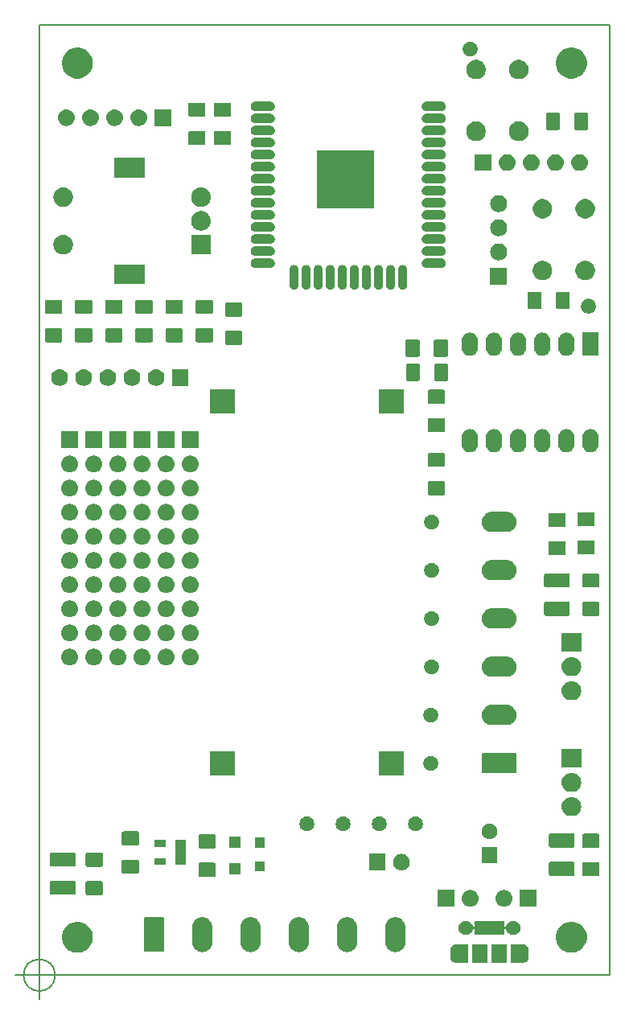
<source format=gbr>
%TF.GenerationSoftware,KiCad,Pcbnew,(5.0.1)-3*%
%TF.CreationDate,2018-11-18T09:55:05+01:00*%
%TF.ProjectId,ESP32-wood-beam-lamp,45535033322D776F6F642D6265616D2D,rev?*%
%TF.SameCoordinates,Original*%
%TF.FileFunction,Soldermask,Top*%
%TF.FilePolarity,Negative*%
%FSLAX46Y46*%
G04 Gerber Fmt 4.6, Leading zero omitted, Abs format (unit mm)*
G04 Created by KiCad (PCBNEW (5.0.1)-3) date 18.11.2018 09:55:05*
%MOMM*%
%LPD*%
G01*
G04 APERTURE LIST*
%ADD10C,0.150000*%
G04 APERTURE END LIST*
D10*
X41666666Y-130000000D02*
G75*
G03X41666666Y-130000000I-1666666J0D01*
G01*
X37500000Y-130000000D02*
X42500000Y-130000000D01*
X40000000Y-127500000D02*
X40000000Y-132500000D01*
X40000000Y-130000000D02*
X40000000Y-30000000D01*
X100000000Y-130000000D02*
X40000000Y-130000000D01*
X100000000Y-30000000D02*
X100000000Y-130000000D01*
X40000000Y-30000000D02*
X100000000Y-30000000D01*
G36*
X83900838Y-126748898D02*
X83913090Y-126749500D01*
X85106000Y-126749500D01*
X85106000Y-128709500D01*
X83913090Y-128709500D01*
X83900838Y-128710102D01*
X83876000Y-128712548D01*
X83851162Y-128710102D01*
X83838910Y-128709500D01*
X83775441Y-128709500D01*
X83768835Y-128705969D01*
X83757286Y-128701836D01*
X83752500Y-128700384D01*
X83752498Y-128700384D01*
X83633743Y-128664360D01*
X83524297Y-128605860D01*
X83428367Y-128527133D01*
X83428365Y-128527131D01*
X83349640Y-128431203D01*
X83291139Y-128321754D01*
X83255115Y-128203002D01*
X83246000Y-128110449D01*
X83246000Y-127348550D01*
X83255115Y-127255999D01*
X83280212Y-127173268D01*
X83291140Y-127137243D01*
X83349641Y-127027797D01*
X83428368Y-126931867D01*
X83524298Y-126853140D01*
X83633744Y-126794640D01*
X83633746Y-126794639D01*
X83757286Y-126757163D01*
X83775787Y-126749500D01*
X83838910Y-126749500D01*
X83851162Y-126748898D01*
X83876000Y-126746452D01*
X83900838Y-126748898D01*
X83900838Y-126748898D01*
G37*
G36*
X90900838Y-126748898D02*
X90913090Y-126749500D01*
X90978511Y-126749500D01*
X90994714Y-126757163D01*
X91118254Y-126794639D01*
X91227703Y-126853140D01*
X91323631Y-126931865D01*
X91323633Y-126931867D01*
X91402360Y-127027797D01*
X91402361Y-127027799D01*
X91460861Y-127137245D01*
X91496885Y-127255997D01*
X91506000Y-127348550D01*
X91506000Y-128110450D01*
X91496885Y-128203003D01*
X91460861Y-128321754D01*
X91460860Y-128321757D01*
X91402360Y-128431203D01*
X91323633Y-128527133D01*
X91227703Y-128605860D01*
X91118257Y-128664360D01*
X90999502Y-128700384D01*
X90999500Y-128700384D01*
X90994714Y-128701836D01*
X90976213Y-128709500D01*
X90913090Y-128709500D01*
X90900838Y-128710102D01*
X90876000Y-128712548D01*
X90851162Y-128710102D01*
X90838910Y-128709500D01*
X89646000Y-128709500D01*
X89646000Y-126749500D01*
X90838910Y-126749500D01*
X90851162Y-126748898D01*
X90876000Y-126746452D01*
X90900838Y-126748898D01*
X90900838Y-126748898D01*
G37*
G36*
X87156000Y-128709500D02*
X85596000Y-128709500D01*
X85596000Y-126749500D01*
X87156000Y-126749500D01*
X87156000Y-128709500D01*
X87156000Y-128709500D01*
G37*
G36*
X89156000Y-128709500D02*
X87596000Y-128709500D01*
X87596000Y-126749500D01*
X89156000Y-126749500D01*
X89156000Y-128709500D01*
X89156000Y-128709500D01*
G37*
G36*
X44475451Y-124432639D02*
X44500597Y-124443055D01*
X44772095Y-124555513D01*
X45039065Y-124733896D01*
X45266104Y-124960935D01*
X45408172Y-125173556D01*
X45444487Y-125227905D01*
X45567361Y-125524549D01*
X45630000Y-125839458D01*
X45630000Y-126160542D01*
X45567361Y-126475451D01*
X45567360Y-126475453D01*
X45444487Y-126772095D01*
X45266104Y-127039065D01*
X45039065Y-127266104D01*
X44836849Y-127401220D01*
X44772095Y-127444487D01*
X44475451Y-127567361D01*
X44160542Y-127630000D01*
X43839458Y-127630000D01*
X43524549Y-127567361D01*
X43227905Y-127444487D01*
X43163151Y-127401220D01*
X42960935Y-127266104D01*
X42733896Y-127039065D01*
X42555513Y-126772095D01*
X42432640Y-126475453D01*
X42432639Y-126475451D01*
X42370000Y-126160542D01*
X42370000Y-125839458D01*
X42432639Y-125524549D01*
X42555513Y-125227905D01*
X42591828Y-125173556D01*
X42733896Y-124960935D01*
X42960935Y-124733896D01*
X43227905Y-124555513D01*
X43499403Y-124443055D01*
X43524549Y-124432639D01*
X43839458Y-124370000D01*
X44160542Y-124370000D01*
X44475451Y-124432639D01*
X44475451Y-124432639D01*
G37*
G36*
X96475451Y-124432639D02*
X96500597Y-124443055D01*
X96772095Y-124555513D01*
X97039065Y-124733896D01*
X97266104Y-124960935D01*
X97408172Y-125173556D01*
X97444487Y-125227905D01*
X97567361Y-125524549D01*
X97630000Y-125839458D01*
X97630000Y-126160542D01*
X97567361Y-126475451D01*
X97567360Y-126475453D01*
X97444487Y-126772095D01*
X97266104Y-127039065D01*
X97039065Y-127266104D01*
X96836849Y-127401220D01*
X96772095Y-127444487D01*
X96475451Y-127567361D01*
X96160542Y-127630000D01*
X95839458Y-127630000D01*
X95524549Y-127567361D01*
X95227905Y-127444487D01*
X95163151Y-127401220D01*
X94960935Y-127266104D01*
X94733896Y-127039065D01*
X94555513Y-126772095D01*
X94432640Y-126475453D01*
X94432639Y-126475451D01*
X94370000Y-126160542D01*
X94370000Y-125839458D01*
X94432639Y-125524549D01*
X94555513Y-125227905D01*
X94591828Y-125173556D01*
X94733896Y-124960935D01*
X94960935Y-124733896D01*
X95227905Y-124555513D01*
X95499403Y-124443055D01*
X95524549Y-124432639D01*
X95839458Y-124370000D01*
X96160542Y-124370000D01*
X96475451Y-124432639D01*
X96475451Y-124432639D01*
G37*
G36*
X57359756Y-123915482D02*
X57466794Y-123947952D01*
X57561455Y-123976667D01*
X57747336Y-124076022D01*
X57910265Y-124209735D01*
X58043978Y-124372663D01*
X58143333Y-124558544D01*
X58159254Y-124611029D01*
X58204518Y-124760243D01*
X58220000Y-124917436D01*
X58220000Y-126542564D01*
X58204518Y-126699757D01*
X58175735Y-126794640D01*
X58143333Y-126901456D01*
X58043978Y-127087337D01*
X57910265Y-127250265D01*
X57747337Y-127383978D01*
X57561456Y-127483333D01*
X57508971Y-127499254D01*
X57359757Y-127544518D01*
X57150000Y-127565177D01*
X56940244Y-127544518D01*
X56791030Y-127499254D01*
X56738545Y-127483333D01*
X56552664Y-127383978D01*
X56389736Y-127250265D01*
X56256023Y-127087337D01*
X56156666Y-126901452D01*
X56095482Y-126699758D01*
X56080000Y-126542565D01*
X56080000Y-124917436D01*
X56090653Y-124809275D01*
X56095482Y-124760244D01*
X56156666Y-124558549D01*
X56156667Y-124558545D01*
X56256022Y-124372664D01*
X56389735Y-124209735D01*
X56552663Y-124076022D01*
X56738544Y-123976667D01*
X56833205Y-123947952D01*
X56940243Y-123915482D01*
X57150000Y-123894823D01*
X57359756Y-123915482D01*
X57359756Y-123915482D01*
G37*
G36*
X62439756Y-123915482D02*
X62546794Y-123947952D01*
X62641455Y-123976667D01*
X62827336Y-124076022D01*
X62990265Y-124209735D01*
X63123978Y-124372663D01*
X63223333Y-124558544D01*
X63239254Y-124611029D01*
X63284518Y-124760243D01*
X63300000Y-124917436D01*
X63300000Y-126542564D01*
X63284518Y-126699757D01*
X63255735Y-126794640D01*
X63223333Y-126901456D01*
X63123978Y-127087337D01*
X62990265Y-127250265D01*
X62827337Y-127383978D01*
X62641456Y-127483333D01*
X62588971Y-127499254D01*
X62439757Y-127544518D01*
X62230000Y-127565177D01*
X62020244Y-127544518D01*
X61871030Y-127499254D01*
X61818545Y-127483333D01*
X61632664Y-127383978D01*
X61469736Y-127250265D01*
X61336023Y-127087337D01*
X61236666Y-126901452D01*
X61175482Y-126699758D01*
X61160000Y-126542565D01*
X61160000Y-124917436D01*
X61170653Y-124809275D01*
X61175482Y-124760244D01*
X61236666Y-124558549D01*
X61236667Y-124558545D01*
X61336022Y-124372664D01*
X61469735Y-124209735D01*
X61632663Y-124076022D01*
X61818544Y-123976667D01*
X61913205Y-123947952D01*
X62020243Y-123915482D01*
X62230000Y-123894823D01*
X62439756Y-123915482D01*
X62439756Y-123915482D01*
G37*
G36*
X67519756Y-123915482D02*
X67626794Y-123947952D01*
X67721455Y-123976667D01*
X67907336Y-124076022D01*
X68070265Y-124209735D01*
X68203978Y-124372663D01*
X68303333Y-124558544D01*
X68319254Y-124611029D01*
X68364518Y-124760243D01*
X68380000Y-124917436D01*
X68380000Y-126542564D01*
X68364518Y-126699757D01*
X68335735Y-126794640D01*
X68303333Y-126901456D01*
X68203978Y-127087337D01*
X68070265Y-127250265D01*
X67907337Y-127383978D01*
X67721456Y-127483333D01*
X67668971Y-127499254D01*
X67519757Y-127544518D01*
X67310000Y-127565177D01*
X67100244Y-127544518D01*
X66951030Y-127499254D01*
X66898545Y-127483333D01*
X66712664Y-127383978D01*
X66549736Y-127250265D01*
X66416023Y-127087337D01*
X66316666Y-126901452D01*
X66255482Y-126699758D01*
X66240000Y-126542565D01*
X66240000Y-124917436D01*
X66250653Y-124809275D01*
X66255482Y-124760244D01*
X66316666Y-124558549D01*
X66316667Y-124558545D01*
X66416022Y-124372664D01*
X66549735Y-124209735D01*
X66712663Y-124076022D01*
X66898544Y-123976667D01*
X66993205Y-123947952D01*
X67100243Y-123915482D01*
X67310000Y-123894823D01*
X67519756Y-123915482D01*
X67519756Y-123915482D01*
G37*
G36*
X72599756Y-123915482D02*
X72706794Y-123947952D01*
X72801455Y-123976667D01*
X72987336Y-124076022D01*
X73150265Y-124209735D01*
X73283978Y-124372663D01*
X73383333Y-124558544D01*
X73399254Y-124611029D01*
X73444518Y-124760243D01*
X73460000Y-124917436D01*
X73460000Y-126542564D01*
X73444518Y-126699757D01*
X73415735Y-126794640D01*
X73383333Y-126901456D01*
X73283978Y-127087337D01*
X73150265Y-127250265D01*
X72987337Y-127383978D01*
X72801456Y-127483333D01*
X72748971Y-127499254D01*
X72599757Y-127544518D01*
X72390000Y-127565177D01*
X72180244Y-127544518D01*
X72031030Y-127499254D01*
X71978545Y-127483333D01*
X71792664Y-127383978D01*
X71629736Y-127250265D01*
X71496023Y-127087337D01*
X71396666Y-126901452D01*
X71335482Y-126699758D01*
X71320000Y-126542565D01*
X71320000Y-124917436D01*
X71330653Y-124809275D01*
X71335482Y-124760244D01*
X71396666Y-124558549D01*
X71396667Y-124558545D01*
X71496022Y-124372664D01*
X71629735Y-124209735D01*
X71792663Y-124076022D01*
X71978544Y-123976667D01*
X72073205Y-123947952D01*
X72180243Y-123915482D01*
X72390000Y-123894823D01*
X72599756Y-123915482D01*
X72599756Y-123915482D01*
G37*
G36*
X77679756Y-123915482D02*
X77786794Y-123947952D01*
X77881455Y-123976667D01*
X78067336Y-124076022D01*
X78230265Y-124209735D01*
X78363978Y-124372663D01*
X78463333Y-124558544D01*
X78479254Y-124611029D01*
X78524518Y-124760243D01*
X78540000Y-124917436D01*
X78540000Y-126542564D01*
X78524518Y-126699757D01*
X78495735Y-126794640D01*
X78463333Y-126901456D01*
X78363978Y-127087337D01*
X78230265Y-127250265D01*
X78067337Y-127383978D01*
X77881456Y-127483333D01*
X77828971Y-127499254D01*
X77679757Y-127544518D01*
X77470000Y-127565177D01*
X77260244Y-127544518D01*
X77111030Y-127499254D01*
X77058545Y-127483333D01*
X76872664Y-127383978D01*
X76709736Y-127250265D01*
X76576023Y-127087337D01*
X76476666Y-126901452D01*
X76415482Y-126699758D01*
X76400000Y-126542565D01*
X76400000Y-124917436D01*
X76410653Y-124809275D01*
X76415482Y-124760244D01*
X76476666Y-124558549D01*
X76476667Y-124558545D01*
X76576022Y-124372664D01*
X76709735Y-124209735D01*
X76872663Y-124076022D01*
X77058544Y-123976667D01*
X77153205Y-123947952D01*
X77260243Y-123915482D01*
X77470000Y-123894823D01*
X77679756Y-123915482D01*
X77679756Y-123915482D01*
G37*
G36*
X53009279Y-123903711D02*
X53039602Y-123912909D01*
X53067555Y-123927851D01*
X53092048Y-123947952D01*
X53112149Y-123972445D01*
X53127091Y-124000398D01*
X53136289Y-124030721D01*
X53140000Y-124068399D01*
X53140000Y-127391601D01*
X53136289Y-127429279D01*
X53127091Y-127459602D01*
X53112149Y-127487555D01*
X53092048Y-127512048D01*
X53067555Y-127532149D01*
X53039602Y-127547091D01*
X53009279Y-127556289D01*
X52971601Y-127560000D01*
X51168399Y-127560000D01*
X51130721Y-127556289D01*
X51100398Y-127547091D01*
X51072445Y-127532149D01*
X51047952Y-127512048D01*
X51027851Y-127487555D01*
X51012909Y-127459602D01*
X51003711Y-127429279D01*
X51000000Y-127391601D01*
X51000000Y-124068399D01*
X51003711Y-124030721D01*
X51012909Y-124000398D01*
X51027851Y-123972445D01*
X51047952Y-123947952D01*
X51072445Y-123927851D01*
X51100398Y-123912909D01*
X51130721Y-123903711D01*
X51168399Y-123900000D01*
X52971601Y-123900000D01*
X53009279Y-123903711D01*
X53009279Y-123903711D01*
G37*
G36*
X85096225Y-124303514D02*
X85146890Y-124324500D01*
X85233627Y-124360428D01*
X85251938Y-124372663D01*
X85357287Y-124443055D01*
X85462445Y-124548213D01*
X85545072Y-124671873D01*
X85605515Y-124817795D01*
X85617066Y-124839405D01*
X85632612Y-124858347D01*
X85651554Y-124873893D01*
X85673165Y-124885444D01*
X85696614Y-124892557D01*
X85721000Y-124894959D01*
X85745386Y-124892557D01*
X85768836Y-124885444D01*
X85790446Y-124873893D01*
X85809388Y-124858347D01*
X85824934Y-124839405D01*
X85836485Y-124817794D01*
X85843598Y-124794345D01*
X85846000Y-124769959D01*
X85846000Y-124324500D01*
X88906000Y-124324500D01*
X88906000Y-124769959D01*
X88908402Y-124794345D01*
X88915515Y-124817794D01*
X88927066Y-124839405D01*
X88942612Y-124858347D01*
X88961554Y-124873893D01*
X88983165Y-124885444D01*
X89006614Y-124892557D01*
X89031000Y-124894959D01*
X89055386Y-124892557D01*
X89078835Y-124885444D01*
X89100446Y-124873893D01*
X89119388Y-124858347D01*
X89134934Y-124839405D01*
X89146485Y-124817795D01*
X89206928Y-124671873D01*
X89289555Y-124548213D01*
X89394713Y-124443055D01*
X89500062Y-124372663D01*
X89518373Y-124360428D01*
X89605111Y-124324500D01*
X89655775Y-124303514D01*
X89801638Y-124274500D01*
X89950362Y-124274500D01*
X90096225Y-124303514D01*
X90146890Y-124324500D01*
X90233627Y-124360428D01*
X90251938Y-124372663D01*
X90357287Y-124443055D01*
X90462445Y-124548213D01*
X90545073Y-124671875D01*
X90601986Y-124809275D01*
X90631000Y-124955138D01*
X90631000Y-125103862D01*
X90601986Y-125249725D01*
X90545073Y-125387125D01*
X90462445Y-125510787D01*
X90357287Y-125615945D01*
X90357284Y-125615947D01*
X90233627Y-125698572D01*
X90233626Y-125698573D01*
X90233625Y-125698573D01*
X90096225Y-125755486D01*
X89950362Y-125784500D01*
X89801638Y-125784500D01*
X89655775Y-125755486D01*
X89518375Y-125698573D01*
X89518374Y-125698573D01*
X89518373Y-125698572D01*
X89394716Y-125615947D01*
X89394713Y-125615945D01*
X89289555Y-125510787D01*
X89206928Y-125387127D01*
X89146485Y-125241205D01*
X89134934Y-125219595D01*
X89119388Y-125200653D01*
X89100446Y-125185107D01*
X89078835Y-125173556D01*
X89055386Y-125166443D01*
X89031000Y-125164041D01*
X89006614Y-125166443D01*
X88983164Y-125173556D01*
X88961554Y-125185107D01*
X88942612Y-125200653D01*
X88927066Y-125219595D01*
X88915515Y-125241206D01*
X88908402Y-125264655D01*
X88906000Y-125289041D01*
X88906000Y-125734500D01*
X85846000Y-125734500D01*
X85846000Y-125289041D01*
X85843598Y-125264655D01*
X85836485Y-125241206D01*
X85824934Y-125219595D01*
X85809388Y-125200653D01*
X85790446Y-125185107D01*
X85768835Y-125173556D01*
X85745386Y-125166443D01*
X85721000Y-125164041D01*
X85696614Y-125166443D01*
X85673165Y-125173556D01*
X85651554Y-125185107D01*
X85632612Y-125200653D01*
X85617066Y-125219595D01*
X85605515Y-125241205D01*
X85545072Y-125387127D01*
X85462445Y-125510787D01*
X85357287Y-125615945D01*
X85357284Y-125615947D01*
X85233627Y-125698572D01*
X85233626Y-125698573D01*
X85233625Y-125698573D01*
X85096225Y-125755486D01*
X84950362Y-125784500D01*
X84801638Y-125784500D01*
X84655775Y-125755486D01*
X84518375Y-125698573D01*
X84518374Y-125698573D01*
X84518373Y-125698572D01*
X84394716Y-125615947D01*
X84394713Y-125615945D01*
X84289555Y-125510787D01*
X84206927Y-125387125D01*
X84150014Y-125249725D01*
X84121000Y-125103862D01*
X84121000Y-124955138D01*
X84150014Y-124809275D01*
X84206927Y-124671875D01*
X84289555Y-124548213D01*
X84394713Y-124443055D01*
X84500062Y-124372663D01*
X84518373Y-124360428D01*
X84605111Y-124324500D01*
X84655775Y-124303514D01*
X84801638Y-124274500D01*
X84950362Y-124274500D01*
X85096225Y-124303514D01*
X85096225Y-124303514D01*
G37*
G36*
X92320000Y-122800000D02*
X90560000Y-122800000D01*
X90560000Y-121040000D01*
X92320000Y-121040000D01*
X92320000Y-122800000D01*
X92320000Y-122800000D01*
G37*
G36*
X83684000Y-122800000D02*
X81924000Y-122800000D01*
X81924000Y-121040000D01*
X83684000Y-121040000D01*
X83684000Y-122800000D01*
X83684000Y-122800000D01*
G37*
G36*
X85516506Y-121052733D02*
X85516509Y-121052734D01*
X85516510Y-121052734D01*
X85682391Y-121103053D01*
X85682394Y-121103055D01*
X85682395Y-121103055D01*
X85835267Y-121184766D01*
X85969264Y-121294736D01*
X86079234Y-121428733D01*
X86140184Y-121542764D01*
X86160947Y-121581609D01*
X86211266Y-121747490D01*
X86211267Y-121747494D01*
X86228257Y-121920000D01*
X86211267Y-122092506D01*
X86211266Y-122092509D01*
X86211266Y-122092510D01*
X86160947Y-122258391D01*
X86160945Y-122258394D01*
X86160945Y-122258395D01*
X86079234Y-122411267D01*
X85969264Y-122545264D01*
X85835267Y-122655234D01*
X85682395Y-122736945D01*
X85682391Y-122736947D01*
X85516510Y-122787266D01*
X85516509Y-122787266D01*
X85516506Y-122787267D01*
X85387225Y-122800000D01*
X85300775Y-122800000D01*
X85171494Y-122787267D01*
X85171491Y-122787266D01*
X85171490Y-122787266D01*
X85005609Y-122736947D01*
X85005605Y-122736945D01*
X84852733Y-122655234D01*
X84718736Y-122545264D01*
X84608766Y-122411267D01*
X84527055Y-122258395D01*
X84527055Y-122258394D01*
X84527053Y-122258391D01*
X84476734Y-122092510D01*
X84476734Y-122092509D01*
X84476733Y-122092506D01*
X84459743Y-121920000D01*
X84476733Y-121747494D01*
X84476734Y-121747490D01*
X84527053Y-121581609D01*
X84547816Y-121542764D01*
X84608766Y-121428733D01*
X84718736Y-121294736D01*
X84852733Y-121184766D01*
X85005605Y-121103055D01*
X85005606Y-121103055D01*
X85005609Y-121103053D01*
X85171490Y-121052734D01*
X85171491Y-121052734D01*
X85171494Y-121052733D01*
X85300775Y-121040000D01*
X85387225Y-121040000D01*
X85516506Y-121052733D01*
X85516506Y-121052733D01*
G37*
G36*
X89072506Y-121052733D02*
X89072509Y-121052734D01*
X89072510Y-121052734D01*
X89238391Y-121103053D01*
X89238394Y-121103055D01*
X89238395Y-121103055D01*
X89391267Y-121184766D01*
X89525264Y-121294736D01*
X89635234Y-121428733D01*
X89696184Y-121542764D01*
X89716947Y-121581609D01*
X89767266Y-121747490D01*
X89767267Y-121747494D01*
X89784257Y-121920000D01*
X89767267Y-122092506D01*
X89767266Y-122092509D01*
X89767266Y-122092510D01*
X89716947Y-122258391D01*
X89716945Y-122258394D01*
X89716945Y-122258395D01*
X89635234Y-122411267D01*
X89525264Y-122545264D01*
X89391267Y-122655234D01*
X89238395Y-122736945D01*
X89238391Y-122736947D01*
X89072510Y-122787266D01*
X89072509Y-122787266D01*
X89072506Y-122787267D01*
X88943225Y-122800000D01*
X88856775Y-122800000D01*
X88727494Y-122787267D01*
X88727491Y-122787266D01*
X88727490Y-122787266D01*
X88561609Y-122736947D01*
X88561605Y-122736945D01*
X88408733Y-122655234D01*
X88274736Y-122545264D01*
X88164766Y-122411267D01*
X88083055Y-122258395D01*
X88083055Y-122258394D01*
X88083053Y-122258391D01*
X88032734Y-122092510D01*
X88032734Y-122092509D01*
X88032733Y-122092506D01*
X88015743Y-121920000D01*
X88032733Y-121747494D01*
X88032734Y-121747490D01*
X88083053Y-121581609D01*
X88103816Y-121542764D01*
X88164766Y-121428733D01*
X88274736Y-121294736D01*
X88408733Y-121184766D01*
X88561605Y-121103055D01*
X88561606Y-121103055D01*
X88561609Y-121103053D01*
X88727490Y-121052734D01*
X88727491Y-121052734D01*
X88727494Y-121052733D01*
X88856775Y-121040000D01*
X88943225Y-121040000D01*
X89072506Y-121052733D01*
X89072506Y-121052733D01*
G37*
G36*
X46531291Y-120092540D02*
X46564830Y-120102714D01*
X46595740Y-120119236D01*
X46622831Y-120141469D01*
X46645064Y-120168560D01*
X46661586Y-120199470D01*
X46671760Y-120233009D01*
X46675800Y-120274027D01*
X46675800Y-121387973D01*
X46671760Y-121428991D01*
X46661586Y-121462530D01*
X46645064Y-121493440D01*
X46622831Y-121520531D01*
X46595740Y-121542764D01*
X46564830Y-121559286D01*
X46531291Y-121569460D01*
X46490273Y-121573500D01*
X45051327Y-121573500D01*
X45010309Y-121569460D01*
X44976770Y-121559286D01*
X44945860Y-121542764D01*
X44918769Y-121520531D01*
X44896536Y-121493440D01*
X44880014Y-121462530D01*
X44869840Y-121428991D01*
X44865800Y-121387973D01*
X44865800Y-120274027D01*
X44869840Y-120233009D01*
X44880014Y-120199470D01*
X44896536Y-120168560D01*
X44918769Y-120141469D01*
X44945860Y-120119236D01*
X44976770Y-120102714D01*
X45010309Y-120092540D01*
X45051327Y-120088500D01*
X46490273Y-120088500D01*
X46531291Y-120092540D01*
X46531291Y-120092540D01*
G37*
G36*
X43679291Y-120063940D02*
X43712830Y-120074114D01*
X43743740Y-120090636D01*
X43770831Y-120112869D01*
X43793064Y-120139960D01*
X43809586Y-120170870D01*
X43819760Y-120204409D01*
X43823800Y-120245427D01*
X43823800Y-121359373D01*
X43819760Y-121400391D01*
X43809586Y-121433930D01*
X43793064Y-121464840D01*
X43770831Y-121491931D01*
X43743740Y-121514164D01*
X43712830Y-121530686D01*
X43679291Y-121540860D01*
X43638273Y-121544900D01*
X41299327Y-121544900D01*
X41258309Y-121540860D01*
X41224770Y-121530686D01*
X41193860Y-121514164D01*
X41166769Y-121491931D01*
X41144536Y-121464840D01*
X41128014Y-121433930D01*
X41117840Y-121400391D01*
X41113800Y-121359373D01*
X41113800Y-120245427D01*
X41117840Y-120204409D01*
X41128014Y-120170870D01*
X41144536Y-120139960D01*
X41166769Y-120112869D01*
X41193860Y-120090636D01*
X41224770Y-120074114D01*
X41258309Y-120063940D01*
X41299327Y-120059900D01*
X43638273Y-120059900D01*
X43679291Y-120063940D01*
X43679291Y-120063940D01*
G37*
G36*
X58418491Y-118162140D02*
X58452030Y-118172314D01*
X58482940Y-118188836D01*
X58510031Y-118211069D01*
X58532264Y-118238160D01*
X58548786Y-118269070D01*
X58558960Y-118302609D01*
X58563000Y-118343627D01*
X58563000Y-119457573D01*
X58558960Y-119498591D01*
X58548786Y-119532130D01*
X58532264Y-119563040D01*
X58510031Y-119590131D01*
X58482940Y-119612364D01*
X58452030Y-119628886D01*
X58418491Y-119639060D01*
X58377473Y-119643100D01*
X56938527Y-119643100D01*
X56897509Y-119639060D01*
X56863970Y-119628886D01*
X56833060Y-119612364D01*
X56805969Y-119590131D01*
X56783736Y-119563040D01*
X56767214Y-119532130D01*
X56757040Y-119498591D01*
X56753000Y-119457573D01*
X56753000Y-118343627D01*
X56757040Y-118302609D01*
X56767214Y-118269070D01*
X56783736Y-118238160D01*
X56805969Y-118211069D01*
X56833060Y-118188836D01*
X56863970Y-118172314D01*
X56897509Y-118162140D01*
X56938527Y-118158100D01*
X58377473Y-118158100D01*
X58418491Y-118162140D01*
X58418491Y-118162140D01*
G37*
G36*
X98804491Y-118097040D02*
X98838030Y-118107214D01*
X98868940Y-118123736D01*
X98896031Y-118145969D01*
X98918264Y-118173060D01*
X98934786Y-118203970D01*
X98944960Y-118237509D01*
X98949000Y-118278527D01*
X98949000Y-119392473D01*
X98944960Y-119433491D01*
X98934786Y-119467030D01*
X98918264Y-119497940D01*
X98896031Y-119525031D01*
X98868940Y-119547264D01*
X98838030Y-119563786D01*
X98804491Y-119573960D01*
X98763473Y-119578000D01*
X97324527Y-119578000D01*
X97283509Y-119573960D01*
X97249970Y-119563786D01*
X97219060Y-119547264D01*
X97191969Y-119525031D01*
X97169736Y-119497940D01*
X97153214Y-119467030D01*
X97143040Y-119433491D01*
X97139000Y-119392473D01*
X97139000Y-118278527D01*
X97143040Y-118237509D01*
X97153214Y-118203970D01*
X97169736Y-118173060D01*
X97191969Y-118145969D01*
X97219060Y-118123736D01*
X97249970Y-118107214D01*
X97283509Y-118097040D01*
X97324527Y-118093000D01*
X98763473Y-118093000D01*
X98804491Y-118097040D01*
X98804491Y-118097040D01*
G37*
G36*
X96206491Y-118060540D02*
X96240030Y-118070714D01*
X96270940Y-118087236D01*
X96298031Y-118109469D01*
X96320264Y-118136560D01*
X96336786Y-118167470D01*
X96346960Y-118201009D01*
X96351000Y-118242027D01*
X96351000Y-119355973D01*
X96346960Y-119396991D01*
X96336786Y-119430530D01*
X96320264Y-119461440D01*
X96298031Y-119488531D01*
X96270940Y-119510764D01*
X96240030Y-119527286D01*
X96206491Y-119537460D01*
X96165473Y-119541500D01*
X93826527Y-119541500D01*
X93785509Y-119537460D01*
X93751970Y-119527286D01*
X93721060Y-119510764D01*
X93693969Y-119488531D01*
X93671736Y-119461440D01*
X93655214Y-119430530D01*
X93645040Y-119396991D01*
X93641000Y-119355973D01*
X93641000Y-118242027D01*
X93645040Y-118201009D01*
X93655214Y-118167470D01*
X93671736Y-118136560D01*
X93693969Y-118109469D01*
X93721060Y-118087236D01*
X93751970Y-118070714D01*
X93785509Y-118060540D01*
X93826527Y-118056500D01*
X96165473Y-118056500D01*
X96206491Y-118060540D01*
X96206491Y-118060540D01*
G37*
G36*
X61159000Y-119381800D02*
X59999000Y-119381800D01*
X59999000Y-118221800D01*
X61159000Y-118221800D01*
X61159000Y-119381800D01*
X61159000Y-119381800D01*
G37*
G36*
X50341291Y-117843040D02*
X50374830Y-117853214D01*
X50405740Y-117869736D01*
X50432831Y-117891969D01*
X50455064Y-117919060D01*
X50471586Y-117949970D01*
X50481760Y-117983509D01*
X50485800Y-118024527D01*
X50485800Y-119138473D01*
X50481760Y-119179491D01*
X50471586Y-119213030D01*
X50455064Y-119243940D01*
X50432831Y-119271031D01*
X50405740Y-119293264D01*
X50374830Y-119309786D01*
X50341291Y-119319960D01*
X50300273Y-119324000D01*
X48861327Y-119324000D01*
X48820309Y-119319960D01*
X48786770Y-119309786D01*
X48755860Y-119293264D01*
X48728769Y-119271031D01*
X48706536Y-119243940D01*
X48690014Y-119213030D01*
X48679840Y-119179491D01*
X48675800Y-119138473D01*
X48675800Y-118024527D01*
X48679840Y-117983509D01*
X48690014Y-117949970D01*
X48706536Y-117919060D01*
X48728769Y-117891969D01*
X48755860Y-117869736D01*
X48786770Y-117853214D01*
X48820309Y-117843040D01*
X48861327Y-117839000D01*
X50300273Y-117839000D01*
X50341291Y-117843040D01*
X50341291Y-117843040D01*
G37*
G36*
X63750600Y-119082600D02*
X62690600Y-119082600D01*
X62690600Y-118022600D01*
X63750600Y-118022600D01*
X63750600Y-119082600D01*
X63750600Y-119082600D01*
G37*
G36*
X78277506Y-117242733D02*
X78277509Y-117242734D01*
X78277510Y-117242734D01*
X78443391Y-117293053D01*
X78443394Y-117293055D01*
X78443395Y-117293055D01*
X78596267Y-117374766D01*
X78730264Y-117484736D01*
X78840234Y-117618733D01*
X78877792Y-117689000D01*
X78921947Y-117771609D01*
X78966675Y-117919060D01*
X78972267Y-117937494D01*
X78989257Y-118110000D01*
X78972267Y-118282506D01*
X78972266Y-118282509D01*
X78972266Y-118282510D01*
X78921947Y-118448391D01*
X78921945Y-118448394D01*
X78921945Y-118448395D01*
X78840234Y-118601267D01*
X78730264Y-118735264D01*
X78596267Y-118845234D01*
X78443395Y-118926945D01*
X78443391Y-118926947D01*
X78277510Y-118977266D01*
X78277509Y-118977266D01*
X78277506Y-118977267D01*
X78148225Y-118990000D01*
X78061775Y-118990000D01*
X77932494Y-118977267D01*
X77932491Y-118977266D01*
X77932490Y-118977266D01*
X77766609Y-118926947D01*
X77766605Y-118926945D01*
X77613733Y-118845234D01*
X77479736Y-118735264D01*
X77369766Y-118601267D01*
X77288055Y-118448395D01*
X77288055Y-118448394D01*
X77288053Y-118448391D01*
X77237734Y-118282510D01*
X77237734Y-118282509D01*
X77237733Y-118282506D01*
X77220743Y-118110000D01*
X77237733Y-117937494D01*
X77243325Y-117919060D01*
X77288053Y-117771609D01*
X77332208Y-117689000D01*
X77369766Y-117618733D01*
X77479736Y-117484736D01*
X77613733Y-117374766D01*
X77766605Y-117293055D01*
X77766606Y-117293055D01*
X77766609Y-117293053D01*
X77932490Y-117242734D01*
X77932491Y-117242734D01*
X77932494Y-117242733D01*
X78061775Y-117230000D01*
X78148225Y-117230000D01*
X78277506Y-117242733D01*
X78277506Y-117242733D01*
G37*
G36*
X76445000Y-118990000D02*
X74685000Y-118990000D01*
X74685000Y-117230000D01*
X76445000Y-117230000D01*
X76445000Y-118990000D01*
X76445000Y-118990000D01*
G37*
G36*
X46531291Y-117117540D02*
X46564830Y-117127714D01*
X46595740Y-117144236D01*
X46622831Y-117166469D01*
X46645064Y-117193560D01*
X46661586Y-117224470D01*
X46671760Y-117258009D01*
X46675800Y-117299027D01*
X46675800Y-118412973D01*
X46671760Y-118453991D01*
X46661586Y-118487530D01*
X46645064Y-118518440D01*
X46622831Y-118545531D01*
X46595740Y-118567764D01*
X46564830Y-118584286D01*
X46531291Y-118594460D01*
X46490273Y-118598500D01*
X45051327Y-118598500D01*
X45010309Y-118594460D01*
X44976770Y-118584286D01*
X44945860Y-118567764D01*
X44918769Y-118545531D01*
X44896536Y-118518440D01*
X44880014Y-118487530D01*
X44869840Y-118453991D01*
X44865800Y-118412973D01*
X44865800Y-117299027D01*
X44869840Y-117258009D01*
X44880014Y-117224470D01*
X44896536Y-117193560D01*
X44918769Y-117166469D01*
X44945860Y-117144236D01*
X44976770Y-117127714D01*
X45010309Y-117117540D01*
X45051327Y-117113500D01*
X46490273Y-117113500D01*
X46531291Y-117117540D01*
X46531291Y-117117540D01*
G37*
G36*
X43679291Y-117088940D02*
X43712830Y-117099114D01*
X43743740Y-117115636D01*
X43770831Y-117137869D01*
X43793064Y-117164960D01*
X43809586Y-117195870D01*
X43819760Y-117229409D01*
X43823800Y-117270427D01*
X43823800Y-118384373D01*
X43819760Y-118425391D01*
X43809586Y-118458930D01*
X43793064Y-118489840D01*
X43770831Y-118516931D01*
X43743740Y-118539164D01*
X43712830Y-118555686D01*
X43679291Y-118565860D01*
X43638273Y-118569900D01*
X41299327Y-118569900D01*
X41258309Y-118565860D01*
X41224770Y-118555686D01*
X41193860Y-118539164D01*
X41166769Y-118516931D01*
X41144536Y-118489840D01*
X41128014Y-118458930D01*
X41117840Y-118425391D01*
X41113800Y-118384373D01*
X41113800Y-117270427D01*
X41117840Y-117229409D01*
X41128014Y-117195870D01*
X41144536Y-117164960D01*
X41166769Y-117137869D01*
X41193860Y-117115636D01*
X41224770Y-117099114D01*
X41258309Y-117088940D01*
X41299327Y-117084900D01*
X43638273Y-117084900D01*
X43679291Y-117088940D01*
X43679291Y-117088940D01*
G37*
G36*
X53257200Y-118399000D02*
X52137200Y-118399000D01*
X52137200Y-117689000D01*
X53257200Y-117689000D01*
X53257200Y-118399000D01*
X53257200Y-118399000D01*
G37*
G36*
X55457200Y-118399000D02*
X54337200Y-118399000D01*
X54337200Y-115789000D01*
X55457200Y-115789000D01*
X55457200Y-118399000D01*
X55457200Y-118399000D01*
G37*
G36*
X88206000Y-118178000D02*
X86546000Y-118178000D01*
X86546000Y-116518000D01*
X88206000Y-116518000D01*
X88206000Y-118178000D01*
X88206000Y-118178000D01*
G37*
G36*
X58418491Y-115187140D02*
X58452030Y-115197314D01*
X58482940Y-115213836D01*
X58510031Y-115236069D01*
X58532264Y-115263160D01*
X58548786Y-115294070D01*
X58558960Y-115327609D01*
X58563000Y-115368627D01*
X58563000Y-116482573D01*
X58558960Y-116523591D01*
X58548786Y-116557130D01*
X58532264Y-116588040D01*
X58510031Y-116615131D01*
X58482940Y-116637364D01*
X58452030Y-116653886D01*
X58418491Y-116664060D01*
X58377473Y-116668100D01*
X56938527Y-116668100D01*
X56897509Y-116664060D01*
X56863970Y-116653886D01*
X56833060Y-116637364D01*
X56805969Y-116615131D01*
X56783736Y-116588040D01*
X56767214Y-116557130D01*
X56757040Y-116523591D01*
X56753000Y-116482573D01*
X56753000Y-115368627D01*
X56757040Y-115327609D01*
X56767214Y-115294070D01*
X56783736Y-115263160D01*
X56805969Y-115236069D01*
X56833060Y-115213836D01*
X56863970Y-115197314D01*
X56897509Y-115187140D01*
X56938527Y-115183100D01*
X58377473Y-115183100D01*
X58418491Y-115187140D01*
X58418491Y-115187140D01*
G37*
G36*
X98804491Y-115122040D02*
X98838030Y-115132214D01*
X98868940Y-115148736D01*
X98896031Y-115170969D01*
X98918264Y-115198060D01*
X98934786Y-115228970D01*
X98944960Y-115262509D01*
X98949000Y-115303527D01*
X98949000Y-116417473D01*
X98944960Y-116458491D01*
X98934786Y-116492030D01*
X98918264Y-116522940D01*
X98896031Y-116550031D01*
X98868940Y-116572264D01*
X98838030Y-116588786D01*
X98804491Y-116598960D01*
X98763473Y-116603000D01*
X97324527Y-116603000D01*
X97283509Y-116598960D01*
X97249970Y-116588786D01*
X97219060Y-116572264D01*
X97191969Y-116550031D01*
X97169736Y-116522940D01*
X97153214Y-116492030D01*
X97143040Y-116458491D01*
X97139000Y-116417473D01*
X97139000Y-115303527D01*
X97143040Y-115262509D01*
X97153214Y-115228970D01*
X97169736Y-115198060D01*
X97191969Y-115170969D01*
X97219060Y-115148736D01*
X97249970Y-115132214D01*
X97283509Y-115122040D01*
X97324527Y-115118000D01*
X98763473Y-115118000D01*
X98804491Y-115122040D01*
X98804491Y-115122040D01*
G37*
G36*
X63750600Y-116582600D02*
X62690600Y-116582600D01*
X62690600Y-115522600D01*
X63750600Y-115522600D01*
X63750600Y-116582600D01*
X63750600Y-116582600D01*
G37*
G36*
X61159000Y-116581800D02*
X59999000Y-116581800D01*
X59999000Y-115421800D01*
X61159000Y-115421800D01*
X61159000Y-116581800D01*
X61159000Y-116581800D01*
G37*
G36*
X96206491Y-115085540D02*
X96240030Y-115095714D01*
X96270940Y-115112236D01*
X96298031Y-115134469D01*
X96320264Y-115161560D01*
X96336786Y-115192470D01*
X96346960Y-115226009D01*
X96351000Y-115267027D01*
X96351000Y-116380973D01*
X96346960Y-116421991D01*
X96336786Y-116455530D01*
X96320264Y-116486440D01*
X96298031Y-116513531D01*
X96270940Y-116535764D01*
X96240030Y-116552286D01*
X96206491Y-116562460D01*
X96165473Y-116566500D01*
X93826527Y-116566500D01*
X93785509Y-116562460D01*
X93751970Y-116552286D01*
X93721060Y-116535764D01*
X93693969Y-116513531D01*
X93671736Y-116486440D01*
X93655214Y-116455530D01*
X93645040Y-116421991D01*
X93641000Y-116380973D01*
X93641000Y-115267027D01*
X93645040Y-115226009D01*
X93655214Y-115192470D01*
X93671736Y-115161560D01*
X93693969Y-115134469D01*
X93721060Y-115112236D01*
X93751970Y-115095714D01*
X93785509Y-115085540D01*
X93826527Y-115081500D01*
X96165473Y-115081500D01*
X96206491Y-115085540D01*
X96206491Y-115085540D01*
G37*
G36*
X53257200Y-116499000D02*
X52137200Y-116499000D01*
X52137200Y-115789000D01*
X53257200Y-115789000D01*
X53257200Y-116499000D01*
X53257200Y-116499000D01*
G37*
G36*
X50341291Y-114868040D02*
X50374830Y-114878214D01*
X50405740Y-114894736D01*
X50432831Y-114916969D01*
X50455064Y-114944060D01*
X50471586Y-114974970D01*
X50481760Y-115008509D01*
X50485800Y-115049527D01*
X50485800Y-116163473D01*
X50481760Y-116204491D01*
X50471586Y-116238030D01*
X50455064Y-116268940D01*
X50432831Y-116296031D01*
X50405740Y-116318264D01*
X50374830Y-116334786D01*
X50341291Y-116344960D01*
X50300273Y-116349000D01*
X48861327Y-116349000D01*
X48820309Y-116344960D01*
X48786770Y-116334786D01*
X48755860Y-116318264D01*
X48728769Y-116296031D01*
X48706536Y-116268940D01*
X48690014Y-116238030D01*
X48679840Y-116204491D01*
X48675800Y-116163473D01*
X48675800Y-115049527D01*
X48679840Y-115008509D01*
X48690014Y-114974970D01*
X48706536Y-114944060D01*
X48728769Y-114916969D01*
X48755860Y-114894736D01*
X48786770Y-114878214D01*
X48820309Y-114868040D01*
X48861327Y-114864000D01*
X50300273Y-114864000D01*
X50341291Y-114868040D01*
X50341291Y-114868040D01*
G37*
G36*
X87537925Y-114033948D02*
X87618102Y-114049896D01*
X87680669Y-114075813D01*
X87769151Y-114112463D01*
X87905097Y-114203299D01*
X88020701Y-114318903D01*
X88111537Y-114454849D01*
X88148187Y-114543331D01*
X88174104Y-114605898D01*
X88206000Y-114766252D01*
X88206000Y-114929748D01*
X88174104Y-115090102D01*
X88160474Y-115123006D01*
X88111537Y-115241151D01*
X88020701Y-115377097D01*
X87905097Y-115492701D01*
X87769151Y-115583537D01*
X87680669Y-115620187D01*
X87618102Y-115646104D01*
X87537925Y-115662052D01*
X87457749Y-115678000D01*
X87294251Y-115678000D01*
X87214075Y-115662052D01*
X87133898Y-115646104D01*
X87071331Y-115620187D01*
X86982849Y-115583537D01*
X86846903Y-115492701D01*
X86731299Y-115377097D01*
X86640463Y-115241151D01*
X86591526Y-115123006D01*
X86577896Y-115090102D01*
X86546000Y-114929748D01*
X86546000Y-114766252D01*
X86577896Y-114605898D01*
X86603813Y-114543331D01*
X86640463Y-114454849D01*
X86731299Y-114318903D01*
X86846903Y-114203299D01*
X86982849Y-114112463D01*
X87071331Y-114075813D01*
X87133898Y-114049896D01*
X87214075Y-114033948D01*
X87294251Y-114018000D01*
X87457749Y-114018000D01*
X87537925Y-114033948D01*
X87537925Y-114033948D01*
G37*
G36*
X79817518Y-113329975D02*
X79959465Y-113388771D01*
X79959466Y-113388772D01*
X79959469Y-113388773D01*
X80087221Y-113474135D01*
X80087225Y-113474138D01*
X80195862Y-113582775D01*
X80195864Y-113582778D01*
X80195865Y-113582779D01*
X80281227Y-113710531D01*
X80281228Y-113710534D01*
X80281229Y-113710535D01*
X80340025Y-113852482D01*
X80370000Y-114003176D01*
X80370000Y-114156824D01*
X80340025Y-114307518D01*
X80281227Y-114449469D01*
X80277632Y-114454849D01*
X80195862Y-114577225D01*
X80087225Y-114685862D01*
X80087222Y-114685864D01*
X80087221Y-114685865D01*
X79959469Y-114771227D01*
X79959466Y-114771228D01*
X79959465Y-114771229D01*
X79817518Y-114830025D01*
X79666824Y-114860000D01*
X79513176Y-114860000D01*
X79362482Y-114830025D01*
X79220535Y-114771229D01*
X79220534Y-114771228D01*
X79220531Y-114771227D01*
X79092779Y-114685865D01*
X79092778Y-114685864D01*
X79092775Y-114685862D01*
X78984138Y-114577225D01*
X78902368Y-114454849D01*
X78898773Y-114449469D01*
X78839975Y-114307518D01*
X78810000Y-114156824D01*
X78810000Y-114003176D01*
X78839975Y-113852482D01*
X78898771Y-113710535D01*
X78898772Y-113710534D01*
X78898773Y-113710531D01*
X78984135Y-113582779D01*
X78984136Y-113582778D01*
X78984138Y-113582775D01*
X79092775Y-113474138D01*
X79092779Y-113474135D01*
X79220531Y-113388773D01*
X79220534Y-113388772D01*
X79220535Y-113388771D01*
X79362482Y-113329975D01*
X79513176Y-113300000D01*
X79666824Y-113300000D01*
X79817518Y-113329975D01*
X79817518Y-113329975D01*
G37*
G36*
X72197518Y-113329975D02*
X72339465Y-113388771D01*
X72339466Y-113388772D01*
X72339469Y-113388773D01*
X72467221Y-113474135D01*
X72467225Y-113474138D01*
X72575862Y-113582775D01*
X72575864Y-113582778D01*
X72575865Y-113582779D01*
X72661227Y-113710531D01*
X72661228Y-113710534D01*
X72661229Y-113710535D01*
X72720025Y-113852482D01*
X72750000Y-114003176D01*
X72750000Y-114156824D01*
X72720025Y-114307518D01*
X72661227Y-114449469D01*
X72657632Y-114454849D01*
X72575862Y-114577225D01*
X72467225Y-114685862D01*
X72467222Y-114685864D01*
X72467221Y-114685865D01*
X72339469Y-114771227D01*
X72339466Y-114771228D01*
X72339465Y-114771229D01*
X72197518Y-114830025D01*
X72046824Y-114860000D01*
X71893176Y-114860000D01*
X71742482Y-114830025D01*
X71600535Y-114771229D01*
X71600534Y-114771228D01*
X71600531Y-114771227D01*
X71472779Y-114685865D01*
X71472778Y-114685864D01*
X71472775Y-114685862D01*
X71364138Y-114577225D01*
X71282368Y-114454849D01*
X71278773Y-114449469D01*
X71219975Y-114307518D01*
X71190000Y-114156824D01*
X71190000Y-114003176D01*
X71219975Y-113852482D01*
X71278771Y-113710535D01*
X71278772Y-113710534D01*
X71278773Y-113710531D01*
X71364135Y-113582779D01*
X71364136Y-113582778D01*
X71364138Y-113582775D01*
X71472775Y-113474138D01*
X71472779Y-113474135D01*
X71600531Y-113388773D01*
X71600534Y-113388772D01*
X71600535Y-113388771D01*
X71742482Y-113329975D01*
X71893176Y-113300000D01*
X72046824Y-113300000D01*
X72197518Y-113329975D01*
X72197518Y-113329975D01*
G37*
G36*
X68387518Y-113329975D02*
X68529465Y-113388771D01*
X68529466Y-113388772D01*
X68529469Y-113388773D01*
X68657221Y-113474135D01*
X68657225Y-113474138D01*
X68765862Y-113582775D01*
X68765864Y-113582778D01*
X68765865Y-113582779D01*
X68851227Y-113710531D01*
X68851228Y-113710534D01*
X68851229Y-113710535D01*
X68910025Y-113852482D01*
X68940000Y-114003176D01*
X68940000Y-114156824D01*
X68910025Y-114307518D01*
X68851227Y-114449469D01*
X68847632Y-114454849D01*
X68765862Y-114577225D01*
X68657225Y-114685862D01*
X68657222Y-114685864D01*
X68657221Y-114685865D01*
X68529469Y-114771227D01*
X68529466Y-114771228D01*
X68529465Y-114771229D01*
X68387518Y-114830025D01*
X68236824Y-114860000D01*
X68083176Y-114860000D01*
X67932482Y-114830025D01*
X67790535Y-114771229D01*
X67790534Y-114771228D01*
X67790531Y-114771227D01*
X67662779Y-114685865D01*
X67662778Y-114685864D01*
X67662775Y-114685862D01*
X67554138Y-114577225D01*
X67472368Y-114454849D01*
X67468773Y-114449469D01*
X67409975Y-114307518D01*
X67380000Y-114156824D01*
X67380000Y-114003176D01*
X67409975Y-113852482D01*
X67468771Y-113710535D01*
X67468772Y-113710534D01*
X67468773Y-113710531D01*
X67554135Y-113582779D01*
X67554136Y-113582778D01*
X67554138Y-113582775D01*
X67662775Y-113474138D01*
X67662779Y-113474135D01*
X67790531Y-113388773D01*
X67790534Y-113388772D01*
X67790535Y-113388771D01*
X67932482Y-113329975D01*
X68083176Y-113300000D01*
X68236824Y-113300000D01*
X68387518Y-113329975D01*
X68387518Y-113329975D01*
G37*
G36*
X76007518Y-113329975D02*
X76149465Y-113388771D01*
X76149466Y-113388772D01*
X76149469Y-113388773D01*
X76277221Y-113474135D01*
X76277225Y-113474138D01*
X76385862Y-113582775D01*
X76385864Y-113582778D01*
X76385865Y-113582779D01*
X76471227Y-113710531D01*
X76471228Y-113710534D01*
X76471229Y-113710535D01*
X76530025Y-113852482D01*
X76560000Y-114003176D01*
X76560000Y-114156824D01*
X76530025Y-114307518D01*
X76471227Y-114449469D01*
X76467632Y-114454849D01*
X76385862Y-114577225D01*
X76277225Y-114685862D01*
X76277222Y-114685864D01*
X76277221Y-114685865D01*
X76149469Y-114771227D01*
X76149466Y-114771228D01*
X76149465Y-114771229D01*
X76007518Y-114830025D01*
X75856824Y-114860000D01*
X75703176Y-114860000D01*
X75552482Y-114830025D01*
X75410535Y-114771229D01*
X75410534Y-114771228D01*
X75410531Y-114771227D01*
X75282779Y-114685865D01*
X75282778Y-114685864D01*
X75282775Y-114685862D01*
X75174138Y-114577225D01*
X75092368Y-114454849D01*
X75088773Y-114449469D01*
X75029975Y-114307518D01*
X75000000Y-114156824D01*
X75000000Y-114003176D01*
X75029975Y-113852482D01*
X75088771Y-113710535D01*
X75088772Y-113710534D01*
X75088773Y-113710531D01*
X75174135Y-113582779D01*
X75174136Y-113582778D01*
X75174138Y-113582775D01*
X75282775Y-113474138D01*
X75282779Y-113474135D01*
X75410531Y-113388773D01*
X75410534Y-113388772D01*
X75410535Y-113388771D01*
X75552482Y-113329975D01*
X75703176Y-113300000D01*
X75856824Y-113300000D01*
X76007518Y-113329975D01*
X76007518Y-113329975D01*
G37*
G36*
X96252100Y-111299716D02*
X96252103Y-111299717D01*
X96252104Y-111299717D01*
X96437305Y-111355897D01*
X96437307Y-111355898D01*
X96437310Y-111355899D01*
X96607986Y-111447126D01*
X96757593Y-111569907D01*
X96880374Y-111719514D01*
X96971601Y-111890190D01*
X97027784Y-112075400D01*
X97046753Y-112268000D01*
X97027784Y-112460600D01*
X96971601Y-112645810D01*
X96880374Y-112816486D01*
X96757593Y-112966093D01*
X96607986Y-113088874D01*
X96437310Y-113180101D01*
X96437307Y-113180102D01*
X96437305Y-113180103D01*
X96252104Y-113236283D01*
X96252103Y-113236283D01*
X96252100Y-113236284D01*
X96107761Y-113250500D01*
X95916239Y-113250500D01*
X95771900Y-113236284D01*
X95771897Y-113236283D01*
X95771896Y-113236283D01*
X95586695Y-113180103D01*
X95586693Y-113180102D01*
X95586690Y-113180101D01*
X95416014Y-113088874D01*
X95266407Y-112966093D01*
X95143626Y-112816486D01*
X95052399Y-112645810D01*
X94996216Y-112460600D01*
X94977247Y-112268000D01*
X94996216Y-112075400D01*
X95052399Y-111890190D01*
X95143626Y-111719514D01*
X95266407Y-111569907D01*
X95416014Y-111447126D01*
X95586690Y-111355899D01*
X95586693Y-111355898D01*
X95586695Y-111355897D01*
X95771896Y-111299717D01*
X95771897Y-111299717D01*
X95771900Y-111299716D01*
X95916239Y-111285500D01*
X96107761Y-111285500D01*
X96252100Y-111299716D01*
X96252100Y-111299716D01*
G37*
G36*
X96252100Y-108759716D02*
X96252103Y-108759717D01*
X96252104Y-108759717D01*
X96437305Y-108815897D01*
X96437307Y-108815898D01*
X96437310Y-108815899D01*
X96607986Y-108907126D01*
X96757593Y-109029907D01*
X96880374Y-109179514D01*
X96971601Y-109350190D01*
X97027784Y-109535400D01*
X97046753Y-109728000D01*
X97027784Y-109920600D01*
X96971601Y-110105810D01*
X96880374Y-110276486D01*
X96757593Y-110426093D01*
X96607986Y-110548874D01*
X96437310Y-110640101D01*
X96437307Y-110640102D01*
X96437305Y-110640103D01*
X96252104Y-110696283D01*
X96252103Y-110696283D01*
X96252100Y-110696284D01*
X96107761Y-110710500D01*
X95916239Y-110710500D01*
X95771900Y-110696284D01*
X95771897Y-110696283D01*
X95771896Y-110696283D01*
X95586695Y-110640103D01*
X95586693Y-110640102D01*
X95586690Y-110640101D01*
X95416014Y-110548874D01*
X95266407Y-110426093D01*
X95143626Y-110276486D01*
X95052399Y-110105810D01*
X94996216Y-109920600D01*
X94977247Y-109728000D01*
X94996216Y-109535400D01*
X95052399Y-109350190D01*
X95143626Y-109179514D01*
X95266407Y-109029907D01*
X95416014Y-108907126D01*
X95586690Y-108815899D01*
X95586693Y-108815898D01*
X95586695Y-108815897D01*
X95771896Y-108759717D01*
X95771897Y-108759717D01*
X95771900Y-108759716D01*
X95916239Y-108745500D01*
X96107761Y-108745500D01*
X96252100Y-108759716D01*
X96252100Y-108759716D01*
G37*
G36*
X78330000Y-109010000D02*
X75770000Y-109010000D01*
X75770000Y-106450000D01*
X78330000Y-106450000D01*
X78330000Y-109010000D01*
X78330000Y-109010000D01*
G37*
G36*
X60550000Y-109010000D02*
X57990000Y-109010000D01*
X57990000Y-106450000D01*
X60550000Y-106450000D01*
X60550000Y-109010000D01*
X60550000Y-109010000D01*
G37*
G36*
X90091279Y-106629711D02*
X90121602Y-106638909D01*
X90149555Y-106653851D01*
X90174048Y-106673952D01*
X90194149Y-106698445D01*
X90209091Y-106726398D01*
X90218289Y-106756721D01*
X90222000Y-106794399D01*
X90222000Y-108597601D01*
X90218289Y-108635279D01*
X90209091Y-108665602D01*
X90194149Y-108693555D01*
X90174048Y-108718048D01*
X90149555Y-108738149D01*
X90121602Y-108753091D01*
X90091279Y-108762289D01*
X90053601Y-108766000D01*
X86730399Y-108766000D01*
X86692721Y-108762289D01*
X86662398Y-108753091D01*
X86634445Y-108738149D01*
X86609952Y-108718048D01*
X86589851Y-108693555D01*
X86574909Y-108665602D01*
X86565711Y-108635279D01*
X86562000Y-108597601D01*
X86562000Y-106794399D01*
X86565711Y-106756721D01*
X86574909Y-106726398D01*
X86589851Y-106698445D01*
X86609952Y-106673952D01*
X86634445Y-106653851D01*
X86662398Y-106638909D01*
X86692721Y-106629711D01*
X86730399Y-106626000D01*
X90053601Y-106626000D01*
X90091279Y-106629711D01*
X90091279Y-106629711D01*
G37*
G36*
X81431318Y-106945975D02*
X81573265Y-107004771D01*
X81573266Y-107004772D01*
X81573269Y-107004773D01*
X81701021Y-107090135D01*
X81701025Y-107090138D01*
X81809662Y-107198775D01*
X81809664Y-107198778D01*
X81809665Y-107198779D01*
X81895027Y-107326531D01*
X81953825Y-107468482D01*
X81983800Y-107619177D01*
X81983800Y-107772823D01*
X81953825Y-107923518D01*
X81895027Y-108065469D01*
X81809665Y-108193221D01*
X81809662Y-108193225D01*
X81701025Y-108301862D01*
X81701022Y-108301864D01*
X81701021Y-108301865D01*
X81573269Y-108387227D01*
X81573266Y-108387228D01*
X81573265Y-108387229D01*
X81431318Y-108446025D01*
X81280624Y-108476000D01*
X81126976Y-108476000D01*
X80976282Y-108446025D01*
X80834335Y-108387229D01*
X80834334Y-108387228D01*
X80834331Y-108387227D01*
X80706579Y-108301865D01*
X80706578Y-108301864D01*
X80706575Y-108301862D01*
X80597938Y-108193225D01*
X80597935Y-108193221D01*
X80512573Y-108065469D01*
X80453775Y-107923518D01*
X80423800Y-107772823D01*
X80423800Y-107619177D01*
X80453775Y-107468482D01*
X80512573Y-107326531D01*
X80597935Y-107198779D01*
X80597936Y-107198778D01*
X80597938Y-107198775D01*
X80706575Y-107090138D01*
X80706579Y-107090135D01*
X80834331Y-107004773D01*
X80834334Y-107004772D01*
X80834335Y-107004771D01*
X80976282Y-106945975D01*
X81126976Y-106916000D01*
X81280624Y-106916000D01*
X81431318Y-106945975D01*
X81431318Y-106945975D01*
G37*
G36*
X97042000Y-108170500D02*
X94982000Y-108170500D01*
X94982000Y-106205500D01*
X97042000Y-106205500D01*
X97042000Y-108170500D01*
X97042000Y-108170500D01*
G37*
G36*
X89256962Y-101551161D02*
X89361757Y-101561482D01*
X89510971Y-101606746D01*
X89563456Y-101622667D01*
X89749337Y-101722022D01*
X89912265Y-101855735D01*
X90045978Y-102018663D01*
X90145333Y-102204544D01*
X90145334Y-102204548D01*
X90206518Y-102406243D01*
X90227177Y-102616000D01*
X90206518Y-102825757D01*
X90201130Y-102843518D01*
X90145333Y-103027456D01*
X90045978Y-103213337D01*
X89912265Y-103376265D01*
X89749337Y-103509978D01*
X89563456Y-103609333D01*
X89510971Y-103625254D01*
X89361757Y-103670518D01*
X89256962Y-103680839D01*
X89204565Y-103686000D01*
X87579435Y-103686000D01*
X87527038Y-103680839D01*
X87422243Y-103670518D01*
X87273029Y-103625254D01*
X87220544Y-103609333D01*
X87034663Y-103509978D01*
X86871735Y-103376265D01*
X86738022Y-103213337D01*
X86638667Y-103027456D01*
X86582870Y-102843518D01*
X86577482Y-102825757D01*
X86556823Y-102616000D01*
X86577482Y-102406243D01*
X86638666Y-102204548D01*
X86638667Y-102204544D01*
X86738022Y-102018663D01*
X86871735Y-101855735D01*
X87034663Y-101722022D01*
X87220544Y-101622667D01*
X87273029Y-101606746D01*
X87422243Y-101561482D01*
X87527038Y-101551161D01*
X87579435Y-101546000D01*
X89204565Y-101546000D01*
X89256962Y-101551161D01*
X89256962Y-101551161D01*
G37*
G36*
X81431318Y-101865975D02*
X81573265Y-101924771D01*
X81573266Y-101924772D01*
X81573269Y-101924773D01*
X81701021Y-102010135D01*
X81701025Y-102010138D01*
X81809662Y-102118775D01*
X81809664Y-102118778D01*
X81809665Y-102118779D01*
X81895027Y-102246531D01*
X81953825Y-102388482D01*
X81983800Y-102539177D01*
X81983800Y-102692823D01*
X81953825Y-102843518D01*
X81895027Y-102985469D01*
X81809665Y-103113221D01*
X81809662Y-103113225D01*
X81701025Y-103221862D01*
X81701022Y-103221864D01*
X81701021Y-103221865D01*
X81573269Y-103307227D01*
X81573266Y-103307228D01*
X81573265Y-103307229D01*
X81431318Y-103366025D01*
X81280624Y-103396000D01*
X81126976Y-103396000D01*
X80976282Y-103366025D01*
X80834335Y-103307229D01*
X80834334Y-103307228D01*
X80834331Y-103307227D01*
X80706579Y-103221865D01*
X80706578Y-103221864D01*
X80706575Y-103221862D01*
X80597938Y-103113225D01*
X80597935Y-103113221D01*
X80512573Y-102985469D01*
X80453775Y-102843518D01*
X80423800Y-102692823D01*
X80423800Y-102539177D01*
X80453775Y-102388482D01*
X80512573Y-102246531D01*
X80597935Y-102118779D01*
X80597936Y-102118778D01*
X80597938Y-102118775D01*
X80706575Y-102010138D01*
X80706579Y-102010135D01*
X80834331Y-101924773D01*
X80834334Y-101924772D01*
X80834335Y-101924771D01*
X80976282Y-101865975D01*
X81126976Y-101836000D01*
X81280624Y-101836000D01*
X81431318Y-101865975D01*
X81431318Y-101865975D01*
G37*
G36*
X96252100Y-99107716D02*
X96252103Y-99107717D01*
X96252104Y-99107717D01*
X96437305Y-99163897D01*
X96437307Y-99163898D01*
X96437310Y-99163899D01*
X96607986Y-99255126D01*
X96757593Y-99377907D01*
X96880374Y-99527514D01*
X96971601Y-99698190D01*
X97027784Y-99883400D01*
X97046753Y-100076000D01*
X97027784Y-100268600D01*
X96971601Y-100453810D01*
X96880374Y-100624486D01*
X96757593Y-100774093D01*
X96607986Y-100896874D01*
X96437310Y-100988101D01*
X96437307Y-100988102D01*
X96437305Y-100988103D01*
X96252104Y-101044283D01*
X96252103Y-101044283D01*
X96252100Y-101044284D01*
X96107761Y-101058500D01*
X95916239Y-101058500D01*
X95771900Y-101044284D01*
X95771897Y-101044283D01*
X95771896Y-101044283D01*
X95586695Y-100988103D01*
X95586693Y-100988102D01*
X95586690Y-100988101D01*
X95416014Y-100896874D01*
X95266407Y-100774093D01*
X95143626Y-100624486D01*
X95052399Y-100453810D01*
X94996216Y-100268600D01*
X94977247Y-100076000D01*
X94996216Y-99883400D01*
X95052399Y-99698190D01*
X95143626Y-99527514D01*
X95266407Y-99377907D01*
X95416014Y-99255126D01*
X95586690Y-99163899D01*
X95586693Y-99163898D01*
X95586695Y-99163897D01*
X95771896Y-99107717D01*
X95771897Y-99107717D01*
X95771900Y-99107716D01*
X95916239Y-99093500D01*
X96107761Y-99093500D01*
X96252100Y-99107716D01*
X96252100Y-99107716D01*
G37*
G36*
X89256962Y-96471161D02*
X89361757Y-96481482D01*
X89488733Y-96520000D01*
X89563456Y-96542667D01*
X89749337Y-96642022D01*
X89912265Y-96775735D01*
X90045978Y-96938663D01*
X90145333Y-97124544D01*
X90145334Y-97124548D01*
X90206518Y-97326243D01*
X90227177Y-97536000D01*
X90206518Y-97745757D01*
X90201130Y-97763518D01*
X90145333Y-97947456D01*
X90045978Y-98133337D01*
X89912265Y-98296265D01*
X89749337Y-98429978D01*
X89563456Y-98529333D01*
X89510971Y-98545254D01*
X89361757Y-98590518D01*
X89256962Y-98600839D01*
X89204565Y-98606000D01*
X87579435Y-98606000D01*
X87527038Y-98600839D01*
X87422243Y-98590518D01*
X87273029Y-98545254D01*
X87220544Y-98529333D01*
X87034663Y-98429978D01*
X86871735Y-98296265D01*
X86738022Y-98133337D01*
X86638667Y-97947456D01*
X86582870Y-97763518D01*
X86577482Y-97745757D01*
X86556823Y-97536000D01*
X86577482Y-97326243D01*
X86638666Y-97124548D01*
X86638667Y-97124544D01*
X86738022Y-96938663D01*
X86871735Y-96775735D01*
X87034663Y-96642022D01*
X87220544Y-96542667D01*
X87295267Y-96520000D01*
X87422243Y-96481482D01*
X87527038Y-96471161D01*
X87579435Y-96466000D01*
X89204565Y-96466000D01*
X89256962Y-96471161D01*
X89256962Y-96471161D01*
G37*
G36*
X96252100Y-96567716D02*
X96252103Y-96567717D01*
X96252104Y-96567717D01*
X96437305Y-96623897D01*
X96437307Y-96623898D01*
X96437310Y-96623899D01*
X96607986Y-96715126D01*
X96757593Y-96837907D01*
X96880374Y-96987514D01*
X96971601Y-97158190D01*
X96971602Y-97158193D01*
X96971603Y-97158195D01*
X97027783Y-97343396D01*
X97027784Y-97343400D01*
X97046753Y-97536000D01*
X97027784Y-97728600D01*
X97027783Y-97728603D01*
X97027783Y-97728604D01*
X96974132Y-97905469D01*
X96971601Y-97913810D01*
X96880374Y-98084486D01*
X96757593Y-98234093D01*
X96607986Y-98356874D01*
X96437310Y-98448101D01*
X96437307Y-98448102D01*
X96437305Y-98448103D01*
X96252104Y-98504283D01*
X96252103Y-98504283D01*
X96252100Y-98504284D01*
X96107761Y-98518500D01*
X95916239Y-98518500D01*
X95771900Y-98504284D01*
X95771897Y-98504283D01*
X95771896Y-98504283D01*
X95586695Y-98448103D01*
X95586693Y-98448102D01*
X95586690Y-98448101D01*
X95416014Y-98356874D01*
X95266407Y-98234093D01*
X95143626Y-98084486D01*
X95052399Y-97913810D01*
X95049869Y-97905469D01*
X94996217Y-97728604D01*
X94996217Y-97728603D01*
X94996216Y-97728600D01*
X94977247Y-97536000D01*
X94996216Y-97343400D01*
X94996217Y-97343396D01*
X95052397Y-97158195D01*
X95052398Y-97158193D01*
X95052399Y-97158190D01*
X95143626Y-96987514D01*
X95266407Y-96837907D01*
X95416014Y-96715126D01*
X95586690Y-96623899D01*
X95586693Y-96623898D01*
X95586695Y-96623897D01*
X95771896Y-96567717D01*
X95771897Y-96567717D01*
X95771900Y-96567716D01*
X95916239Y-96553500D01*
X96107761Y-96553500D01*
X96252100Y-96567716D01*
X96252100Y-96567716D01*
G37*
G36*
X81507518Y-96785975D02*
X81649465Y-96844771D01*
X81649466Y-96844772D01*
X81649469Y-96844773D01*
X81777221Y-96930135D01*
X81777225Y-96930138D01*
X81885862Y-97038775D01*
X81885864Y-97038778D01*
X81885865Y-97038779D01*
X81971227Y-97166531D01*
X82030025Y-97308482D01*
X82060000Y-97459177D01*
X82060000Y-97612823D01*
X82030025Y-97763518D01*
X81971227Y-97905469D01*
X81885865Y-98033221D01*
X81885862Y-98033225D01*
X81777225Y-98141862D01*
X81777222Y-98141864D01*
X81777221Y-98141865D01*
X81649469Y-98227227D01*
X81649466Y-98227228D01*
X81649465Y-98227229D01*
X81507518Y-98286025D01*
X81356824Y-98316000D01*
X81203176Y-98316000D01*
X81052482Y-98286025D01*
X80910535Y-98227229D01*
X80910534Y-98227228D01*
X80910531Y-98227227D01*
X80782779Y-98141865D01*
X80782778Y-98141864D01*
X80782775Y-98141862D01*
X80674138Y-98033225D01*
X80674135Y-98033221D01*
X80588773Y-97905469D01*
X80529975Y-97763518D01*
X80500000Y-97612823D01*
X80500000Y-97459177D01*
X80529975Y-97308482D01*
X80588773Y-97166531D01*
X80674135Y-97038779D01*
X80674136Y-97038778D01*
X80674138Y-97038775D01*
X80782775Y-96930138D01*
X80782779Y-96930135D01*
X80910531Y-96844773D01*
X80910534Y-96844772D01*
X80910535Y-96844771D01*
X81052482Y-96785975D01*
X81203176Y-96756000D01*
X81356824Y-96756000D01*
X81507518Y-96785975D01*
X81507518Y-96785975D01*
G37*
G36*
X56052506Y-95652733D02*
X56052509Y-95652734D01*
X56052510Y-95652734D01*
X56218391Y-95703053D01*
X56218394Y-95703055D01*
X56218395Y-95703055D01*
X56371267Y-95784766D01*
X56505264Y-95894736D01*
X56615234Y-96028733D01*
X56696945Y-96181605D01*
X56696947Y-96181609D01*
X56747266Y-96347490D01*
X56747267Y-96347494D01*
X56764257Y-96520000D01*
X56747267Y-96692506D01*
X56747266Y-96692509D01*
X56747266Y-96692510D01*
X56696947Y-96858391D01*
X56696945Y-96858394D01*
X56696945Y-96858395D01*
X56615234Y-97011267D01*
X56505264Y-97145264D01*
X56371267Y-97255234D01*
X56238417Y-97326243D01*
X56218391Y-97336947D01*
X56052510Y-97387266D01*
X56052509Y-97387266D01*
X56052506Y-97387267D01*
X55923225Y-97400000D01*
X55836775Y-97400000D01*
X55707494Y-97387267D01*
X55707491Y-97387266D01*
X55707490Y-97387266D01*
X55541609Y-97336947D01*
X55521583Y-97326243D01*
X55388733Y-97255234D01*
X55254736Y-97145264D01*
X55144766Y-97011267D01*
X55063055Y-96858395D01*
X55063055Y-96858394D01*
X55063053Y-96858391D01*
X55012734Y-96692510D01*
X55012734Y-96692509D01*
X55012733Y-96692506D01*
X54995743Y-96520000D01*
X55012733Y-96347494D01*
X55012734Y-96347490D01*
X55063053Y-96181609D01*
X55063055Y-96181605D01*
X55144766Y-96028733D01*
X55254736Y-95894736D01*
X55388733Y-95784766D01*
X55541605Y-95703055D01*
X55541606Y-95703055D01*
X55541609Y-95703053D01*
X55707490Y-95652734D01*
X55707491Y-95652734D01*
X55707494Y-95652733D01*
X55836775Y-95640000D01*
X55923225Y-95640000D01*
X56052506Y-95652733D01*
X56052506Y-95652733D01*
G37*
G36*
X50972506Y-95652733D02*
X50972509Y-95652734D01*
X50972510Y-95652734D01*
X51138391Y-95703053D01*
X51138394Y-95703055D01*
X51138395Y-95703055D01*
X51291267Y-95784766D01*
X51425264Y-95894736D01*
X51535234Y-96028733D01*
X51616945Y-96181605D01*
X51616947Y-96181609D01*
X51667266Y-96347490D01*
X51667267Y-96347494D01*
X51684257Y-96520000D01*
X51667267Y-96692506D01*
X51667266Y-96692509D01*
X51667266Y-96692510D01*
X51616947Y-96858391D01*
X51616945Y-96858394D01*
X51616945Y-96858395D01*
X51535234Y-97011267D01*
X51425264Y-97145264D01*
X51291267Y-97255234D01*
X51158417Y-97326243D01*
X51138391Y-97336947D01*
X50972510Y-97387266D01*
X50972509Y-97387266D01*
X50972506Y-97387267D01*
X50843225Y-97400000D01*
X50756775Y-97400000D01*
X50627494Y-97387267D01*
X50627491Y-97387266D01*
X50627490Y-97387266D01*
X50461609Y-97336947D01*
X50441583Y-97326243D01*
X50308733Y-97255234D01*
X50174736Y-97145264D01*
X50064766Y-97011267D01*
X49983055Y-96858395D01*
X49983055Y-96858394D01*
X49983053Y-96858391D01*
X49932734Y-96692510D01*
X49932734Y-96692509D01*
X49932733Y-96692506D01*
X49915743Y-96520000D01*
X49932733Y-96347494D01*
X49932734Y-96347490D01*
X49983053Y-96181609D01*
X49983055Y-96181605D01*
X50064766Y-96028733D01*
X50174736Y-95894736D01*
X50308733Y-95784766D01*
X50461605Y-95703055D01*
X50461606Y-95703055D01*
X50461609Y-95703053D01*
X50627490Y-95652734D01*
X50627491Y-95652734D01*
X50627494Y-95652733D01*
X50756775Y-95640000D01*
X50843225Y-95640000D01*
X50972506Y-95652733D01*
X50972506Y-95652733D01*
G37*
G36*
X43352506Y-95652733D02*
X43352509Y-95652734D01*
X43352510Y-95652734D01*
X43518391Y-95703053D01*
X43518394Y-95703055D01*
X43518395Y-95703055D01*
X43671267Y-95784766D01*
X43805264Y-95894736D01*
X43915234Y-96028733D01*
X43996945Y-96181605D01*
X43996947Y-96181609D01*
X44047266Y-96347490D01*
X44047267Y-96347494D01*
X44064257Y-96520000D01*
X44047267Y-96692506D01*
X44047266Y-96692509D01*
X44047266Y-96692510D01*
X43996947Y-96858391D01*
X43996945Y-96858394D01*
X43996945Y-96858395D01*
X43915234Y-97011267D01*
X43805264Y-97145264D01*
X43671267Y-97255234D01*
X43538417Y-97326243D01*
X43518391Y-97336947D01*
X43352510Y-97387266D01*
X43352509Y-97387266D01*
X43352506Y-97387267D01*
X43223225Y-97400000D01*
X43136775Y-97400000D01*
X43007494Y-97387267D01*
X43007491Y-97387266D01*
X43007490Y-97387266D01*
X42841609Y-97336947D01*
X42821583Y-97326243D01*
X42688733Y-97255234D01*
X42554736Y-97145264D01*
X42444766Y-97011267D01*
X42363055Y-96858395D01*
X42363055Y-96858394D01*
X42363053Y-96858391D01*
X42312734Y-96692510D01*
X42312734Y-96692509D01*
X42312733Y-96692506D01*
X42295743Y-96520000D01*
X42312733Y-96347494D01*
X42312734Y-96347490D01*
X42363053Y-96181609D01*
X42363055Y-96181605D01*
X42444766Y-96028733D01*
X42554736Y-95894736D01*
X42688733Y-95784766D01*
X42841605Y-95703055D01*
X42841606Y-95703055D01*
X42841609Y-95703053D01*
X43007490Y-95652734D01*
X43007491Y-95652734D01*
X43007494Y-95652733D01*
X43136775Y-95640000D01*
X43223225Y-95640000D01*
X43352506Y-95652733D01*
X43352506Y-95652733D01*
G37*
G36*
X48432506Y-95652733D02*
X48432509Y-95652734D01*
X48432510Y-95652734D01*
X48598391Y-95703053D01*
X48598394Y-95703055D01*
X48598395Y-95703055D01*
X48751267Y-95784766D01*
X48885264Y-95894736D01*
X48995234Y-96028733D01*
X49076945Y-96181605D01*
X49076947Y-96181609D01*
X49127266Y-96347490D01*
X49127267Y-96347494D01*
X49144257Y-96520000D01*
X49127267Y-96692506D01*
X49127266Y-96692509D01*
X49127266Y-96692510D01*
X49076947Y-96858391D01*
X49076945Y-96858394D01*
X49076945Y-96858395D01*
X48995234Y-97011267D01*
X48885264Y-97145264D01*
X48751267Y-97255234D01*
X48618417Y-97326243D01*
X48598391Y-97336947D01*
X48432510Y-97387266D01*
X48432509Y-97387266D01*
X48432506Y-97387267D01*
X48303225Y-97400000D01*
X48216775Y-97400000D01*
X48087494Y-97387267D01*
X48087491Y-97387266D01*
X48087490Y-97387266D01*
X47921609Y-97336947D01*
X47901583Y-97326243D01*
X47768733Y-97255234D01*
X47634736Y-97145264D01*
X47524766Y-97011267D01*
X47443055Y-96858395D01*
X47443055Y-96858394D01*
X47443053Y-96858391D01*
X47392734Y-96692510D01*
X47392734Y-96692509D01*
X47392733Y-96692506D01*
X47375743Y-96520000D01*
X47392733Y-96347494D01*
X47392734Y-96347490D01*
X47443053Y-96181609D01*
X47443055Y-96181605D01*
X47524766Y-96028733D01*
X47634736Y-95894736D01*
X47768733Y-95784766D01*
X47921605Y-95703055D01*
X47921606Y-95703055D01*
X47921609Y-95703053D01*
X48087490Y-95652734D01*
X48087491Y-95652734D01*
X48087494Y-95652733D01*
X48216775Y-95640000D01*
X48303225Y-95640000D01*
X48432506Y-95652733D01*
X48432506Y-95652733D01*
G37*
G36*
X45892506Y-95652733D02*
X45892509Y-95652734D01*
X45892510Y-95652734D01*
X46058391Y-95703053D01*
X46058394Y-95703055D01*
X46058395Y-95703055D01*
X46211267Y-95784766D01*
X46345264Y-95894736D01*
X46455234Y-96028733D01*
X46536945Y-96181605D01*
X46536947Y-96181609D01*
X46587266Y-96347490D01*
X46587267Y-96347494D01*
X46604257Y-96520000D01*
X46587267Y-96692506D01*
X46587266Y-96692509D01*
X46587266Y-96692510D01*
X46536947Y-96858391D01*
X46536945Y-96858394D01*
X46536945Y-96858395D01*
X46455234Y-97011267D01*
X46345264Y-97145264D01*
X46211267Y-97255234D01*
X46078417Y-97326243D01*
X46058391Y-97336947D01*
X45892510Y-97387266D01*
X45892509Y-97387266D01*
X45892506Y-97387267D01*
X45763225Y-97400000D01*
X45676775Y-97400000D01*
X45547494Y-97387267D01*
X45547491Y-97387266D01*
X45547490Y-97387266D01*
X45381609Y-97336947D01*
X45361583Y-97326243D01*
X45228733Y-97255234D01*
X45094736Y-97145264D01*
X44984766Y-97011267D01*
X44903055Y-96858395D01*
X44903055Y-96858394D01*
X44903053Y-96858391D01*
X44852734Y-96692510D01*
X44852734Y-96692509D01*
X44852733Y-96692506D01*
X44835743Y-96520000D01*
X44852733Y-96347494D01*
X44852734Y-96347490D01*
X44903053Y-96181609D01*
X44903055Y-96181605D01*
X44984766Y-96028733D01*
X45094736Y-95894736D01*
X45228733Y-95784766D01*
X45381605Y-95703055D01*
X45381606Y-95703055D01*
X45381609Y-95703053D01*
X45547490Y-95652734D01*
X45547491Y-95652734D01*
X45547494Y-95652733D01*
X45676775Y-95640000D01*
X45763225Y-95640000D01*
X45892506Y-95652733D01*
X45892506Y-95652733D01*
G37*
G36*
X53512506Y-95652733D02*
X53512509Y-95652734D01*
X53512510Y-95652734D01*
X53678391Y-95703053D01*
X53678394Y-95703055D01*
X53678395Y-95703055D01*
X53831267Y-95784766D01*
X53965264Y-95894736D01*
X54075234Y-96028733D01*
X54156945Y-96181605D01*
X54156947Y-96181609D01*
X54207266Y-96347490D01*
X54207267Y-96347494D01*
X54224257Y-96520000D01*
X54207267Y-96692506D01*
X54207266Y-96692509D01*
X54207266Y-96692510D01*
X54156947Y-96858391D01*
X54156945Y-96858394D01*
X54156945Y-96858395D01*
X54075234Y-97011267D01*
X53965264Y-97145264D01*
X53831267Y-97255234D01*
X53698417Y-97326243D01*
X53678391Y-97336947D01*
X53512510Y-97387266D01*
X53512509Y-97387266D01*
X53512506Y-97387267D01*
X53383225Y-97400000D01*
X53296775Y-97400000D01*
X53167494Y-97387267D01*
X53167491Y-97387266D01*
X53167490Y-97387266D01*
X53001609Y-97336947D01*
X52981583Y-97326243D01*
X52848733Y-97255234D01*
X52714736Y-97145264D01*
X52604766Y-97011267D01*
X52523055Y-96858395D01*
X52523055Y-96858394D01*
X52523053Y-96858391D01*
X52472734Y-96692510D01*
X52472734Y-96692509D01*
X52472733Y-96692506D01*
X52455743Y-96520000D01*
X52472733Y-96347494D01*
X52472734Y-96347490D01*
X52523053Y-96181609D01*
X52523055Y-96181605D01*
X52604766Y-96028733D01*
X52714736Y-95894736D01*
X52848733Y-95784766D01*
X53001605Y-95703055D01*
X53001606Y-95703055D01*
X53001609Y-95703053D01*
X53167490Y-95652734D01*
X53167491Y-95652734D01*
X53167494Y-95652733D01*
X53296775Y-95640000D01*
X53383225Y-95640000D01*
X53512506Y-95652733D01*
X53512506Y-95652733D01*
G37*
G36*
X97042000Y-95978500D02*
X94982000Y-95978500D01*
X94982000Y-94013500D01*
X97042000Y-94013500D01*
X97042000Y-95978500D01*
X97042000Y-95978500D01*
G37*
G36*
X53512506Y-93112733D02*
X53512509Y-93112734D01*
X53512510Y-93112734D01*
X53678391Y-93163053D01*
X53678394Y-93163055D01*
X53678395Y-93163055D01*
X53831267Y-93244766D01*
X53965264Y-93354736D01*
X54075234Y-93488733D01*
X54095153Y-93526000D01*
X54156947Y-93641609D01*
X54207266Y-93807490D01*
X54207267Y-93807494D01*
X54224257Y-93980000D01*
X54207267Y-94152506D01*
X54207266Y-94152509D01*
X54207266Y-94152510D01*
X54156947Y-94318391D01*
X54156945Y-94318394D01*
X54156945Y-94318395D01*
X54075234Y-94471267D01*
X53965264Y-94605264D01*
X53831267Y-94715234D01*
X53678395Y-94796945D01*
X53678391Y-94796947D01*
X53512510Y-94847266D01*
X53512509Y-94847266D01*
X53512506Y-94847267D01*
X53383225Y-94860000D01*
X53296775Y-94860000D01*
X53167494Y-94847267D01*
X53167491Y-94847266D01*
X53167490Y-94847266D01*
X53001609Y-94796947D01*
X53001605Y-94796945D01*
X52848733Y-94715234D01*
X52714736Y-94605264D01*
X52604766Y-94471267D01*
X52523055Y-94318395D01*
X52523055Y-94318394D01*
X52523053Y-94318391D01*
X52472734Y-94152510D01*
X52472734Y-94152509D01*
X52472733Y-94152506D01*
X52455743Y-93980000D01*
X52472733Y-93807494D01*
X52472734Y-93807490D01*
X52523053Y-93641609D01*
X52584847Y-93526000D01*
X52604766Y-93488733D01*
X52714736Y-93354736D01*
X52848733Y-93244766D01*
X53001605Y-93163055D01*
X53001606Y-93163055D01*
X53001609Y-93163053D01*
X53167490Y-93112734D01*
X53167491Y-93112734D01*
X53167494Y-93112733D01*
X53296775Y-93100000D01*
X53383225Y-93100000D01*
X53512506Y-93112733D01*
X53512506Y-93112733D01*
G37*
G36*
X43352506Y-93112733D02*
X43352509Y-93112734D01*
X43352510Y-93112734D01*
X43518391Y-93163053D01*
X43518394Y-93163055D01*
X43518395Y-93163055D01*
X43671267Y-93244766D01*
X43805264Y-93354736D01*
X43915234Y-93488733D01*
X43935153Y-93526000D01*
X43996947Y-93641609D01*
X44047266Y-93807490D01*
X44047267Y-93807494D01*
X44064257Y-93980000D01*
X44047267Y-94152506D01*
X44047266Y-94152509D01*
X44047266Y-94152510D01*
X43996947Y-94318391D01*
X43996945Y-94318394D01*
X43996945Y-94318395D01*
X43915234Y-94471267D01*
X43805264Y-94605264D01*
X43671267Y-94715234D01*
X43518395Y-94796945D01*
X43518391Y-94796947D01*
X43352510Y-94847266D01*
X43352509Y-94847266D01*
X43352506Y-94847267D01*
X43223225Y-94860000D01*
X43136775Y-94860000D01*
X43007494Y-94847267D01*
X43007491Y-94847266D01*
X43007490Y-94847266D01*
X42841609Y-94796947D01*
X42841605Y-94796945D01*
X42688733Y-94715234D01*
X42554736Y-94605264D01*
X42444766Y-94471267D01*
X42363055Y-94318395D01*
X42363055Y-94318394D01*
X42363053Y-94318391D01*
X42312734Y-94152510D01*
X42312734Y-94152509D01*
X42312733Y-94152506D01*
X42295743Y-93980000D01*
X42312733Y-93807494D01*
X42312734Y-93807490D01*
X42363053Y-93641609D01*
X42424847Y-93526000D01*
X42444766Y-93488733D01*
X42554736Y-93354736D01*
X42688733Y-93244766D01*
X42841605Y-93163055D01*
X42841606Y-93163055D01*
X42841609Y-93163053D01*
X43007490Y-93112734D01*
X43007491Y-93112734D01*
X43007494Y-93112733D01*
X43136775Y-93100000D01*
X43223225Y-93100000D01*
X43352506Y-93112733D01*
X43352506Y-93112733D01*
G37*
G36*
X45892506Y-93112733D02*
X45892509Y-93112734D01*
X45892510Y-93112734D01*
X46058391Y-93163053D01*
X46058394Y-93163055D01*
X46058395Y-93163055D01*
X46211267Y-93244766D01*
X46345264Y-93354736D01*
X46455234Y-93488733D01*
X46475153Y-93526000D01*
X46536947Y-93641609D01*
X46587266Y-93807490D01*
X46587267Y-93807494D01*
X46604257Y-93980000D01*
X46587267Y-94152506D01*
X46587266Y-94152509D01*
X46587266Y-94152510D01*
X46536947Y-94318391D01*
X46536945Y-94318394D01*
X46536945Y-94318395D01*
X46455234Y-94471267D01*
X46345264Y-94605264D01*
X46211267Y-94715234D01*
X46058395Y-94796945D01*
X46058391Y-94796947D01*
X45892510Y-94847266D01*
X45892509Y-94847266D01*
X45892506Y-94847267D01*
X45763225Y-94860000D01*
X45676775Y-94860000D01*
X45547494Y-94847267D01*
X45547491Y-94847266D01*
X45547490Y-94847266D01*
X45381609Y-94796947D01*
X45381605Y-94796945D01*
X45228733Y-94715234D01*
X45094736Y-94605264D01*
X44984766Y-94471267D01*
X44903055Y-94318395D01*
X44903055Y-94318394D01*
X44903053Y-94318391D01*
X44852734Y-94152510D01*
X44852734Y-94152509D01*
X44852733Y-94152506D01*
X44835743Y-93980000D01*
X44852733Y-93807494D01*
X44852734Y-93807490D01*
X44903053Y-93641609D01*
X44964847Y-93526000D01*
X44984766Y-93488733D01*
X45094736Y-93354736D01*
X45228733Y-93244766D01*
X45381605Y-93163055D01*
X45381606Y-93163055D01*
X45381609Y-93163053D01*
X45547490Y-93112734D01*
X45547491Y-93112734D01*
X45547494Y-93112733D01*
X45676775Y-93100000D01*
X45763225Y-93100000D01*
X45892506Y-93112733D01*
X45892506Y-93112733D01*
G37*
G36*
X48432506Y-93112733D02*
X48432509Y-93112734D01*
X48432510Y-93112734D01*
X48598391Y-93163053D01*
X48598394Y-93163055D01*
X48598395Y-93163055D01*
X48751267Y-93244766D01*
X48885264Y-93354736D01*
X48995234Y-93488733D01*
X49015153Y-93526000D01*
X49076947Y-93641609D01*
X49127266Y-93807490D01*
X49127267Y-93807494D01*
X49144257Y-93980000D01*
X49127267Y-94152506D01*
X49127266Y-94152509D01*
X49127266Y-94152510D01*
X49076947Y-94318391D01*
X49076945Y-94318394D01*
X49076945Y-94318395D01*
X48995234Y-94471267D01*
X48885264Y-94605264D01*
X48751267Y-94715234D01*
X48598395Y-94796945D01*
X48598391Y-94796947D01*
X48432510Y-94847266D01*
X48432509Y-94847266D01*
X48432506Y-94847267D01*
X48303225Y-94860000D01*
X48216775Y-94860000D01*
X48087494Y-94847267D01*
X48087491Y-94847266D01*
X48087490Y-94847266D01*
X47921609Y-94796947D01*
X47921605Y-94796945D01*
X47768733Y-94715234D01*
X47634736Y-94605264D01*
X47524766Y-94471267D01*
X47443055Y-94318395D01*
X47443055Y-94318394D01*
X47443053Y-94318391D01*
X47392734Y-94152510D01*
X47392734Y-94152509D01*
X47392733Y-94152506D01*
X47375743Y-93980000D01*
X47392733Y-93807494D01*
X47392734Y-93807490D01*
X47443053Y-93641609D01*
X47504847Y-93526000D01*
X47524766Y-93488733D01*
X47634736Y-93354736D01*
X47768733Y-93244766D01*
X47921605Y-93163055D01*
X47921606Y-93163055D01*
X47921609Y-93163053D01*
X48087490Y-93112734D01*
X48087491Y-93112734D01*
X48087494Y-93112733D01*
X48216775Y-93100000D01*
X48303225Y-93100000D01*
X48432506Y-93112733D01*
X48432506Y-93112733D01*
G37*
G36*
X50972506Y-93112733D02*
X50972509Y-93112734D01*
X50972510Y-93112734D01*
X51138391Y-93163053D01*
X51138394Y-93163055D01*
X51138395Y-93163055D01*
X51291267Y-93244766D01*
X51425264Y-93354736D01*
X51535234Y-93488733D01*
X51555153Y-93526000D01*
X51616947Y-93641609D01*
X51667266Y-93807490D01*
X51667267Y-93807494D01*
X51684257Y-93980000D01*
X51667267Y-94152506D01*
X51667266Y-94152509D01*
X51667266Y-94152510D01*
X51616947Y-94318391D01*
X51616945Y-94318394D01*
X51616945Y-94318395D01*
X51535234Y-94471267D01*
X51425264Y-94605264D01*
X51291267Y-94715234D01*
X51138395Y-94796945D01*
X51138391Y-94796947D01*
X50972510Y-94847266D01*
X50972509Y-94847266D01*
X50972506Y-94847267D01*
X50843225Y-94860000D01*
X50756775Y-94860000D01*
X50627494Y-94847267D01*
X50627491Y-94847266D01*
X50627490Y-94847266D01*
X50461609Y-94796947D01*
X50461605Y-94796945D01*
X50308733Y-94715234D01*
X50174736Y-94605264D01*
X50064766Y-94471267D01*
X49983055Y-94318395D01*
X49983055Y-94318394D01*
X49983053Y-94318391D01*
X49932734Y-94152510D01*
X49932734Y-94152509D01*
X49932733Y-94152506D01*
X49915743Y-93980000D01*
X49932733Y-93807494D01*
X49932734Y-93807490D01*
X49983053Y-93641609D01*
X50044847Y-93526000D01*
X50064766Y-93488733D01*
X50174736Y-93354736D01*
X50308733Y-93244766D01*
X50461605Y-93163055D01*
X50461606Y-93163055D01*
X50461609Y-93163053D01*
X50627490Y-93112734D01*
X50627491Y-93112734D01*
X50627494Y-93112733D01*
X50756775Y-93100000D01*
X50843225Y-93100000D01*
X50972506Y-93112733D01*
X50972506Y-93112733D01*
G37*
G36*
X56052506Y-93112733D02*
X56052509Y-93112734D01*
X56052510Y-93112734D01*
X56218391Y-93163053D01*
X56218394Y-93163055D01*
X56218395Y-93163055D01*
X56371267Y-93244766D01*
X56505264Y-93354736D01*
X56615234Y-93488733D01*
X56635153Y-93526000D01*
X56696947Y-93641609D01*
X56747266Y-93807490D01*
X56747267Y-93807494D01*
X56764257Y-93980000D01*
X56747267Y-94152506D01*
X56747266Y-94152509D01*
X56747266Y-94152510D01*
X56696947Y-94318391D01*
X56696945Y-94318394D01*
X56696945Y-94318395D01*
X56615234Y-94471267D01*
X56505264Y-94605264D01*
X56371267Y-94715234D01*
X56218395Y-94796945D01*
X56218391Y-94796947D01*
X56052510Y-94847266D01*
X56052509Y-94847266D01*
X56052506Y-94847267D01*
X55923225Y-94860000D01*
X55836775Y-94860000D01*
X55707494Y-94847267D01*
X55707491Y-94847266D01*
X55707490Y-94847266D01*
X55541609Y-94796947D01*
X55541605Y-94796945D01*
X55388733Y-94715234D01*
X55254736Y-94605264D01*
X55144766Y-94471267D01*
X55063055Y-94318395D01*
X55063055Y-94318394D01*
X55063053Y-94318391D01*
X55012734Y-94152510D01*
X55012734Y-94152509D01*
X55012733Y-94152506D01*
X54995743Y-93980000D01*
X55012733Y-93807494D01*
X55012734Y-93807490D01*
X55063053Y-93641609D01*
X55124847Y-93526000D01*
X55144766Y-93488733D01*
X55254736Y-93354736D01*
X55388733Y-93244766D01*
X55541605Y-93163055D01*
X55541606Y-93163055D01*
X55541609Y-93163053D01*
X55707490Y-93112734D01*
X55707491Y-93112734D01*
X55707494Y-93112733D01*
X55836775Y-93100000D01*
X55923225Y-93100000D01*
X56052506Y-93112733D01*
X56052506Y-93112733D01*
G37*
G36*
X89256962Y-91391161D02*
X89361757Y-91401482D01*
X89488733Y-91440000D01*
X89563456Y-91462667D01*
X89749337Y-91562022D01*
X89912265Y-91695735D01*
X90045978Y-91858663D01*
X90145333Y-92044544D01*
X90145334Y-92044548D01*
X90206518Y-92246243D01*
X90227177Y-92456000D01*
X90206518Y-92665757D01*
X90201130Y-92683518D01*
X90145333Y-92867456D01*
X90045978Y-93053337D01*
X89912265Y-93216265D01*
X89749337Y-93349978D01*
X89563456Y-93449333D01*
X89510971Y-93465254D01*
X89361757Y-93510518D01*
X89256962Y-93520839D01*
X89204565Y-93526000D01*
X87579435Y-93526000D01*
X87527038Y-93520839D01*
X87422243Y-93510518D01*
X87273029Y-93465254D01*
X87220544Y-93449333D01*
X87034663Y-93349978D01*
X86871735Y-93216265D01*
X86738022Y-93053337D01*
X86638667Y-92867456D01*
X86582870Y-92683518D01*
X86577482Y-92665757D01*
X86556823Y-92456000D01*
X86577482Y-92246243D01*
X86638666Y-92044548D01*
X86638667Y-92044544D01*
X86738022Y-91858663D01*
X86871735Y-91695735D01*
X87034663Y-91562022D01*
X87220544Y-91462667D01*
X87295267Y-91440000D01*
X87422243Y-91401482D01*
X87527038Y-91391161D01*
X87579435Y-91386000D01*
X89204565Y-91386000D01*
X89256962Y-91391161D01*
X89256962Y-91391161D01*
G37*
G36*
X81507518Y-91705975D02*
X81649465Y-91764771D01*
X81649466Y-91764772D01*
X81649469Y-91764773D01*
X81777221Y-91850135D01*
X81777225Y-91850138D01*
X81885862Y-91958775D01*
X81885864Y-91958778D01*
X81885865Y-91958779D01*
X81971227Y-92086531D01*
X81971228Y-92086534D01*
X81971229Y-92086535D01*
X82005091Y-92168286D01*
X82030025Y-92228482D01*
X82060000Y-92379177D01*
X82060000Y-92532823D01*
X82030025Y-92683518D01*
X81971227Y-92825469D01*
X81885865Y-92953221D01*
X81885862Y-92953225D01*
X81777225Y-93061862D01*
X81777222Y-93061864D01*
X81777221Y-93061865D01*
X81649469Y-93147227D01*
X81649466Y-93147228D01*
X81649465Y-93147229D01*
X81507518Y-93206025D01*
X81356824Y-93236000D01*
X81203176Y-93236000D01*
X81052482Y-93206025D01*
X80910535Y-93147229D01*
X80910534Y-93147228D01*
X80910531Y-93147227D01*
X80782779Y-93061865D01*
X80782778Y-93061864D01*
X80782775Y-93061862D01*
X80674138Y-92953225D01*
X80674135Y-92953221D01*
X80588773Y-92825469D01*
X80529975Y-92683518D01*
X80500000Y-92532823D01*
X80500000Y-92379177D01*
X80529975Y-92228482D01*
X80554909Y-92168286D01*
X80588771Y-92086535D01*
X80588772Y-92086534D01*
X80588773Y-92086531D01*
X80674135Y-91958779D01*
X80674136Y-91958778D01*
X80674138Y-91958775D01*
X80782775Y-91850138D01*
X80782779Y-91850135D01*
X80910531Y-91764773D01*
X80910534Y-91764772D01*
X80910535Y-91764771D01*
X81052482Y-91705975D01*
X81203176Y-91676000D01*
X81356824Y-91676000D01*
X81507518Y-91705975D01*
X81507518Y-91705975D01*
G37*
G36*
X56052506Y-90572733D02*
X56052509Y-90572734D01*
X56052510Y-90572734D01*
X56218391Y-90623053D01*
X56218394Y-90623055D01*
X56218395Y-90623055D01*
X56371267Y-90704766D01*
X56505264Y-90814736D01*
X56615234Y-90948733D01*
X56696945Y-91101605D01*
X56696947Y-91101609D01*
X56747266Y-91267490D01*
X56747267Y-91267494D01*
X56764257Y-91440000D01*
X56747267Y-91612506D01*
X56747266Y-91612509D01*
X56747266Y-91612510D01*
X56696947Y-91778391D01*
X56696945Y-91778394D01*
X56696945Y-91778395D01*
X56615234Y-91931267D01*
X56505264Y-92065264D01*
X56371267Y-92175234D01*
X56238417Y-92246243D01*
X56218391Y-92256947D01*
X56052510Y-92307266D01*
X56052509Y-92307266D01*
X56052506Y-92307267D01*
X55923225Y-92320000D01*
X55836775Y-92320000D01*
X55707494Y-92307267D01*
X55707491Y-92307266D01*
X55707490Y-92307266D01*
X55541609Y-92256947D01*
X55521583Y-92246243D01*
X55388733Y-92175234D01*
X55254736Y-92065264D01*
X55144766Y-91931267D01*
X55063055Y-91778395D01*
X55063055Y-91778394D01*
X55063053Y-91778391D01*
X55012734Y-91612510D01*
X55012734Y-91612509D01*
X55012733Y-91612506D01*
X54995743Y-91440000D01*
X55012733Y-91267494D01*
X55012734Y-91267490D01*
X55063053Y-91101609D01*
X55063055Y-91101605D01*
X55144766Y-90948733D01*
X55254736Y-90814736D01*
X55388733Y-90704766D01*
X55541605Y-90623055D01*
X55541606Y-90623055D01*
X55541609Y-90623053D01*
X55707490Y-90572734D01*
X55707491Y-90572734D01*
X55707494Y-90572733D01*
X55836775Y-90560000D01*
X55923225Y-90560000D01*
X56052506Y-90572733D01*
X56052506Y-90572733D01*
G37*
G36*
X53512506Y-90572733D02*
X53512509Y-90572734D01*
X53512510Y-90572734D01*
X53678391Y-90623053D01*
X53678394Y-90623055D01*
X53678395Y-90623055D01*
X53831267Y-90704766D01*
X53965264Y-90814736D01*
X54075234Y-90948733D01*
X54156945Y-91101605D01*
X54156947Y-91101609D01*
X54207266Y-91267490D01*
X54207267Y-91267494D01*
X54224257Y-91440000D01*
X54207267Y-91612506D01*
X54207266Y-91612509D01*
X54207266Y-91612510D01*
X54156947Y-91778391D01*
X54156945Y-91778394D01*
X54156945Y-91778395D01*
X54075234Y-91931267D01*
X53965264Y-92065264D01*
X53831267Y-92175234D01*
X53698417Y-92246243D01*
X53678391Y-92256947D01*
X53512510Y-92307266D01*
X53512509Y-92307266D01*
X53512506Y-92307267D01*
X53383225Y-92320000D01*
X53296775Y-92320000D01*
X53167494Y-92307267D01*
X53167491Y-92307266D01*
X53167490Y-92307266D01*
X53001609Y-92256947D01*
X52981583Y-92246243D01*
X52848733Y-92175234D01*
X52714736Y-92065264D01*
X52604766Y-91931267D01*
X52523055Y-91778395D01*
X52523055Y-91778394D01*
X52523053Y-91778391D01*
X52472734Y-91612510D01*
X52472734Y-91612509D01*
X52472733Y-91612506D01*
X52455743Y-91440000D01*
X52472733Y-91267494D01*
X52472734Y-91267490D01*
X52523053Y-91101609D01*
X52523055Y-91101605D01*
X52604766Y-90948733D01*
X52714736Y-90814736D01*
X52848733Y-90704766D01*
X53001605Y-90623055D01*
X53001606Y-90623055D01*
X53001609Y-90623053D01*
X53167490Y-90572734D01*
X53167491Y-90572734D01*
X53167494Y-90572733D01*
X53296775Y-90560000D01*
X53383225Y-90560000D01*
X53512506Y-90572733D01*
X53512506Y-90572733D01*
G37*
G36*
X50972506Y-90572733D02*
X50972509Y-90572734D01*
X50972510Y-90572734D01*
X51138391Y-90623053D01*
X51138394Y-90623055D01*
X51138395Y-90623055D01*
X51291267Y-90704766D01*
X51425264Y-90814736D01*
X51535234Y-90948733D01*
X51616945Y-91101605D01*
X51616947Y-91101609D01*
X51667266Y-91267490D01*
X51667267Y-91267494D01*
X51684257Y-91440000D01*
X51667267Y-91612506D01*
X51667266Y-91612509D01*
X51667266Y-91612510D01*
X51616947Y-91778391D01*
X51616945Y-91778394D01*
X51616945Y-91778395D01*
X51535234Y-91931267D01*
X51425264Y-92065264D01*
X51291267Y-92175234D01*
X51158417Y-92246243D01*
X51138391Y-92256947D01*
X50972510Y-92307266D01*
X50972509Y-92307266D01*
X50972506Y-92307267D01*
X50843225Y-92320000D01*
X50756775Y-92320000D01*
X50627494Y-92307267D01*
X50627491Y-92307266D01*
X50627490Y-92307266D01*
X50461609Y-92256947D01*
X50441583Y-92246243D01*
X50308733Y-92175234D01*
X50174736Y-92065264D01*
X50064766Y-91931267D01*
X49983055Y-91778395D01*
X49983055Y-91778394D01*
X49983053Y-91778391D01*
X49932734Y-91612510D01*
X49932734Y-91612509D01*
X49932733Y-91612506D01*
X49915743Y-91440000D01*
X49932733Y-91267494D01*
X49932734Y-91267490D01*
X49983053Y-91101609D01*
X49983055Y-91101605D01*
X50064766Y-90948733D01*
X50174736Y-90814736D01*
X50308733Y-90704766D01*
X50461605Y-90623055D01*
X50461606Y-90623055D01*
X50461609Y-90623053D01*
X50627490Y-90572734D01*
X50627491Y-90572734D01*
X50627494Y-90572733D01*
X50756775Y-90560000D01*
X50843225Y-90560000D01*
X50972506Y-90572733D01*
X50972506Y-90572733D01*
G37*
G36*
X43352506Y-90572733D02*
X43352509Y-90572734D01*
X43352510Y-90572734D01*
X43518391Y-90623053D01*
X43518394Y-90623055D01*
X43518395Y-90623055D01*
X43671267Y-90704766D01*
X43805264Y-90814736D01*
X43915234Y-90948733D01*
X43996945Y-91101605D01*
X43996947Y-91101609D01*
X44047266Y-91267490D01*
X44047267Y-91267494D01*
X44064257Y-91440000D01*
X44047267Y-91612506D01*
X44047266Y-91612509D01*
X44047266Y-91612510D01*
X43996947Y-91778391D01*
X43996945Y-91778394D01*
X43996945Y-91778395D01*
X43915234Y-91931267D01*
X43805264Y-92065264D01*
X43671267Y-92175234D01*
X43538417Y-92246243D01*
X43518391Y-92256947D01*
X43352510Y-92307266D01*
X43352509Y-92307266D01*
X43352506Y-92307267D01*
X43223225Y-92320000D01*
X43136775Y-92320000D01*
X43007494Y-92307267D01*
X43007491Y-92307266D01*
X43007490Y-92307266D01*
X42841609Y-92256947D01*
X42821583Y-92246243D01*
X42688733Y-92175234D01*
X42554736Y-92065264D01*
X42444766Y-91931267D01*
X42363055Y-91778395D01*
X42363055Y-91778394D01*
X42363053Y-91778391D01*
X42312734Y-91612510D01*
X42312734Y-91612509D01*
X42312733Y-91612506D01*
X42295743Y-91440000D01*
X42312733Y-91267494D01*
X42312734Y-91267490D01*
X42363053Y-91101609D01*
X42363055Y-91101605D01*
X42444766Y-90948733D01*
X42554736Y-90814736D01*
X42688733Y-90704766D01*
X42841605Y-90623055D01*
X42841606Y-90623055D01*
X42841609Y-90623053D01*
X43007490Y-90572734D01*
X43007491Y-90572734D01*
X43007494Y-90572733D01*
X43136775Y-90560000D01*
X43223225Y-90560000D01*
X43352506Y-90572733D01*
X43352506Y-90572733D01*
G37*
G36*
X48432506Y-90572733D02*
X48432509Y-90572734D01*
X48432510Y-90572734D01*
X48598391Y-90623053D01*
X48598394Y-90623055D01*
X48598395Y-90623055D01*
X48751267Y-90704766D01*
X48885264Y-90814736D01*
X48995234Y-90948733D01*
X49076945Y-91101605D01*
X49076947Y-91101609D01*
X49127266Y-91267490D01*
X49127267Y-91267494D01*
X49144257Y-91440000D01*
X49127267Y-91612506D01*
X49127266Y-91612509D01*
X49127266Y-91612510D01*
X49076947Y-91778391D01*
X49076945Y-91778394D01*
X49076945Y-91778395D01*
X48995234Y-91931267D01*
X48885264Y-92065264D01*
X48751267Y-92175234D01*
X48618417Y-92246243D01*
X48598391Y-92256947D01*
X48432510Y-92307266D01*
X48432509Y-92307266D01*
X48432506Y-92307267D01*
X48303225Y-92320000D01*
X48216775Y-92320000D01*
X48087494Y-92307267D01*
X48087491Y-92307266D01*
X48087490Y-92307266D01*
X47921609Y-92256947D01*
X47901583Y-92246243D01*
X47768733Y-92175234D01*
X47634736Y-92065264D01*
X47524766Y-91931267D01*
X47443055Y-91778395D01*
X47443055Y-91778394D01*
X47443053Y-91778391D01*
X47392734Y-91612510D01*
X47392734Y-91612509D01*
X47392733Y-91612506D01*
X47375743Y-91440000D01*
X47392733Y-91267494D01*
X47392734Y-91267490D01*
X47443053Y-91101609D01*
X47443055Y-91101605D01*
X47524766Y-90948733D01*
X47634736Y-90814736D01*
X47768733Y-90704766D01*
X47921605Y-90623055D01*
X47921606Y-90623055D01*
X47921609Y-90623053D01*
X48087490Y-90572734D01*
X48087491Y-90572734D01*
X48087494Y-90572733D01*
X48216775Y-90560000D01*
X48303225Y-90560000D01*
X48432506Y-90572733D01*
X48432506Y-90572733D01*
G37*
G36*
X45892506Y-90572733D02*
X45892509Y-90572734D01*
X45892510Y-90572734D01*
X46058391Y-90623053D01*
X46058394Y-90623055D01*
X46058395Y-90623055D01*
X46211267Y-90704766D01*
X46345264Y-90814736D01*
X46455234Y-90948733D01*
X46536945Y-91101605D01*
X46536947Y-91101609D01*
X46587266Y-91267490D01*
X46587267Y-91267494D01*
X46604257Y-91440000D01*
X46587267Y-91612506D01*
X46587266Y-91612509D01*
X46587266Y-91612510D01*
X46536947Y-91778391D01*
X46536945Y-91778394D01*
X46536945Y-91778395D01*
X46455234Y-91931267D01*
X46345264Y-92065264D01*
X46211267Y-92175234D01*
X46078417Y-92246243D01*
X46058391Y-92256947D01*
X45892510Y-92307266D01*
X45892509Y-92307266D01*
X45892506Y-92307267D01*
X45763225Y-92320000D01*
X45676775Y-92320000D01*
X45547494Y-92307267D01*
X45547491Y-92307266D01*
X45547490Y-92307266D01*
X45381609Y-92256947D01*
X45361583Y-92246243D01*
X45228733Y-92175234D01*
X45094736Y-92065264D01*
X44984766Y-91931267D01*
X44903055Y-91778395D01*
X44903055Y-91778394D01*
X44903053Y-91778391D01*
X44852734Y-91612510D01*
X44852734Y-91612509D01*
X44852733Y-91612506D01*
X44835743Y-91440000D01*
X44852733Y-91267494D01*
X44852734Y-91267490D01*
X44903053Y-91101609D01*
X44903055Y-91101605D01*
X44984766Y-90948733D01*
X45094736Y-90814736D01*
X45228733Y-90704766D01*
X45381605Y-90623055D01*
X45381606Y-90623055D01*
X45381609Y-90623053D01*
X45547490Y-90572734D01*
X45547491Y-90572734D01*
X45547494Y-90572733D01*
X45676775Y-90560000D01*
X45763225Y-90560000D01*
X45892506Y-90572733D01*
X45892506Y-90572733D01*
G37*
G36*
X95698491Y-90701540D02*
X95732030Y-90711714D01*
X95762940Y-90728236D01*
X95790031Y-90750469D01*
X95812264Y-90777560D01*
X95828786Y-90808470D01*
X95838960Y-90842009D01*
X95843000Y-90883027D01*
X95843000Y-91996973D01*
X95838960Y-92037991D01*
X95828786Y-92071530D01*
X95812264Y-92102440D01*
X95790031Y-92129531D01*
X95762940Y-92151764D01*
X95732030Y-92168286D01*
X95698491Y-92178460D01*
X95657473Y-92182500D01*
X93318527Y-92182500D01*
X93277509Y-92178460D01*
X93243970Y-92168286D01*
X93213060Y-92151764D01*
X93185969Y-92129531D01*
X93163736Y-92102440D01*
X93147214Y-92071530D01*
X93137040Y-92037991D01*
X93133000Y-91996973D01*
X93133000Y-90883027D01*
X93137040Y-90842009D01*
X93147214Y-90808470D01*
X93163736Y-90777560D01*
X93185969Y-90750469D01*
X93213060Y-90728236D01*
X93243970Y-90711714D01*
X93277509Y-90701540D01*
X93318527Y-90697500D01*
X95657473Y-90697500D01*
X95698491Y-90701540D01*
X95698491Y-90701540D01*
G37*
G36*
X98804491Y-90701540D02*
X98838030Y-90711714D01*
X98868940Y-90728236D01*
X98896031Y-90750469D01*
X98918264Y-90777560D01*
X98934786Y-90808470D01*
X98944960Y-90842009D01*
X98949000Y-90883027D01*
X98949000Y-91996973D01*
X98944960Y-92037991D01*
X98934786Y-92071530D01*
X98918264Y-92102440D01*
X98896031Y-92129531D01*
X98868940Y-92151764D01*
X98838030Y-92168286D01*
X98804491Y-92178460D01*
X98763473Y-92182500D01*
X97324527Y-92182500D01*
X97283509Y-92178460D01*
X97249970Y-92168286D01*
X97219060Y-92151764D01*
X97191969Y-92129531D01*
X97169736Y-92102440D01*
X97153214Y-92071530D01*
X97143040Y-92037991D01*
X97139000Y-91996973D01*
X97139000Y-90883027D01*
X97143040Y-90842009D01*
X97153214Y-90808470D01*
X97169736Y-90777560D01*
X97191969Y-90750469D01*
X97219060Y-90728236D01*
X97249970Y-90711714D01*
X97283509Y-90701540D01*
X97324527Y-90697500D01*
X98763473Y-90697500D01*
X98804491Y-90701540D01*
X98804491Y-90701540D01*
G37*
G36*
X48432506Y-88032733D02*
X48432509Y-88032734D01*
X48432510Y-88032734D01*
X48598391Y-88083053D01*
X48598394Y-88083055D01*
X48598395Y-88083055D01*
X48751267Y-88164766D01*
X48885264Y-88274736D01*
X48995234Y-88408733D01*
X49015153Y-88446000D01*
X49076947Y-88561609D01*
X49127266Y-88727490D01*
X49127267Y-88727494D01*
X49144257Y-88900000D01*
X49127267Y-89072506D01*
X49127266Y-89072509D01*
X49127266Y-89072510D01*
X49076947Y-89238391D01*
X49076945Y-89238394D01*
X49076945Y-89238395D01*
X48995234Y-89391267D01*
X48885264Y-89525264D01*
X48751267Y-89635234D01*
X48598395Y-89716945D01*
X48598391Y-89716947D01*
X48432510Y-89767266D01*
X48432509Y-89767266D01*
X48432506Y-89767267D01*
X48303225Y-89780000D01*
X48216775Y-89780000D01*
X48087494Y-89767267D01*
X48087491Y-89767266D01*
X48087490Y-89767266D01*
X47921609Y-89716947D01*
X47921605Y-89716945D01*
X47768733Y-89635234D01*
X47634736Y-89525264D01*
X47524766Y-89391267D01*
X47443055Y-89238395D01*
X47443055Y-89238394D01*
X47443053Y-89238391D01*
X47392734Y-89072510D01*
X47392734Y-89072509D01*
X47392733Y-89072506D01*
X47375743Y-88900000D01*
X47392733Y-88727494D01*
X47392734Y-88727490D01*
X47443053Y-88561609D01*
X47504847Y-88446000D01*
X47524766Y-88408733D01*
X47634736Y-88274736D01*
X47768733Y-88164766D01*
X47921605Y-88083055D01*
X47921606Y-88083055D01*
X47921609Y-88083053D01*
X48087490Y-88032734D01*
X48087491Y-88032734D01*
X48087494Y-88032733D01*
X48216775Y-88020000D01*
X48303225Y-88020000D01*
X48432506Y-88032733D01*
X48432506Y-88032733D01*
G37*
G36*
X43352506Y-88032733D02*
X43352509Y-88032734D01*
X43352510Y-88032734D01*
X43518391Y-88083053D01*
X43518394Y-88083055D01*
X43518395Y-88083055D01*
X43671267Y-88164766D01*
X43805264Y-88274736D01*
X43915234Y-88408733D01*
X43935153Y-88446000D01*
X43996947Y-88561609D01*
X44047266Y-88727490D01*
X44047267Y-88727494D01*
X44064257Y-88900000D01*
X44047267Y-89072506D01*
X44047266Y-89072509D01*
X44047266Y-89072510D01*
X43996947Y-89238391D01*
X43996945Y-89238394D01*
X43996945Y-89238395D01*
X43915234Y-89391267D01*
X43805264Y-89525264D01*
X43671267Y-89635234D01*
X43518395Y-89716945D01*
X43518391Y-89716947D01*
X43352510Y-89767266D01*
X43352509Y-89767266D01*
X43352506Y-89767267D01*
X43223225Y-89780000D01*
X43136775Y-89780000D01*
X43007494Y-89767267D01*
X43007491Y-89767266D01*
X43007490Y-89767266D01*
X42841609Y-89716947D01*
X42841605Y-89716945D01*
X42688733Y-89635234D01*
X42554736Y-89525264D01*
X42444766Y-89391267D01*
X42363055Y-89238395D01*
X42363055Y-89238394D01*
X42363053Y-89238391D01*
X42312734Y-89072510D01*
X42312734Y-89072509D01*
X42312733Y-89072506D01*
X42295743Y-88900000D01*
X42312733Y-88727494D01*
X42312734Y-88727490D01*
X42363053Y-88561609D01*
X42424847Y-88446000D01*
X42444766Y-88408733D01*
X42554736Y-88274736D01*
X42688733Y-88164766D01*
X42841605Y-88083055D01*
X42841606Y-88083055D01*
X42841609Y-88083053D01*
X43007490Y-88032734D01*
X43007491Y-88032734D01*
X43007494Y-88032733D01*
X43136775Y-88020000D01*
X43223225Y-88020000D01*
X43352506Y-88032733D01*
X43352506Y-88032733D01*
G37*
G36*
X56052506Y-88032733D02*
X56052509Y-88032734D01*
X56052510Y-88032734D01*
X56218391Y-88083053D01*
X56218394Y-88083055D01*
X56218395Y-88083055D01*
X56371267Y-88164766D01*
X56505264Y-88274736D01*
X56615234Y-88408733D01*
X56635153Y-88446000D01*
X56696947Y-88561609D01*
X56747266Y-88727490D01*
X56747267Y-88727494D01*
X56764257Y-88900000D01*
X56747267Y-89072506D01*
X56747266Y-89072509D01*
X56747266Y-89072510D01*
X56696947Y-89238391D01*
X56696945Y-89238394D01*
X56696945Y-89238395D01*
X56615234Y-89391267D01*
X56505264Y-89525264D01*
X56371267Y-89635234D01*
X56218395Y-89716945D01*
X56218391Y-89716947D01*
X56052510Y-89767266D01*
X56052509Y-89767266D01*
X56052506Y-89767267D01*
X55923225Y-89780000D01*
X55836775Y-89780000D01*
X55707494Y-89767267D01*
X55707491Y-89767266D01*
X55707490Y-89767266D01*
X55541609Y-89716947D01*
X55541605Y-89716945D01*
X55388733Y-89635234D01*
X55254736Y-89525264D01*
X55144766Y-89391267D01*
X55063055Y-89238395D01*
X55063055Y-89238394D01*
X55063053Y-89238391D01*
X55012734Y-89072510D01*
X55012734Y-89072509D01*
X55012733Y-89072506D01*
X54995743Y-88900000D01*
X55012733Y-88727494D01*
X55012734Y-88727490D01*
X55063053Y-88561609D01*
X55124847Y-88446000D01*
X55144766Y-88408733D01*
X55254736Y-88274736D01*
X55388733Y-88164766D01*
X55541605Y-88083055D01*
X55541606Y-88083055D01*
X55541609Y-88083053D01*
X55707490Y-88032734D01*
X55707491Y-88032734D01*
X55707494Y-88032733D01*
X55836775Y-88020000D01*
X55923225Y-88020000D01*
X56052506Y-88032733D01*
X56052506Y-88032733D01*
G37*
G36*
X53512506Y-88032733D02*
X53512509Y-88032734D01*
X53512510Y-88032734D01*
X53678391Y-88083053D01*
X53678394Y-88083055D01*
X53678395Y-88083055D01*
X53831267Y-88164766D01*
X53965264Y-88274736D01*
X54075234Y-88408733D01*
X54095153Y-88446000D01*
X54156947Y-88561609D01*
X54207266Y-88727490D01*
X54207267Y-88727494D01*
X54224257Y-88900000D01*
X54207267Y-89072506D01*
X54207266Y-89072509D01*
X54207266Y-89072510D01*
X54156947Y-89238391D01*
X54156945Y-89238394D01*
X54156945Y-89238395D01*
X54075234Y-89391267D01*
X53965264Y-89525264D01*
X53831267Y-89635234D01*
X53678395Y-89716945D01*
X53678391Y-89716947D01*
X53512510Y-89767266D01*
X53512509Y-89767266D01*
X53512506Y-89767267D01*
X53383225Y-89780000D01*
X53296775Y-89780000D01*
X53167494Y-89767267D01*
X53167491Y-89767266D01*
X53167490Y-89767266D01*
X53001609Y-89716947D01*
X53001605Y-89716945D01*
X52848733Y-89635234D01*
X52714736Y-89525264D01*
X52604766Y-89391267D01*
X52523055Y-89238395D01*
X52523055Y-89238394D01*
X52523053Y-89238391D01*
X52472734Y-89072510D01*
X52472734Y-89072509D01*
X52472733Y-89072506D01*
X52455743Y-88900000D01*
X52472733Y-88727494D01*
X52472734Y-88727490D01*
X52523053Y-88561609D01*
X52584847Y-88446000D01*
X52604766Y-88408733D01*
X52714736Y-88274736D01*
X52848733Y-88164766D01*
X53001605Y-88083055D01*
X53001606Y-88083055D01*
X53001609Y-88083053D01*
X53167490Y-88032734D01*
X53167491Y-88032734D01*
X53167494Y-88032733D01*
X53296775Y-88020000D01*
X53383225Y-88020000D01*
X53512506Y-88032733D01*
X53512506Y-88032733D01*
G37*
G36*
X50972506Y-88032733D02*
X50972509Y-88032734D01*
X50972510Y-88032734D01*
X51138391Y-88083053D01*
X51138394Y-88083055D01*
X51138395Y-88083055D01*
X51291267Y-88164766D01*
X51425264Y-88274736D01*
X51535234Y-88408733D01*
X51555153Y-88446000D01*
X51616947Y-88561609D01*
X51667266Y-88727490D01*
X51667267Y-88727494D01*
X51684257Y-88900000D01*
X51667267Y-89072506D01*
X51667266Y-89072509D01*
X51667266Y-89072510D01*
X51616947Y-89238391D01*
X51616945Y-89238394D01*
X51616945Y-89238395D01*
X51535234Y-89391267D01*
X51425264Y-89525264D01*
X51291267Y-89635234D01*
X51138395Y-89716945D01*
X51138391Y-89716947D01*
X50972510Y-89767266D01*
X50972509Y-89767266D01*
X50972506Y-89767267D01*
X50843225Y-89780000D01*
X50756775Y-89780000D01*
X50627494Y-89767267D01*
X50627491Y-89767266D01*
X50627490Y-89767266D01*
X50461609Y-89716947D01*
X50461605Y-89716945D01*
X50308733Y-89635234D01*
X50174736Y-89525264D01*
X50064766Y-89391267D01*
X49983055Y-89238395D01*
X49983055Y-89238394D01*
X49983053Y-89238391D01*
X49932734Y-89072510D01*
X49932734Y-89072509D01*
X49932733Y-89072506D01*
X49915743Y-88900000D01*
X49932733Y-88727494D01*
X49932734Y-88727490D01*
X49983053Y-88561609D01*
X50044847Y-88446000D01*
X50064766Y-88408733D01*
X50174736Y-88274736D01*
X50308733Y-88164766D01*
X50461605Y-88083055D01*
X50461606Y-88083055D01*
X50461609Y-88083053D01*
X50627490Y-88032734D01*
X50627491Y-88032734D01*
X50627494Y-88032733D01*
X50756775Y-88020000D01*
X50843225Y-88020000D01*
X50972506Y-88032733D01*
X50972506Y-88032733D01*
G37*
G36*
X45892506Y-88032733D02*
X45892509Y-88032734D01*
X45892510Y-88032734D01*
X46058391Y-88083053D01*
X46058394Y-88083055D01*
X46058395Y-88083055D01*
X46211267Y-88164766D01*
X46345264Y-88274736D01*
X46455234Y-88408733D01*
X46475153Y-88446000D01*
X46536947Y-88561609D01*
X46587266Y-88727490D01*
X46587267Y-88727494D01*
X46604257Y-88900000D01*
X46587267Y-89072506D01*
X46587266Y-89072509D01*
X46587266Y-89072510D01*
X46536947Y-89238391D01*
X46536945Y-89238394D01*
X46536945Y-89238395D01*
X46455234Y-89391267D01*
X46345264Y-89525264D01*
X46211267Y-89635234D01*
X46058395Y-89716945D01*
X46058391Y-89716947D01*
X45892510Y-89767266D01*
X45892509Y-89767266D01*
X45892506Y-89767267D01*
X45763225Y-89780000D01*
X45676775Y-89780000D01*
X45547494Y-89767267D01*
X45547491Y-89767266D01*
X45547490Y-89767266D01*
X45381609Y-89716947D01*
X45381605Y-89716945D01*
X45228733Y-89635234D01*
X45094736Y-89525264D01*
X44984766Y-89391267D01*
X44903055Y-89238395D01*
X44903055Y-89238394D01*
X44903053Y-89238391D01*
X44852734Y-89072510D01*
X44852734Y-89072509D01*
X44852733Y-89072506D01*
X44835743Y-88900000D01*
X44852733Y-88727494D01*
X44852734Y-88727490D01*
X44903053Y-88561609D01*
X44964847Y-88446000D01*
X44984766Y-88408733D01*
X45094736Y-88274736D01*
X45228733Y-88164766D01*
X45381605Y-88083055D01*
X45381606Y-88083055D01*
X45381609Y-88083053D01*
X45547490Y-88032734D01*
X45547491Y-88032734D01*
X45547494Y-88032733D01*
X45676775Y-88020000D01*
X45763225Y-88020000D01*
X45892506Y-88032733D01*
X45892506Y-88032733D01*
G37*
G36*
X98804491Y-87726540D02*
X98838030Y-87736714D01*
X98868940Y-87753236D01*
X98896031Y-87775469D01*
X98918264Y-87802560D01*
X98934786Y-87833470D01*
X98944960Y-87867009D01*
X98949000Y-87908027D01*
X98949000Y-89021973D01*
X98944960Y-89062991D01*
X98934786Y-89096530D01*
X98918264Y-89127440D01*
X98896031Y-89154531D01*
X98868940Y-89176764D01*
X98838030Y-89193286D01*
X98804491Y-89203460D01*
X98763473Y-89207500D01*
X97324527Y-89207500D01*
X97283509Y-89203460D01*
X97249970Y-89193286D01*
X97219060Y-89176764D01*
X97191969Y-89154531D01*
X97169736Y-89127440D01*
X97153214Y-89096530D01*
X97143040Y-89062991D01*
X97139000Y-89021973D01*
X97139000Y-87908027D01*
X97143040Y-87867009D01*
X97153214Y-87833470D01*
X97169736Y-87802560D01*
X97191969Y-87775469D01*
X97219060Y-87753236D01*
X97249970Y-87736714D01*
X97283509Y-87726540D01*
X97324527Y-87722500D01*
X98763473Y-87722500D01*
X98804491Y-87726540D01*
X98804491Y-87726540D01*
G37*
G36*
X95698491Y-87726540D02*
X95732030Y-87736714D01*
X95762940Y-87753236D01*
X95790031Y-87775469D01*
X95812264Y-87802560D01*
X95828786Y-87833470D01*
X95838960Y-87867009D01*
X95843000Y-87908027D01*
X95843000Y-89021973D01*
X95838960Y-89062991D01*
X95828786Y-89096530D01*
X95812264Y-89127440D01*
X95790031Y-89154531D01*
X95762940Y-89176764D01*
X95732030Y-89193286D01*
X95698491Y-89203460D01*
X95657473Y-89207500D01*
X93318527Y-89207500D01*
X93277509Y-89203460D01*
X93243970Y-89193286D01*
X93213060Y-89176764D01*
X93185969Y-89154531D01*
X93163736Y-89127440D01*
X93147214Y-89096530D01*
X93137040Y-89062991D01*
X93133000Y-89021973D01*
X93133000Y-87908027D01*
X93137040Y-87867009D01*
X93147214Y-87833470D01*
X93163736Y-87802560D01*
X93185969Y-87775469D01*
X93213060Y-87753236D01*
X93243970Y-87736714D01*
X93277509Y-87726540D01*
X93318527Y-87722500D01*
X95657473Y-87722500D01*
X95698491Y-87726540D01*
X95698491Y-87726540D01*
G37*
G36*
X89256962Y-86311161D02*
X89361757Y-86321482D01*
X89488733Y-86360000D01*
X89563456Y-86382667D01*
X89749337Y-86482022D01*
X89912265Y-86615735D01*
X90045978Y-86778663D01*
X90145333Y-86964544D01*
X90145334Y-86964548D01*
X90206518Y-87166243D01*
X90227177Y-87376000D01*
X90206518Y-87585757D01*
X90201130Y-87603518D01*
X90145333Y-87787456D01*
X90045978Y-87973337D01*
X89912265Y-88136265D01*
X89749337Y-88269978D01*
X89563456Y-88369333D01*
X89510971Y-88385254D01*
X89361757Y-88430518D01*
X89256962Y-88440839D01*
X89204565Y-88446000D01*
X87579435Y-88446000D01*
X87527038Y-88440839D01*
X87422243Y-88430518D01*
X87273029Y-88385254D01*
X87220544Y-88369333D01*
X87034663Y-88269978D01*
X86871735Y-88136265D01*
X86738022Y-87973337D01*
X86638667Y-87787456D01*
X86582870Y-87603518D01*
X86577482Y-87585757D01*
X86556823Y-87376000D01*
X86577482Y-87166243D01*
X86638666Y-86964548D01*
X86638667Y-86964544D01*
X86738022Y-86778663D01*
X86871735Y-86615735D01*
X87034663Y-86482022D01*
X87220544Y-86382667D01*
X87295267Y-86360000D01*
X87422243Y-86321482D01*
X87527038Y-86311161D01*
X87579435Y-86306000D01*
X89204565Y-86306000D01*
X89256962Y-86311161D01*
X89256962Y-86311161D01*
G37*
G36*
X81507518Y-86625975D02*
X81649465Y-86684771D01*
X81649466Y-86684772D01*
X81649469Y-86684773D01*
X81777221Y-86770135D01*
X81777225Y-86770138D01*
X81885862Y-86878775D01*
X81885864Y-86878778D01*
X81885865Y-86878779D01*
X81971227Y-87006531D01*
X81971228Y-87006534D01*
X81971229Y-87006535D01*
X82030025Y-87148482D01*
X82060000Y-87299176D01*
X82060000Y-87452824D01*
X82030025Y-87603518D01*
X81974854Y-87736714D01*
X81971227Y-87745469D01*
X81885865Y-87873221D01*
X81885862Y-87873225D01*
X81777225Y-87981862D01*
X81777222Y-87981864D01*
X81777221Y-87981865D01*
X81649469Y-88067227D01*
X81649466Y-88067228D01*
X81649465Y-88067229D01*
X81507518Y-88126025D01*
X81356824Y-88156000D01*
X81203176Y-88156000D01*
X81052482Y-88126025D01*
X80910535Y-88067229D01*
X80910534Y-88067228D01*
X80910531Y-88067227D01*
X80782779Y-87981865D01*
X80782778Y-87981864D01*
X80782775Y-87981862D01*
X80674138Y-87873225D01*
X80674135Y-87873221D01*
X80588773Y-87745469D01*
X80585147Y-87736714D01*
X80529975Y-87603518D01*
X80500000Y-87452824D01*
X80500000Y-87299176D01*
X80529975Y-87148482D01*
X80588771Y-87006535D01*
X80588772Y-87006534D01*
X80588773Y-87006531D01*
X80674135Y-86878779D01*
X80674136Y-86878778D01*
X80674138Y-86878775D01*
X80782775Y-86770138D01*
X80782779Y-86770135D01*
X80910531Y-86684773D01*
X80910534Y-86684772D01*
X80910535Y-86684771D01*
X81052482Y-86625975D01*
X81203176Y-86596000D01*
X81356824Y-86596000D01*
X81507518Y-86625975D01*
X81507518Y-86625975D01*
G37*
G36*
X43352506Y-85492733D02*
X43352509Y-85492734D01*
X43352510Y-85492734D01*
X43518391Y-85543053D01*
X43518394Y-85543055D01*
X43518395Y-85543055D01*
X43671267Y-85624766D01*
X43805264Y-85734736D01*
X43915234Y-85868733D01*
X43996945Y-86021605D01*
X43996947Y-86021609D01*
X44047266Y-86187490D01*
X44047267Y-86187494D01*
X44064257Y-86360000D01*
X44047267Y-86532506D01*
X44047266Y-86532509D01*
X44047266Y-86532510D01*
X43996947Y-86698391D01*
X43996945Y-86698394D01*
X43996945Y-86698395D01*
X43915234Y-86851267D01*
X43805264Y-86985264D01*
X43671267Y-87095234D01*
X43538417Y-87166243D01*
X43518391Y-87176947D01*
X43352510Y-87227266D01*
X43352509Y-87227266D01*
X43352506Y-87227267D01*
X43223225Y-87240000D01*
X43136775Y-87240000D01*
X43007494Y-87227267D01*
X43007491Y-87227266D01*
X43007490Y-87227266D01*
X42841609Y-87176947D01*
X42821583Y-87166243D01*
X42688733Y-87095234D01*
X42554736Y-86985264D01*
X42444766Y-86851267D01*
X42363055Y-86698395D01*
X42363055Y-86698394D01*
X42363053Y-86698391D01*
X42312734Y-86532510D01*
X42312734Y-86532509D01*
X42312733Y-86532506D01*
X42295743Y-86360000D01*
X42312733Y-86187494D01*
X42312734Y-86187490D01*
X42363053Y-86021609D01*
X42363055Y-86021605D01*
X42444766Y-85868733D01*
X42554736Y-85734736D01*
X42688733Y-85624766D01*
X42841605Y-85543055D01*
X42841606Y-85543055D01*
X42841609Y-85543053D01*
X43007490Y-85492734D01*
X43007491Y-85492734D01*
X43007494Y-85492733D01*
X43136775Y-85480000D01*
X43223225Y-85480000D01*
X43352506Y-85492733D01*
X43352506Y-85492733D01*
G37*
G36*
X56052506Y-85492733D02*
X56052509Y-85492734D01*
X56052510Y-85492734D01*
X56218391Y-85543053D01*
X56218394Y-85543055D01*
X56218395Y-85543055D01*
X56371267Y-85624766D01*
X56505264Y-85734736D01*
X56615234Y-85868733D01*
X56696945Y-86021605D01*
X56696947Y-86021609D01*
X56747266Y-86187490D01*
X56747267Y-86187494D01*
X56764257Y-86360000D01*
X56747267Y-86532506D01*
X56747266Y-86532509D01*
X56747266Y-86532510D01*
X56696947Y-86698391D01*
X56696945Y-86698394D01*
X56696945Y-86698395D01*
X56615234Y-86851267D01*
X56505264Y-86985264D01*
X56371267Y-87095234D01*
X56238417Y-87166243D01*
X56218391Y-87176947D01*
X56052510Y-87227266D01*
X56052509Y-87227266D01*
X56052506Y-87227267D01*
X55923225Y-87240000D01*
X55836775Y-87240000D01*
X55707494Y-87227267D01*
X55707491Y-87227266D01*
X55707490Y-87227266D01*
X55541609Y-87176947D01*
X55521583Y-87166243D01*
X55388733Y-87095234D01*
X55254736Y-86985264D01*
X55144766Y-86851267D01*
X55063055Y-86698395D01*
X55063055Y-86698394D01*
X55063053Y-86698391D01*
X55012734Y-86532510D01*
X55012734Y-86532509D01*
X55012733Y-86532506D01*
X54995743Y-86360000D01*
X55012733Y-86187494D01*
X55012734Y-86187490D01*
X55063053Y-86021609D01*
X55063055Y-86021605D01*
X55144766Y-85868733D01*
X55254736Y-85734736D01*
X55388733Y-85624766D01*
X55541605Y-85543055D01*
X55541606Y-85543055D01*
X55541609Y-85543053D01*
X55707490Y-85492734D01*
X55707491Y-85492734D01*
X55707494Y-85492733D01*
X55836775Y-85480000D01*
X55923225Y-85480000D01*
X56052506Y-85492733D01*
X56052506Y-85492733D01*
G37*
G36*
X48432506Y-85492733D02*
X48432509Y-85492734D01*
X48432510Y-85492734D01*
X48598391Y-85543053D01*
X48598394Y-85543055D01*
X48598395Y-85543055D01*
X48751267Y-85624766D01*
X48885264Y-85734736D01*
X48995234Y-85868733D01*
X49076945Y-86021605D01*
X49076947Y-86021609D01*
X49127266Y-86187490D01*
X49127267Y-86187494D01*
X49144257Y-86360000D01*
X49127267Y-86532506D01*
X49127266Y-86532509D01*
X49127266Y-86532510D01*
X49076947Y-86698391D01*
X49076945Y-86698394D01*
X49076945Y-86698395D01*
X48995234Y-86851267D01*
X48885264Y-86985264D01*
X48751267Y-87095234D01*
X48618417Y-87166243D01*
X48598391Y-87176947D01*
X48432510Y-87227266D01*
X48432509Y-87227266D01*
X48432506Y-87227267D01*
X48303225Y-87240000D01*
X48216775Y-87240000D01*
X48087494Y-87227267D01*
X48087491Y-87227266D01*
X48087490Y-87227266D01*
X47921609Y-87176947D01*
X47901583Y-87166243D01*
X47768733Y-87095234D01*
X47634736Y-86985264D01*
X47524766Y-86851267D01*
X47443055Y-86698395D01*
X47443055Y-86698394D01*
X47443053Y-86698391D01*
X47392734Y-86532510D01*
X47392734Y-86532509D01*
X47392733Y-86532506D01*
X47375743Y-86360000D01*
X47392733Y-86187494D01*
X47392734Y-86187490D01*
X47443053Y-86021609D01*
X47443055Y-86021605D01*
X47524766Y-85868733D01*
X47634736Y-85734736D01*
X47768733Y-85624766D01*
X47921605Y-85543055D01*
X47921606Y-85543055D01*
X47921609Y-85543053D01*
X48087490Y-85492734D01*
X48087491Y-85492734D01*
X48087494Y-85492733D01*
X48216775Y-85480000D01*
X48303225Y-85480000D01*
X48432506Y-85492733D01*
X48432506Y-85492733D01*
G37*
G36*
X45892506Y-85492733D02*
X45892509Y-85492734D01*
X45892510Y-85492734D01*
X46058391Y-85543053D01*
X46058394Y-85543055D01*
X46058395Y-85543055D01*
X46211267Y-85624766D01*
X46345264Y-85734736D01*
X46455234Y-85868733D01*
X46536945Y-86021605D01*
X46536947Y-86021609D01*
X46587266Y-86187490D01*
X46587267Y-86187494D01*
X46604257Y-86360000D01*
X46587267Y-86532506D01*
X46587266Y-86532509D01*
X46587266Y-86532510D01*
X46536947Y-86698391D01*
X46536945Y-86698394D01*
X46536945Y-86698395D01*
X46455234Y-86851267D01*
X46345264Y-86985264D01*
X46211267Y-87095234D01*
X46078417Y-87166243D01*
X46058391Y-87176947D01*
X45892510Y-87227266D01*
X45892509Y-87227266D01*
X45892506Y-87227267D01*
X45763225Y-87240000D01*
X45676775Y-87240000D01*
X45547494Y-87227267D01*
X45547491Y-87227266D01*
X45547490Y-87227266D01*
X45381609Y-87176947D01*
X45361583Y-87166243D01*
X45228733Y-87095234D01*
X45094736Y-86985264D01*
X44984766Y-86851267D01*
X44903055Y-86698395D01*
X44903055Y-86698394D01*
X44903053Y-86698391D01*
X44852734Y-86532510D01*
X44852734Y-86532509D01*
X44852733Y-86532506D01*
X44835743Y-86360000D01*
X44852733Y-86187494D01*
X44852734Y-86187490D01*
X44903053Y-86021609D01*
X44903055Y-86021605D01*
X44984766Y-85868733D01*
X45094736Y-85734736D01*
X45228733Y-85624766D01*
X45381605Y-85543055D01*
X45381606Y-85543055D01*
X45381609Y-85543053D01*
X45547490Y-85492734D01*
X45547491Y-85492734D01*
X45547494Y-85492733D01*
X45676775Y-85480000D01*
X45763225Y-85480000D01*
X45892506Y-85492733D01*
X45892506Y-85492733D01*
G37*
G36*
X53512506Y-85492733D02*
X53512509Y-85492734D01*
X53512510Y-85492734D01*
X53678391Y-85543053D01*
X53678394Y-85543055D01*
X53678395Y-85543055D01*
X53831267Y-85624766D01*
X53965264Y-85734736D01*
X54075234Y-85868733D01*
X54156945Y-86021605D01*
X54156947Y-86021609D01*
X54207266Y-86187490D01*
X54207267Y-86187494D01*
X54224257Y-86360000D01*
X54207267Y-86532506D01*
X54207266Y-86532509D01*
X54207266Y-86532510D01*
X54156947Y-86698391D01*
X54156945Y-86698394D01*
X54156945Y-86698395D01*
X54075234Y-86851267D01*
X53965264Y-86985264D01*
X53831267Y-87095234D01*
X53698417Y-87166243D01*
X53678391Y-87176947D01*
X53512510Y-87227266D01*
X53512509Y-87227266D01*
X53512506Y-87227267D01*
X53383225Y-87240000D01*
X53296775Y-87240000D01*
X53167494Y-87227267D01*
X53167491Y-87227266D01*
X53167490Y-87227266D01*
X53001609Y-87176947D01*
X52981583Y-87166243D01*
X52848733Y-87095234D01*
X52714736Y-86985264D01*
X52604766Y-86851267D01*
X52523055Y-86698395D01*
X52523055Y-86698394D01*
X52523053Y-86698391D01*
X52472734Y-86532510D01*
X52472734Y-86532509D01*
X52472733Y-86532506D01*
X52455743Y-86360000D01*
X52472733Y-86187494D01*
X52472734Y-86187490D01*
X52523053Y-86021609D01*
X52523055Y-86021605D01*
X52604766Y-85868733D01*
X52714736Y-85734736D01*
X52848733Y-85624766D01*
X53001605Y-85543055D01*
X53001606Y-85543055D01*
X53001609Y-85543053D01*
X53167490Y-85492734D01*
X53167491Y-85492734D01*
X53167494Y-85492733D01*
X53296775Y-85480000D01*
X53383225Y-85480000D01*
X53512506Y-85492733D01*
X53512506Y-85492733D01*
G37*
G36*
X50972506Y-85492733D02*
X50972509Y-85492734D01*
X50972510Y-85492734D01*
X51138391Y-85543053D01*
X51138394Y-85543055D01*
X51138395Y-85543055D01*
X51291267Y-85624766D01*
X51425264Y-85734736D01*
X51535234Y-85868733D01*
X51616945Y-86021605D01*
X51616947Y-86021609D01*
X51667266Y-86187490D01*
X51667267Y-86187494D01*
X51684257Y-86360000D01*
X51667267Y-86532506D01*
X51667266Y-86532509D01*
X51667266Y-86532510D01*
X51616947Y-86698391D01*
X51616945Y-86698394D01*
X51616945Y-86698395D01*
X51535234Y-86851267D01*
X51425264Y-86985264D01*
X51291267Y-87095234D01*
X51158417Y-87166243D01*
X51138391Y-87176947D01*
X50972510Y-87227266D01*
X50972509Y-87227266D01*
X50972506Y-87227267D01*
X50843225Y-87240000D01*
X50756775Y-87240000D01*
X50627494Y-87227267D01*
X50627491Y-87227266D01*
X50627490Y-87227266D01*
X50461609Y-87176947D01*
X50441583Y-87166243D01*
X50308733Y-87095234D01*
X50174736Y-86985264D01*
X50064766Y-86851267D01*
X49983055Y-86698395D01*
X49983055Y-86698394D01*
X49983053Y-86698391D01*
X49932734Y-86532510D01*
X49932734Y-86532509D01*
X49932733Y-86532506D01*
X49915743Y-86360000D01*
X49932733Y-86187494D01*
X49932734Y-86187490D01*
X49983053Y-86021609D01*
X49983055Y-86021605D01*
X50064766Y-85868733D01*
X50174736Y-85734736D01*
X50308733Y-85624766D01*
X50461605Y-85543055D01*
X50461606Y-85543055D01*
X50461609Y-85543053D01*
X50627490Y-85492734D01*
X50627491Y-85492734D01*
X50627494Y-85492733D01*
X50756775Y-85480000D01*
X50843225Y-85480000D01*
X50972506Y-85492733D01*
X50972506Y-85492733D01*
G37*
G36*
X95248491Y-84316640D02*
X95282030Y-84326814D01*
X95312940Y-84343336D01*
X95340031Y-84365569D01*
X95362264Y-84392660D01*
X95378786Y-84423570D01*
X95388960Y-84457109D01*
X95393000Y-84498127D01*
X95393000Y-85612073D01*
X95388960Y-85653091D01*
X95378786Y-85686630D01*
X95362264Y-85717540D01*
X95340031Y-85744631D01*
X95312940Y-85766864D01*
X95282030Y-85783386D01*
X95248491Y-85793560D01*
X95207473Y-85797600D01*
X93768527Y-85797600D01*
X93727509Y-85793560D01*
X93693970Y-85783386D01*
X93663060Y-85766864D01*
X93635969Y-85744631D01*
X93613736Y-85717540D01*
X93597214Y-85686630D01*
X93587040Y-85653091D01*
X93583000Y-85612073D01*
X93583000Y-84498127D01*
X93587040Y-84457109D01*
X93597214Y-84423570D01*
X93613736Y-84392660D01*
X93635969Y-84365569D01*
X93663060Y-84343336D01*
X93693970Y-84326814D01*
X93727509Y-84316640D01*
X93768527Y-84312600D01*
X95207473Y-84312600D01*
X95248491Y-84316640D01*
X95248491Y-84316640D01*
G37*
G36*
X98296491Y-84249940D02*
X98330030Y-84260114D01*
X98360940Y-84276636D01*
X98388031Y-84298869D01*
X98410264Y-84325960D01*
X98426786Y-84356870D01*
X98436960Y-84390409D01*
X98441000Y-84431427D01*
X98441000Y-85545373D01*
X98436960Y-85586391D01*
X98426786Y-85619930D01*
X98410264Y-85650840D01*
X98388031Y-85677931D01*
X98360940Y-85700164D01*
X98330030Y-85716686D01*
X98296491Y-85726860D01*
X98255473Y-85730900D01*
X96816527Y-85730900D01*
X96775509Y-85726860D01*
X96741970Y-85716686D01*
X96711060Y-85700164D01*
X96683969Y-85677931D01*
X96661736Y-85650840D01*
X96645214Y-85619930D01*
X96635040Y-85586391D01*
X96631000Y-85545373D01*
X96631000Y-84431427D01*
X96635040Y-84390409D01*
X96645214Y-84356870D01*
X96661736Y-84325960D01*
X96683969Y-84298869D01*
X96711060Y-84276636D01*
X96741970Y-84260114D01*
X96775509Y-84249940D01*
X96816527Y-84245900D01*
X98255473Y-84245900D01*
X98296491Y-84249940D01*
X98296491Y-84249940D01*
G37*
G36*
X50972506Y-82952733D02*
X50972509Y-82952734D01*
X50972510Y-82952734D01*
X51138391Y-83003053D01*
X51138394Y-83003055D01*
X51138395Y-83003055D01*
X51291267Y-83084766D01*
X51425264Y-83194736D01*
X51535234Y-83328733D01*
X51555153Y-83366000D01*
X51616947Y-83481609D01*
X51667266Y-83647490D01*
X51667267Y-83647494D01*
X51684257Y-83820000D01*
X51667267Y-83992506D01*
X51667266Y-83992509D01*
X51667266Y-83992510D01*
X51616947Y-84158391D01*
X51616945Y-84158394D01*
X51616945Y-84158395D01*
X51535234Y-84311267D01*
X51425264Y-84445264D01*
X51291267Y-84555234D01*
X51138395Y-84636945D01*
X51138391Y-84636947D01*
X50972510Y-84687266D01*
X50972509Y-84687266D01*
X50972506Y-84687267D01*
X50843225Y-84700000D01*
X50756775Y-84700000D01*
X50627494Y-84687267D01*
X50627491Y-84687266D01*
X50627490Y-84687266D01*
X50461609Y-84636947D01*
X50461605Y-84636945D01*
X50308733Y-84555234D01*
X50174736Y-84445264D01*
X50064766Y-84311267D01*
X49983055Y-84158395D01*
X49983055Y-84158394D01*
X49983053Y-84158391D01*
X49932734Y-83992510D01*
X49932734Y-83992509D01*
X49932733Y-83992506D01*
X49915743Y-83820000D01*
X49932733Y-83647494D01*
X49932734Y-83647490D01*
X49983053Y-83481609D01*
X50044847Y-83366000D01*
X50064766Y-83328733D01*
X50174736Y-83194736D01*
X50308733Y-83084766D01*
X50461605Y-83003055D01*
X50461606Y-83003055D01*
X50461609Y-83003053D01*
X50627490Y-82952734D01*
X50627491Y-82952734D01*
X50627494Y-82952733D01*
X50756775Y-82940000D01*
X50843225Y-82940000D01*
X50972506Y-82952733D01*
X50972506Y-82952733D01*
G37*
G36*
X56052506Y-82952733D02*
X56052509Y-82952734D01*
X56052510Y-82952734D01*
X56218391Y-83003053D01*
X56218394Y-83003055D01*
X56218395Y-83003055D01*
X56371267Y-83084766D01*
X56505264Y-83194736D01*
X56615234Y-83328733D01*
X56635153Y-83366000D01*
X56696947Y-83481609D01*
X56747266Y-83647490D01*
X56747267Y-83647494D01*
X56764257Y-83820000D01*
X56747267Y-83992506D01*
X56747266Y-83992509D01*
X56747266Y-83992510D01*
X56696947Y-84158391D01*
X56696945Y-84158394D01*
X56696945Y-84158395D01*
X56615234Y-84311267D01*
X56505264Y-84445264D01*
X56371267Y-84555234D01*
X56218395Y-84636945D01*
X56218391Y-84636947D01*
X56052510Y-84687266D01*
X56052509Y-84687266D01*
X56052506Y-84687267D01*
X55923225Y-84700000D01*
X55836775Y-84700000D01*
X55707494Y-84687267D01*
X55707491Y-84687266D01*
X55707490Y-84687266D01*
X55541609Y-84636947D01*
X55541605Y-84636945D01*
X55388733Y-84555234D01*
X55254736Y-84445264D01*
X55144766Y-84311267D01*
X55063055Y-84158395D01*
X55063055Y-84158394D01*
X55063053Y-84158391D01*
X55012734Y-83992510D01*
X55012734Y-83992509D01*
X55012733Y-83992506D01*
X54995743Y-83820000D01*
X55012733Y-83647494D01*
X55012734Y-83647490D01*
X55063053Y-83481609D01*
X55124847Y-83366000D01*
X55144766Y-83328733D01*
X55254736Y-83194736D01*
X55388733Y-83084766D01*
X55541605Y-83003055D01*
X55541606Y-83003055D01*
X55541609Y-83003053D01*
X55707490Y-82952734D01*
X55707491Y-82952734D01*
X55707494Y-82952733D01*
X55836775Y-82940000D01*
X55923225Y-82940000D01*
X56052506Y-82952733D01*
X56052506Y-82952733D01*
G37*
G36*
X43352506Y-82952733D02*
X43352509Y-82952734D01*
X43352510Y-82952734D01*
X43518391Y-83003053D01*
X43518394Y-83003055D01*
X43518395Y-83003055D01*
X43671267Y-83084766D01*
X43805264Y-83194736D01*
X43915234Y-83328733D01*
X43935153Y-83366000D01*
X43996947Y-83481609D01*
X44047266Y-83647490D01*
X44047267Y-83647494D01*
X44064257Y-83820000D01*
X44047267Y-83992506D01*
X44047266Y-83992509D01*
X44047266Y-83992510D01*
X43996947Y-84158391D01*
X43996945Y-84158394D01*
X43996945Y-84158395D01*
X43915234Y-84311267D01*
X43805264Y-84445264D01*
X43671267Y-84555234D01*
X43518395Y-84636945D01*
X43518391Y-84636947D01*
X43352510Y-84687266D01*
X43352509Y-84687266D01*
X43352506Y-84687267D01*
X43223225Y-84700000D01*
X43136775Y-84700000D01*
X43007494Y-84687267D01*
X43007491Y-84687266D01*
X43007490Y-84687266D01*
X42841609Y-84636947D01*
X42841605Y-84636945D01*
X42688733Y-84555234D01*
X42554736Y-84445264D01*
X42444766Y-84311267D01*
X42363055Y-84158395D01*
X42363055Y-84158394D01*
X42363053Y-84158391D01*
X42312734Y-83992510D01*
X42312734Y-83992509D01*
X42312733Y-83992506D01*
X42295743Y-83820000D01*
X42312733Y-83647494D01*
X42312734Y-83647490D01*
X42363053Y-83481609D01*
X42424847Y-83366000D01*
X42444766Y-83328733D01*
X42554736Y-83194736D01*
X42688733Y-83084766D01*
X42841605Y-83003055D01*
X42841606Y-83003055D01*
X42841609Y-83003053D01*
X43007490Y-82952734D01*
X43007491Y-82952734D01*
X43007494Y-82952733D01*
X43136775Y-82940000D01*
X43223225Y-82940000D01*
X43352506Y-82952733D01*
X43352506Y-82952733D01*
G37*
G36*
X45892506Y-82952733D02*
X45892509Y-82952734D01*
X45892510Y-82952734D01*
X46058391Y-83003053D01*
X46058394Y-83003055D01*
X46058395Y-83003055D01*
X46211267Y-83084766D01*
X46345264Y-83194736D01*
X46455234Y-83328733D01*
X46475153Y-83366000D01*
X46536947Y-83481609D01*
X46587266Y-83647490D01*
X46587267Y-83647494D01*
X46604257Y-83820000D01*
X46587267Y-83992506D01*
X46587266Y-83992509D01*
X46587266Y-83992510D01*
X46536947Y-84158391D01*
X46536945Y-84158394D01*
X46536945Y-84158395D01*
X46455234Y-84311267D01*
X46345264Y-84445264D01*
X46211267Y-84555234D01*
X46058395Y-84636945D01*
X46058391Y-84636947D01*
X45892510Y-84687266D01*
X45892509Y-84687266D01*
X45892506Y-84687267D01*
X45763225Y-84700000D01*
X45676775Y-84700000D01*
X45547494Y-84687267D01*
X45547491Y-84687266D01*
X45547490Y-84687266D01*
X45381609Y-84636947D01*
X45381605Y-84636945D01*
X45228733Y-84555234D01*
X45094736Y-84445264D01*
X44984766Y-84311267D01*
X44903055Y-84158395D01*
X44903055Y-84158394D01*
X44903053Y-84158391D01*
X44852734Y-83992510D01*
X44852734Y-83992509D01*
X44852733Y-83992506D01*
X44835743Y-83820000D01*
X44852733Y-83647494D01*
X44852734Y-83647490D01*
X44903053Y-83481609D01*
X44964847Y-83366000D01*
X44984766Y-83328733D01*
X45094736Y-83194736D01*
X45228733Y-83084766D01*
X45381605Y-83003055D01*
X45381606Y-83003055D01*
X45381609Y-83003053D01*
X45547490Y-82952734D01*
X45547491Y-82952734D01*
X45547494Y-82952733D01*
X45676775Y-82940000D01*
X45763225Y-82940000D01*
X45892506Y-82952733D01*
X45892506Y-82952733D01*
G37*
G36*
X48432506Y-82952733D02*
X48432509Y-82952734D01*
X48432510Y-82952734D01*
X48598391Y-83003053D01*
X48598394Y-83003055D01*
X48598395Y-83003055D01*
X48751267Y-83084766D01*
X48885264Y-83194736D01*
X48995234Y-83328733D01*
X49015153Y-83366000D01*
X49076947Y-83481609D01*
X49127266Y-83647490D01*
X49127267Y-83647494D01*
X49144257Y-83820000D01*
X49127267Y-83992506D01*
X49127266Y-83992509D01*
X49127266Y-83992510D01*
X49076947Y-84158391D01*
X49076945Y-84158394D01*
X49076945Y-84158395D01*
X48995234Y-84311267D01*
X48885264Y-84445264D01*
X48751267Y-84555234D01*
X48598395Y-84636945D01*
X48598391Y-84636947D01*
X48432510Y-84687266D01*
X48432509Y-84687266D01*
X48432506Y-84687267D01*
X48303225Y-84700000D01*
X48216775Y-84700000D01*
X48087494Y-84687267D01*
X48087491Y-84687266D01*
X48087490Y-84687266D01*
X47921609Y-84636947D01*
X47921605Y-84636945D01*
X47768733Y-84555234D01*
X47634736Y-84445264D01*
X47524766Y-84311267D01*
X47443055Y-84158395D01*
X47443055Y-84158394D01*
X47443053Y-84158391D01*
X47392734Y-83992510D01*
X47392734Y-83992509D01*
X47392733Y-83992506D01*
X47375743Y-83820000D01*
X47392733Y-83647494D01*
X47392734Y-83647490D01*
X47443053Y-83481609D01*
X47504847Y-83366000D01*
X47524766Y-83328733D01*
X47634736Y-83194736D01*
X47768733Y-83084766D01*
X47921605Y-83003055D01*
X47921606Y-83003055D01*
X47921609Y-83003053D01*
X48087490Y-82952734D01*
X48087491Y-82952734D01*
X48087494Y-82952733D01*
X48216775Y-82940000D01*
X48303225Y-82940000D01*
X48432506Y-82952733D01*
X48432506Y-82952733D01*
G37*
G36*
X53512506Y-82952733D02*
X53512509Y-82952734D01*
X53512510Y-82952734D01*
X53678391Y-83003053D01*
X53678394Y-83003055D01*
X53678395Y-83003055D01*
X53831267Y-83084766D01*
X53965264Y-83194736D01*
X54075234Y-83328733D01*
X54095153Y-83366000D01*
X54156947Y-83481609D01*
X54207266Y-83647490D01*
X54207267Y-83647494D01*
X54224257Y-83820000D01*
X54207267Y-83992506D01*
X54207266Y-83992509D01*
X54207266Y-83992510D01*
X54156947Y-84158391D01*
X54156945Y-84158394D01*
X54156945Y-84158395D01*
X54075234Y-84311267D01*
X53965264Y-84445264D01*
X53831267Y-84555234D01*
X53678395Y-84636945D01*
X53678391Y-84636947D01*
X53512510Y-84687266D01*
X53512509Y-84687266D01*
X53512506Y-84687267D01*
X53383225Y-84700000D01*
X53296775Y-84700000D01*
X53167494Y-84687267D01*
X53167491Y-84687266D01*
X53167490Y-84687266D01*
X53001609Y-84636947D01*
X53001605Y-84636945D01*
X52848733Y-84555234D01*
X52714736Y-84445264D01*
X52604766Y-84311267D01*
X52523055Y-84158395D01*
X52523055Y-84158394D01*
X52523053Y-84158391D01*
X52472734Y-83992510D01*
X52472734Y-83992509D01*
X52472733Y-83992506D01*
X52455743Y-83820000D01*
X52472733Y-83647494D01*
X52472734Y-83647490D01*
X52523053Y-83481609D01*
X52584847Y-83366000D01*
X52604766Y-83328733D01*
X52714736Y-83194736D01*
X52848733Y-83084766D01*
X53001605Y-83003055D01*
X53001606Y-83003055D01*
X53001609Y-83003053D01*
X53167490Y-82952734D01*
X53167491Y-82952734D01*
X53167494Y-82952733D01*
X53296775Y-82940000D01*
X53383225Y-82940000D01*
X53512506Y-82952733D01*
X53512506Y-82952733D01*
G37*
G36*
X89256962Y-81231161D02*
X89361757Y-81241482D01*
X89488733Y-81280000D01*
X89563456Y-81302667D01*
X89749337Y-81402022D01*
X89912265Y-81535735D01*
X90045978Y-81698663D01*
X90145333Y-81884544D01*
X90145334Y-81884548D01*
X90206518Y-82086243D01*
X90227177Y-82296000D01*
X90206518Y-82505757D01*
X90179424Y-82595073D01*
X90145333Y-82707456D01*
X90045978Y-82893337D01*
X89912265Y-83056265D01*
X89749337Y-83189978D01*
X89563456Y-83289333D01*
X89510971Y-83305254D01*
X89361757Y-83350518D01*
X89256962Y-83360839D01*
X89204565Y-83366000D01*
X87579435Y-83366000D01*
X87527038Y-83360839D01*
X87422243Y-83350518D01*
X87273029Y-83305254D01*
X87220544Y-83289333D01*
X87034663Y-83189978D01*
X86871735Y-83056265D01*
X86738022Y-82893337D01*
X86638667Y-82707456D01*
X86604576Y-82595073D01*
X86577482Y-82505757D01*
X86556823Y-82296000D01*
X86577482Y-82086243D01*
X86638666Y-81884548D01*
X86638667Y-81884544D01*
X86738022Y-81698663D01*
X86871735Y-81535735D01*
X87034663Y-81402022D01*
X87220544Y-81302667D01*
X87295267Y-81280000D01*
X87422243Y-81241482D01*
X87527038Y-81231161D01*
X87579435Y-81226000D01*
X89204565Y-81226000D01*
X89256962Y-81231161D01*
X89256962Y-81231161D01*
G37*
G36*
X81507518Y-81545975D02*
X81649465Y-81604771D01*
X81649466Y-81604772D01*
X81649469Y-81604773D01*
X81777221Y-81690135D01*
X81777225Y-81690138D01*
X81885862Y-81798775D01*
X81885864Y-81798778D01*
X81885865Y-81798779D01*
X81971227Y-81926531D01*
X81971228Y-81926534D01*
X81971229Y-81926535D01*
X82030025Y-82068482D01*
X82060000Y-82219176D01*
X82060000Y-82372824D01*
X82030025Y-82523518D01*
X81981730Y-82640114D01*
X81971227Y-82665469D01*
X81885865Y-82793221D01*
X81885862Y-82793225D01*
X81777225Y-82901862D01*
X81777222Y-82901864D01*
X81777221Y-82901865D01*
X81649469Y-82987227D01*
X81649466Y-82987228D01*
X81649465Y-82987229D01*
X81507518Y-83046025D01*
X81356824Y-83076000D01*
X81203176Y-83076000D01*
X81052482Y-83046025D01*
X80910535Y-82987229D01*
X80910534Y-82987228D01*
X80910531Y-82987227D01*
X80782779Y-82901865D01*
X80782778Y-82901864D01*
X80782775Y-82901862D01*
X80674138Y-82793225D01*
X80674135Y-82793221D01*
X80588773Y-82665469D01*
X80578271Y-82640114D01*
X80529975Y-82523518D01*
X80500000Y-82372824D01*
X80500000Y-82219176D01*
X80529975Y-82068482D01*
X80588771Y-81926535D01*
X80588772Y-81926534D01*
X80588773Y-81926531D01*
X80674135Y-81798779D01*
X80674136Y-81798778D01*
X80674138Y-81798775D01*
X80782775Y-81690138D01*
X80782779Y-81690135D01*
X80910531Y-81604773D01*
X80910534Y-81604772D01*
X80910535Y-81604771D01*
X81052482Y-81545975D01*
X81203176Y-81516000D01*
X81356824Y-81516000D01*
X81507518Y-81545975D01*
X81507518Y-81545975D01*
G37*
G36*
X95248491Y-81341640D02*
X95282030Y-81351814D01*
X95312940Y-81368336D01*
X95340031Y-81390569D01*
X95362264Y-81417660D01*
X95378786Y-81448570D01*
X95388960Y-81482109D01*
X95393000Y-81523127D01*
X95393000Y-82637073D01*
X95388960Y-82678091D01*
X95378786Y-82711630D01*
X95362264Y-82742540D01*
X95340031Y-82769631D01*
X95312940Y-82791864D01*
X95282030Y-82808386D01*
X95248491Y-82818560D01*
X95207473Y-82822600D01*
X93768527Y-82822600D01*
X93727509Y-82818560D01*
X93693970Y-82808386D01*
X93663060Y-82791864D01*
X93635969Y-82769631D01*
X93613736Y-82742540D01*
X93597214Y-82711630D01*
X93587040Y-82678091D01*
X93583000Y-82637073D01*
X93583000Y-81523127D01*
X93587040Y-81482109D01*
X93597214Y-81448570D01*
X93613736Y-81417660D01*
X93635969Y-81390569D01*
X93663060Y-81368336D01*
X93693970Y-81351814D01*
X93727509Y-81341640D01*
X93768527Y-81337600D01*
X95207473Y-81337600D01*
X95248491Y-81341640D01*
X95248491Y-81341640D01*
G37*
G36*
X98296491Y-81274940D02*
X98330030Y-81285114D01*
X98360940Y-81301636D01*
X98388031Y-81323869D01*
X98410264Y-81350960D01*
X98426786Y-81381870D01*
X98436960Y-81415409D01*
X98441000Y-81456427D01*
X98441000Y-82570373D01*
X98436960Y-82611391D01*
X98426786Y-82644930D01*
X98410264Y-82675840D01*
X98388031Y-82702931D01*
X98360940Y-82725164D01*
X98330030Y-82741686D01*
X98296491Y-82751860D01*
X98255473Y-82755900D01*
X96816527Y-82755900D01*
X96775509Y-82751860D01*
X96741970Y-82741686D01*
X96711060Y-82725164D01*
X96683969Y-82702931D01*
X96661736Y-82675840D01*
X96645214Y-82644930D01*
X96635040Y-82611391D01*
X96631000Y-82570373D01*
X96631000Y-81456427D01*
X96635040Y-81415409D01*
X96645214Y-81381870D01*
X96661736Y-81350960D01*
X96683969Y-81323869D01*
X96711060Y-81301636D01*
X96741970Y-81285114D01*
X96775509Y-81274940D01*
X96816527Y-81270900D01*
X98255473Y-81270900D01*
X98296491Y-81274940D01*
X98296491Y-81274940D01*
G37*
G36*
X53512506Y-80412733D02*
X53512509Y-80412734D01*
X53512510Y-80412734D01*
X53678391Y-80463053D01*
X53678394Y-80463055D01*
X53678395Y-80463055D01*
X53831267Y-80544766D01*
X53965264Y-80654736D01*
X54075234Y-80788733D01*
X54156945Y-80941605D01*
X54156947Y-80941609D01*
X54207266Y-81107490D01*
X54207267Y-81107494D01*
X54224257Y-81280000D01*
X54207267Y-81452506D01*
X54207266Y-81452509D01*
X54207266Y-81452510D01*
X54156947Y-81618391D01*
X54156945Y-81618394D01*
X54156945Y-81618395D01*
X54075234Y-81771267D01*
X53965264Y-81905264D01*
X53831267Y-82015234D01*
X53698417Y-82086243D01*
X53678391Y-82096947D01*
X53512510Y-82147266D01*
X53512509Y-82147266D01*
X53512506Y-82147267D01*
X53383225Y-82160000D01*
X53296775Y-82160000D01*
X53167494Y-82147267D01*
X53167491Y-82147266D01*
X53167490Y-82147266D01*
X53001609Y-82096947D01*
X52981583Y-82086243D01*
X52848733Y-82015234D01*
X52714736Y-81905264D01*
X52604766Y-81771267D01*
X52523055Y-81618395D01*
X52523055Y-81618394D01*
X52523053Y-81618391D01*
X52472734Y-81452510D01*
X52472734Y-81452509D01*
X52472733Y-81452506D01*
X52455743Y-81280000D01*
X52472733Y-81107494D01*
X52472734Y-81107490D01*
X52523053Y-80941609D01*
X52523055Y-80941605D01*
X52604766Y-80788733D01*
X52714736Y-80654736D01*
X52848733Y-80544766D01*
X53001605Y-80463055D01*
X53001606Y-80463055D01*
X53001609Y-80463053D01*
X53167490Y-80412734D01*
X53167491Y-80412734D01*
X53167494Y-80412733D01*
X53296775Y-80400000D01*
X53383225Y-80400000D01*
X53512506Y-80412733D01*
X53512506Y-80412733D01*
G37*
G36*
X45892506Y-80412733D02*
X45892509Y-80412734D01*
X45892510Y-80412734D01*
X46058391Y-80463053D01*
X46058394Y-80463055D01*
X46058395Y-80463055D01*
X46211267Y-80544766D01*
X46345264Y-80654736D01*
X46455234Y-80788733D01*
X46536945Y-80941605D01*
X46536947Y-80941609D01*
X46587266Y-81107490D01*
X46587267Y-81107494D01*
X46604257Y-81280000D01*
X46587267Y-81452506D01*
X46587266Y-81452509D01*
X46587266Y-81452510D01*
X46536947Y-81618391D01*
X46536945Y-81618394D01*
X46536945Y-81618395D01*
X46455234Y-81771267D01*
X46345264Y-81905264D01*
X46211267Y-82015234D01*
X46078417Y-82086243D01*
X46058391Y-82096947D01*
X45892510Y-82147266D01*
X45892509Y-82147266D01*
X45892506Y-82147267D01*
X45763225Y-82160000D01*
X45676775Y-82160000D01*
X45547494Y-82147267D01*
X45547491Y-82147266D01*
X45547490Y-82147266D01*
X45381609Y-82096947D01*
X45361583Y-82086243D01*
X45228733Y-82015234D01*
X45094736Y-81905264D01*
X44984766Y-81771267D01*
X44903055Y-81618395D01*
X44903055Y-81618394D01*
X44903053Y-81618391D01*
X44852734Y-81452510D01*
X44852734Y-81452509D01*
X44852733Y-81452506D01*
X44835743Y-81280000D01*
X44852733Y-81107494D01*
X44852734Y-81107490D01*
X44903053Y-80941609D01*
X44903055Y-80941605D01*
X44984766Y-80788733D01*
X45094736Y-80654736D01*
X45228733Y-80544766D01*
X45381605Y-80463055D01*
X45381606Y-80463055D01*
X45381609Y-80463053D01*
X45547490Y-80412734D01*
X45547491Y-80412734D01*
X45547494Y-80412733D01*
X45676775Y-80400000D01*
X45763225Y-80400000D01*
X45892506Y-80412733D01*
X45892506Y-80412733D01*
G37*
G36*
X43352506Y-80412733D02*
X43352509Y-80412734D01*
X43352510Y-80412734D01*
X43518391Y-80463053D01*
X43518394Y-80463055D01*
X43518395Y-80463055D01*
X43671267Y-80544766D01*
X43805264Y-80654736D01*
X43915234Y-80788733D01*
X43996945Y-80941605D01*
X43996947Y-80941609D01*
X44047266Y-81107490D01*
X44047267Y-81107494D01*
X44064257Y-81280000D01*
X44047267Y-81452506D01*
X44047266Y-81452509D01*
X44047266Y-81452510D01*
X43996947Y-81618391D01*
X43996945Y-81618394D01*
X43996945Y-81618395D01*
X43915234Y-81771267D01*
X43805264Y-81905264D01*
X43671267Y-82015234D01*
X43538417Y-82086243D01*
X43518391Y-82096947D01*
X43352510Y-82147266D01*
X43352509Y-82147266D01*
X43352506Y-82147267D01*
X43223225Y-82160000D01*
X43136775Y-82160000D01*
X43007494Y-82147267D01*
X43007491Y-82147266D01*
X43007490Y-82147266D01*
X42841609Y-82096947D01*
X42821583Y-82086243D01*
X42688733Y-82015234D01*
X42554736Y-81905264D01*
X42444766Y-81771267D01*
X42363055Y-81618395D01*
X42363055Y-81618394D01*
X42363053Y-81618391D01*
X42312734Y-81452510D01*
X42312734Y-81452509D01*
X42312733Y-81452506D01*
X42295743Y-81280000D01*
X42312733Y-81107494D01*
X42312734Y-81107490D01*
X42363053Y-80941609D01*
X42363055Y-80941605D01*
X42444766Y-80788733D01*
X42554736Y-80654736D01*
X42688733Y-80544766D01*
X42841605Y-80463055D01*
X42841606Y-80463055D01*
X42841609Y-80463053D01*
X43007490Y-80412734D01*
X43007491Y-80412734D01*
X43007494Y-80412733D01*
X43136775Y-80400000D01*
X43223225Y-80400000D01*
X43352506Y-80412733D01*
X43352506Y-80412733D01*
G37*
G36*
X56052506Y-80412733D02*
X56052509Y-80412734D01*
X56052510Y-80412734D01*
X56218391Y-80463053D01*
X56218394Y-80463055D01*
X56218395Y-80463055D01*
X56371267Y-80544766D01*
X56505264Y-80654736D01*
X56615234Y-80788733D01*
X56696945Y-80941605D01*
X56696947Y-80941609D01*
X56747266Y-81107490D01*
X56747267Y-81107494D01*
X56764257Y-81280000D01*
X56747267Y-81452506D01*
X56747266Y-81452509D01*
X56747266Y-81452510D01*
X56696947Y-81618391D01*
X56696945Y-81618394D01*
X56696945Y-81618395D01*
X56615234Y-81771267D01*
X56505264Y-81905264D01*
X56371267Y-82015234D01*
X56238417Y-82086243D01*
X56218391Y-82096947D01*
X56052510Y-82147266D01*
X56052509Y-82147266D01*
X56052506Y-82147267D01*
X55923225Y-82160000D01*
X55836775Y-82160000D01*
X55707494Y-82147267D01*
X55707491Y-82147266D01*
X55707490Y-82147266D01*
X55541609Y-82096947D01*
X55521583Y-82086243D01*
X55388733Y-82015234D01*
X55254736Y-81905264D01*
X55144766Y-81771267D01*
X55063055Y-81618395D01*
X55063055Y-81618394D01*
X55063053Y-81618391D01*
X55012734Y-81452510D01*
X55012734Y-81452509D01*
X55012733Y-81452506D01*
X54995743Y-81280000D01*
X55012733Y-81107494D01*
X55012734Y-81107490D01*
X55063053Y-80941609D01*
X55063055Y-80941605D01*
X55144766Y-80788733D01*
X55254736Y-80654736D01*
X55388733Y-80544766D01*
X55541605Y-80463055D01*
X55541606Y-80463055D01*
X55541609Y-80463053D01*
X55707490Y-80412734D01*
X55707491Y-80412734D01*
X55707494Y-80412733D01*
X55836775Y-80400000D01*
X55923225Y-80400000D01*
X56052506Y-80412733D01*
X56052506Y-80412733D01*
G37*
G36*
X50972506Y-80412733D02*
X50972509Y-80412734D01*
X50972510Y-80412734D01*
X51138391Y-80463053D01*
X51138394Y-80463055D01*
X51138395Y-80463055D01*
X51291267Y-80544766D01*
X51425264Y-80654736D01*
X51535234Y-80788733D01*
X51616945Y-80941605D01*
X51616947Y-80941609D01*
X51667266Y-81107490D01*
X51667267Y-81107494D01*
X51684257Y-81280000D01*
X51667267Y-81452506D01*
X51667266Y-81452509D01*
X51667266Y-81452510D01*
X51616947Y-81618391D01*
X51616945Y-81618394D01*
X51616945Y-81618395D01*
X51535234Y-81771267D01*
X51425264Y-81905264D01*
X51291267Y-82015234D01*
X51158417Y-82086243D01*
X51138391Y-82096947D01*
X50972510Y-82147266D01*
X50972509Y-82147266D01*
X50972506Y-82147267D01*
X50843225Y-82160000D01*
X50756775Y-82160000D01*
X50627494Y-82147267D01*
X50627491Y-82147266D01*
X50627490Y-82147266D01*
X50461609Y-82096947D01*
X50441583Y-82086243D01*
X50308733Y-82015234D01*
X50174736Y-81905264D01*
X50064766Y-81771267D01*
X49983055Y-81618395D01*
X49983055Y-81618394D01*
X49983053Y-81618391D01*
X49932734Y-81452510D01*
X49932734Y-81452509D01*
X49932733Y-81452506D01*
X49915743Y-81280000D01*
X49932733Y-81107494D01*
X49932734Y-81107490D01*
X49983053Y-80941609D01*
X49983055Y-80941605D01*
X50064766Y-80788733D01*
X50174736Y-80654736D01*
X50308733Y-80544766D01*
X50461605Y-80463055D01*
X50461606Y-80463055D01*
X50461609Y-80463053D01*
X50627490Y-80412734D01*
X50627491Y-80412734D01*
X50627494Y-80412733D01*
X50756775Y-80400000D01*
X50843225Y-80400000D01*
X50972506Y-80412733D01*
X50972506Y-80412733D01*
G37*
G36*
X48432506Y-80412733D02*
X48432509Y-80412734D01*
X48432510Y-80412734D01*
X48598391Y-80463053D01*
X48598394Y-80463055D01*
X48598395Y-80463055D01*
X48751267Y-80544766D01*
X48885264Y-80654736D01*
X48995234Y-80788733D01*
X49076945Y-80941605D01*
X49076947Y-80941609D01*
X49127266Y-81107490D01*
X49127267Y-81107494D01*
X49144257Y-81280000D01*
X49127267Y-81452506D01*
X49127266Y-81452509D01*
X49127266Y-81452510D01*
X49076947Y-81618391D01*
X49076945Y-81618394D01*
X49076945Y-81618395D01*
X48995234Y-81771267D01*
X48885264Y-81905264D01*
X48751267Y-82015234D01*
X48618417Y-82086243D01*
X48598391Y-82096947D01*
X48432510Y-82147266D01*
X48432509Y-82147266D01*
X48432506Y-82147267D01*
X48303225Y-82160000D01*
X48216775Y-82160000D01*
X48087494Y-82147267D01*
X48087491Y-82147266D01*
X48087490Y-82147266D01*
X47921609Y-82096947D01*
X47901583Y-82086243D01*
X47768733Y-82015234D01*
X47634736Y-81905264D01*
X47524766Y-81771267D01*
X47443055Y-81618395D01*
X47443055Y-81618394D01*
X47443053Y-81618391D01*
X47392734Y-81452510D01*
X47392734Y-81452509D01*
X47392733Y-81452506D01*
X47375743Y-81280000D01*
X47392733Y-81107494D01*
X47392734Y-81107490D01*
X47443053Y-80941609D01*
X47443055Y-80941605D01*
X47524766Y-80788733D01*
X47634736Y-80654736D01*
X47768733Y-80544766D01*
X47921605Y-80463055D01*
X47921606Y-80463055D01*
X47921609Y-80463053D01*
X48087490Y-80412734D01*
X48087491Y-80412734D01*
X48087494Y-80412733D01*
X48216775Y-80400000D01*
X48303225Y-80400000D01*
X48432506Y-80412733D01*
X48432506Y-80412733D01*
G37*
G36*
X45892506Y-77872733D02*
X45892509Y-77872734D01*
X45892510Y-77872734D01*
X46058391Y-77923053D01*
X46058394Y-77923055D01*
X46058395Y-77923055D01*
X46211267Y-78004766D01*
X46345264Y-78114736D01*
X46455234Y-78248733D01*
X46536945Y-78401605D01*
X46536947Y-78401609D01*
X46587266Y-78567490D01*
X46587267Y-78567494D01*
X46604257Y-78740000D01*
X46587267Y-78912506D01*
X46587266Y-78912509D01*
X46587266Y-78912510D01*
X46536947Y-79078391D01*
X46536945Y-79078394D01*
X46536945Y-79078395D01*
X46455234Y-79231267D01*
X46345264Y-79365264D01*
X46211267Y-79475234D01*
X46058395Y-79556945D01*
X46058391Y-79556947D01*
X45892510Y-79607266D01*
X45892509Y-79607266D01*
X45892506Y-79607267D01*
X45763225Y-79620000D01*
X45676775Y-79620000D01*
X45547494Y-79607267D01*
X45547491Y-79607266D01*
X45547490Y-79607266D01*
X45381609Y-79556947D01*
X45381605Y-79556945D01*
X45228733Y-79475234D01*
X45094736Y-79365264D01*
X44984766Y-79231267D01*
X44903055Y-79078395D01*
X44903055Y-79078394D01*
X44903053Y-79078391D01*
X44852734Y-78912510D01*
X44852734Y-78912509D01*
X44852733Y-78912506D01*
X44835743Y-78740000D01*
X44852733Y-78567494D01*
X44852734Y-78567490D01*
X44903053Y-78401609D01*
X44903055Y-78401605D01*
X44984766Y-78248733D01*
X45094736Y-78114736D01*
X45228733Y-78004766D01*
X45381605Y-77923055D01*
X45381606Y-77923055D01*
X45381609Y-77923053D01*
X45547490Y-77872734D01*
X45547491Y-77872734D01*
X45547494Y-77872733D01*
X45676775Y-77860000D01*
X45763225Y-77860000D01*
X45892506Y-77872733D01*
X45892506Y-77872733D01*
G37*
G36*
X48432506Y-77872733D02*
X48432509Y-77872734D01*
X48432510Y-77872734D01*
X48598391Y-77923053D01*
X48598394Y-77923055D01*
X48598395Y-77923055D01*
X48751267Y-78004766D01*
X48885264Y-78114736D01*
X48995234Y-78248733D01*
X49076945Y-78401605D01*
X49076947Y-78401609D01*
X49127266Y-78567490D01*
X49127267Y-78567494D01*
X49144257Y-78740000D01*
X49127267Y-78912506D01*
X49127266Y-78912509D01*
X49127266Y-78912510D01*
X49076947Y-79078391D01*
X49076945Y-79078394D01*
X49076945Y-79078395D01*
X48995234Y-79231267D01*
X48885264Y-79365264D01*
X48751267Y-79475234D01*
X48598395Y-79556945D01*
X48598391Y-79556947D01*
X48432510Y-79607266D01*
X48432509Y-79607266D01*
X48432506Y-79607267D01*
X48303225Y-79620000D01*
X48216775Y-79620000D01*
X48087494Y-79607267D01*
X48087491Y-79607266D01*
X48087490Y-79607266D01*
X47921609Y-79556947D01*
X47921605Y-79556945D01*
X47768733Y-79475234D01*
X47634736Y-79365264D01*
X47524766Y-79231267D01*
X47443055Y-79078395D01*
X47443055Y-79078394D01*
X47443053Y-79078391D01*
X47392734Y-78912510D01*
X47392734Y-78912509D01*
X47392733Y-78912506D01*
X47375743Y-78740000D01*
X47392733Y-78567494D01*
X47392734Y-78567490D01*
X47443053Y-78401609D01*
X47443055Y-78401605D01*
X47524766Y-78248733D01*
X47634736Y-78114736D01*
X47768733Y-78004766D01*
X47921605Y-77923055D01*
X47921606Y-77923055D01*
X47921609Y-77923053D01*
X48087490Y-77872734D01*
X48087491Y-77872734D01*
X48087494Y-77872733D01*
X48216775Y-77860000D01*
X48303225Y-77860000D01*
X48432506Y-77872733D01*
X48432506Y-77872733D01*
G37*
G36*
X50972506Y-77872733D02*
X50972509Y-77872734D01*
X50972510Y-77872734D01*
X51138391Y-77923053D01*
X51138394Y-77923055D01*
X51138395Y-77923055D01*
X51291267Y-78004766D01*
X51425264Y-78114736D01*
X51535234Y-78248733D01*
X51616945Y-78401605D01*
X51616947Y-78401609D01*
X51667266Y-78567490D01*
X51667267Y-78567494D01*
X51684257Y-78740000D01*
X51667267Y-78912506D01*
X51667266Y-78912509D01*
X51667266Y-78912510D01*
X51616947Y-79078391D01*
X51616945Y-79078394D01*
X51616945Y-79078395D01*
X51535234Y-79231267D01*
X51425264Y-79365264D01*
X51291267Y-79475234D01*
X51138395Y-79556945D01*
X51138391Y-79556947D01*
X50972510Y-79607266D01*
X50972509Y-79607266D01*
X50972506Y-79607267D01*
X50843225Y-79620000D01*
X50756775Y-79620000D01*
X50627494Y-79607267D01*
X50627491Y-79607266D01*
X50627490Y-79607266D01*
X50461609Y-79556947D01*
X50461605Y-79556945D01*
X50308733Y-79475234D01*
X50174736Y-79365264D01*
X50064766Y-79231267D01*
X49983055Y-79078395D01*
X49983055Y-79078394D01*
X49983053Y-79078391D01*
X49932734Y-78912510D01*
X49932734Y-78912509D01*
X49932733Y-78912506D01*
X49915743Y-78740000D01*
X49932733Y-78567494D01*
X49932734Y-78567490D01*
X49983053Y-78401609D01*
X49983055Y-78401605D01*
X50064766Y-78248733D01*
X50174736Y-78114736D01*
X50308733Y-78004766D01*
X50461605Y-77923055D01*
X50461606Y-77923055D01*
X50461609Y-77923053D01*
X50627490Y-77872734D01*
X50627491Y-77872734D01*
X50627494Y-77872733D01*
X50756775Y-77860000D01*
X50843225Y-77860000D01*
X50972506Y-77872733D01*
X50972506Y-77872733D01*
G37*
G36*
X43352506Y-77872733D02*
X43352509Y-77872734D01*
X43352510Y-77872734D01*
X43518391Y-77923053D01*
X43518394Y-77923055D01*
X43518395Y-77923055D01*
X43671267Y-78004766D01*
X43805264Y-78114736D01*
X43915234Y-78248733D01*
X43996945Y-78401605D01*
X43996947Y-78401609D01*
X44047266Y-78567490D01*
X44047267Y-78567494D01*
X44064257Y-78740000D01*
X44047267Y-78912506D01*
X44047266Y-78912509D01*
X44047266Y-78912510D01*
X43996947Y-79078391D01*
X43996945Y-79078394D01*
X43996945Y-79078395D01*
X43915234Y-79231267D01*
X43805264Y-79365264D01*
X43671267Y-79475234D01*
X43518395Y-79556945D01*
X43518391Y-79556947D01*
X43352510Y-79607266D01*
X43352509Y-79607266D01*
X43352506Y-79607267D01*
X43223225Y-79620000D01*
X43136775Y-79620000D01*
X43007494Y-79607267D01*
X43007491Y-79607266D01*
X43007490Y-79607266D01*
X42841609Y-79556947D01*
X42841605Y-79556945D01*
X42688733Y-79475234D01*
X42554736Y-79365264D01*
X42444766Y-79231267D01*
X42363055Y-79078395D01*
X42363055Y-79078394D01*
X42363053Y-79078391D01*
X42312734Y-78912510D01*
X42312734Y-78912509D01*
X42312733Y-78912506D01*
X42295743Y-78740000D01*
X42312733Y-78567494D01*
X42312734Y-78567490D01*
X42363053Y-78401609D01*
X42363055Y-78401605D01*
X42444766Y-78248733D01*
X42554736Y-78114736D01*
X42688733Y-78004766D01*
X42841605Y-77923055D01*
X42841606Y-77923055D01*
X42841609Y-77923053D01*
X43007490Y-77872734D01*
X43007491Y-77872734D01*
X43007494Y-77872733D01*
X43136775Y-77860000D01*
X43223225Y-77860000D01*
X43352506Y-77872733D01*
X43352506Y-77872733D01*
G37*
G36*
X56052506Y-77872733D02*
X56052509Y-77872734D01*
X56052510Y-77872734D01*
X56218391Y-77923053D01*
X56218394Y-77923055D01*
X56218395Y-77923055D01*
X56371267Y-78004766D01*
X56505264Y-78114736D01*
X56615234Y-78248733D01*
X56696945Y-78401605D01*
X56696947Y-78401609D01*
X56747266Y-78567490D01*
X56747267Y-78567494D01*
X56764257Y-78740000D01*
X56747267Y-78912506D01*
X56747266Y-78912509D01*
X56747266Y-78912510D01*
X56696947Y-79078391D01*
X56696945Y-79078394D01*
X56696945Y-79078395D01*
X56615234Y-79231267D01*
X56505264Y-79365264D01*
X56371267Y-79475234D01*
X56218395Y-79556945D01*
X56218391Y-79556947D01*
X56052510Y-79607266D01*
X56052509Y-79607266D01*
X56052506Y-79607267D01*
X55923225Y-79620000D01*
X55836775Y-79620000D01*
X55707494Y-79607267D01*
X55707491Y-79607266D01*
X55707490Y-79607266D01*
X55541609Y-79556947D01*
X55541605Y-79556945D01*
X55388733Y-79475234D01*
X55254736Y-79365264D01*
X55144766Y-79231267D01*
X55063055Y-79078395D01*
X55063055Y-79078394D01*
X55063053Y-79078391D01*
X55012734Y-78912510D01*
X55012734Y-78912509D01*
X55012733Y-78912506D01*
X54995743Y-78740000D01*
X55012733Y-78567494D01*
X55012734Y-78567490D01*
X55063053Y-78401609D01*
X55063055Y-78401605D01*
X55144766Y-78248733D01*
X55254736Y-78114736D01*
X55388733Y-78004766D01*
X55541605Y-77923055D01*
X55541606Y-77923055D01*
X55541609Y-77923053D01*
X55707490Y-77872734D01*
X55707491Y-77872734D01*
X55707494Y-77872733D01*
X55836775Y-77860000D01*
X55923225Y-77860000D01*
X56052506Y-77872733D01*
X56052506Y-77872733D01*
G37*
G36*
X53512506Y-77872733D02*
X53512509Y-77872734D01*
X53512510Y-77872734D01*
X53678391Y-77923053D01*
X53678394Y-77923055D01*
X53678395Y-77923055D01*
X53831267Y-78004766D01*
X53965264Y-78114736D01*
X54075234Y-78248733D01*
X54156945Y-78401605D01*
X54156947Y-78401609D01*
X54207266Y-78567490D01*
X54207267Y-78567494D01*
X54224257Y-78740000D01*
X54207267Y-78912506D01*
X54207266Y-78912509D01*
X54207266Y-78912510D01*
X54156947Y-79078391D01*
X54156945Y-79078394D01*
X54156945Y-79078395D01*
X54075234Y-79231267D01*
X53965264Y-79365264D01*
X53831267Y-79475234D01*
X53678395Y-79556945D01*
X53678391Y-79556947D01*
X53512510Y-79607266D01*
X53512509Y-79607266D01*
X53512506Y-79607267D01*
X53383225Y-79620000D01*
X53296775Y-79620000D01*
X53167494Y-79607267D01*
X53167491Y-79607266D01*
X53167490Y-79607266D01*
X53001609Y-79556947D01*
X53001605Y-79556945D01*
X52848733Y-79475234D01*
X52714736Y-79365264D01*
X52604766Y-79231267D01*
X52523055Y-79078395D01*
X52523055Y-79078394D01*
X52523053Y-79078391D01*
X52472734Y-78912510D01*
X52472734Y-78912509D01*
X52472733Y-78912506D01*
X52455743Y-78740000D01*
X52472733Y-78567494D01*
X52472734Y-78567490D01*
X52523053Y-78401609D01*
X52523055Y-78401605D01*
X52604766Y-78248733D01*
X52714736Y-78114736D01*
X52848733Y-78004766D01*
X53001605Y-77923055D01*
X53001606Y-77923055D01*
X53001609Y-77923053D01*
X53167490Y-77872734D01*
X53167491Y-77872734D01*
X53167494Y-77872733D01*
X53296775Y-77860000D01*
X53383225Y-77860000D01*
X53512506Y-77872733D01*
X53512506Y-77872733D01*
G37*
G36*
X82548491Y-78001540D02*
X82582030Y-78011714D01*
X82612940Y-78028236D01*
X82640031Y-78050469D01*
X82662264Y-78077560D01*
X82678786Y-78108470D01*
X82688960Y-78142009D01*
X82693000Y-78183027D01*
X82693000Y-79296973D01*
X82688960Y-79337991D01*
X82678786Y-79371530D01*
X82662264Y-79402440D01*
X82640031Y-79429531D01*
X82612940Y-79451764D01*
X82582030Y-79468286D01*
X82548491Y-79478460D01*
X82507473Y-79482500D01*
X81068527Y-79482500D01*
X81027509Y-79478460D01*
X80993970Y-79468286D01*
X80963060Y-79451764D01*
X80935969Y-79429531D01*
X80913736Y-79402440D01*
X80897214Y-79371530D01*
X80887040Y-79337991D01*
X80883000Y-79296973D01*
X80883000Y-78183027D01*
X80887040Y-78142009D01*
X80897214Y-78108470D01*
X80913736Y-78077560D01*
X80935969Y-78050469D01*
X80963060Y-78028236D01*
X80993970Y-78011714D01*
X81027509Y-78001540D01*
X81068527Y-77997500D01*
X82507473Y-77997500D01*
X82548491Y-78001540D01*
X82548491Y-78001540D01*
G37*
G36*
X48432506Y-75332733D02*
X48432509Y-75332734D01*
X48432510Y-75332734D01*
X48598391Y-75383053D01*
X48598394Y-75383055D01*
X48598395Y-75383055D01*
X48751267Y-75464766D01*
X48885264Y-75574736D01*
X48995234Y-75708733D01*
X49076945Y-75861605D01*
X49076947Y-75861609D01*
X49127266Y-76027490D01*
X49127267Y-76027494D01*
X49144257Y-76200000D01*
X49127267Y-76372506D01*
X49127266Y-76372509D01*
X49127266Y-76372510D01*
X49076947Y-76538391D01*
X49076945Y-76538394D01*
X49076945Y-76538395D01*
X48995234Y-76691267D01*
X48885264Y-76825264D01*
X48751267Y-76935234D01*
X48598395Y-77016945D01*
X48598391Y-77016947D01*
X48432510Y-77067266D01*
X48432509Y-77067266D01*
X48432506Y-77067267D01*
X48303225Y-77080000D01*
X48216775Y-77080000D01*
X48087494Y-77067267D01*
X48087491Y-77067266D01*
X48087490Y-77067266D01*
X47921609Y-77016947D01*
X47921605Y-77016945D01*
X47768733Y-76935234D01*
X47634736Y-76825264D01*
X47524766Y-76691267D01*
X47443055Y-76538395D01*
X47443055Y-76538394D01*
X47443053Y-76538391D01*
X47392734Y-76372510D01*
X47392734Y-76372509D01*
X47392733Y-76372506D01*
X47375743Y-76200000D01*
X47392733Y-76027494D01*
X47392734Y-76027490D01*
X47443053Y-75861609D01*
X47443055Y-75861605D01*
X47524766Y-75708733D01*
X47634736Y-75574736D01*
X47768733Y-75464766D01*
X47921605Y-75383055D01*
X47921606Y-75383055D01*
X47921609Y-75383053D01*
X48087490Y-75332734D01*
X48087491Y-75332734D01*
X48087494Y-75332733D01*
X48216775Y-75320000D01*
X48303225Y-75320000D01*
X48432506Y-75332733D01*
X48432506Y-75332733D01*
G37*
G36*
X43352506Y-75332733D02*
X43352509Y-75332734D01*
X43352510Y-75332734D01*
X43518391Y-75383053D01*
X43518394Y-75383055D01*
X43518395Y-75383055D01*
X43671267Y-75464766D01*
X43805264Y-75574736D01*
X43915234Y-75708733D01*
X43996945Y-75861605D01*
X43996947Y-75861609D01*
X44047266Y-76027490D01*
X44047267Y-76027494D01*
X44064257Y-76200000D01*
X44047267Y-76372506D01*
X44047266Y-76372509D01*
X44047266Y-76372510D01*
X43996947Y-76538391D01*
X43996945Y-76538394D01*
X43996945Y-76538395D01*
X43915234Y-76691267D01*
X43805264Y-76825264D01*
X43671267Y-76935234D01*
X43518395Y-77016945D01*
X43518391Y-77016947D01*
X43352510Y-77067266D01*
X43352509Y-77067266D01*
X43352506Y-77067267D01*
X43223225Y-77080000D01*
X43136775Y-77080000D01*
X43007494Y-77067267D01*
X43007491Y-77067266D01*
X43007490Y-77067266D01*
X42841609Y-77016947D01*
X42841605Y-77016945D01*
X42688733Y-76935234D01*
X42554736Y-76825264D01*
X42444766Y-76691267D01*
X42363055Y-76538395D01*
X42363055Y-76538394D01*
X42363053Y-76538391D01*
X42312734Y-76372510D01*
X42312734Y-76372509D01*
X42312733Y-76372506D01*
X42295743Y-76200000D01*
X42312733Y-76027494D01*
X42312734Y-76027490D01*
X42363053Y-75861609D01*
X42363055Y-75861605D01*
X42444766Y-75708733D01*
X42554736Y-75574736D01*
X42688733Y-75464766D01*
X42841605Y-75383055D01*
X42841606Y-75383055D01*
X42841609Y-75383053D01*
X43007490Y-75332734D01*
X43007491Y-75332734D01*
X43007494Y-75332733D01*
X43136775Y-75320000D01*
X43223225Y-75320000D01*
X43352506Y-75332733D01*
X43352506Y-75332733D01*
G37*
G36*
X45892506Y-75332733D02*
X45892509Y-75332734D01*
X45892510Y-75332734D01*
X46058391Y-75383053D01*
X46058394Y-75383055D01*
X46058395Y-75383055D01*
X46211267Y-75464766D01*
X46345264Y-75574736D01*
X46455234Y-75708733D01*
X46536945Y-75861605D01*
X46536947Y-75861609D01*
X46587266Y-76027490D01*
X46587267Y-76027494D01*
X46604257Y-76200000D01*
X46587267Y-76372506D01*
X46587266Y-76372509D01*
X46587266Y-76372510D01*
X46536947Y-76538391D01*
X46536945Y-76538394D01*
X46536945Y-76538395D01*
X46455234Y-76691267D01*
X46345264Y-76825264D01*
X46211267Y-76935234D01*
X46058395Y-77016945D01*
X46058391Y-77016947D01*
X45892510Y-77067266D01*
X45892509Y-77067266D01*
X45892506Y-77067267D01*
X45763225Y-77080000D01*
X45676775Y-77080000D01*
X45547494Y-77067267D01*
X45547491Y-77067266D01*
X45547490Y-77067266D01*
X45381609Y-77016947D01*
X45381605Y-77016945D01*
X45228733Y-76935234D01*
X45094736Y-76825264D01*
X44984766Y-76691267D01*
X44903055Y-76538395D01*
X44903055Y-76538394D01*
X44903053Y-76538391D01*
X44852734Y-76372510D01*
X44852734Y-76372509D01*
X44852733Y-76372506D01*
X44835743Y-76200000D01*
X44852733Y-76027494D01*
X44852734Y-76027490D01*
X44903053Y-75861609D01*
X44903055Y-75861605D01*
X44984766Y-75708733D01*
X45094736Y-75574736D01*
X45228733Y-75464766D01*
X45381605Y-75383055D01*
X45381606Y-75383055D01*
X45381609Y-75383053D01*
X45547490Y-75332734D01*
X45547491Y-75332734D01*
X45547494Y-75332733D01*
X45676775Y-75320000D01*
X45763225Y-75320000D01*
X45892506Y-75332733D01*
X45892506Y-75332733D01*
G37*
G36*
X53512506Y-75332733D02*
X53512509Y-75332734D01*
X53512510Y-75332734D01*
X53678391Y-75383053D01*
X53678394Y-75383055D01*
X53678395Y-75383055D01*
X53831267Y-75464766D01*
X53965264Y-75574736D01*
X54075234Y-75708733D01*
X54156945Y-75861605D01*
X54156947Y-75861609D01*
X54207266Y-76027490D01*
X54207267Y-76027494D01*
X54224257Y-76200000D01*
X54207267Y-76372506D01*
X54207266Y-76372509D01*
X54207266Y-76372510D01*
X54156947Y-76538391D01*
X54156945Y-76538394D01*
X54156945Y-76538395D01*
X54075234Y-76691267D01*
X53965264Y-76825264D01*
X53831267Y-76935234D01*
X53678395Y-77016945D01*
X53678391Y-77016947D01*
X53512510Y-77067266D01*
X53512509Y-77067266D01*
X53512506Y-77067267D01*
X53383225Y-77080000D01*
X53296775Y-77080000D01*
X53167494Y-77067267D01*
X53167491Y-77067266D01*
X53167490Y-77067266D01*
X53001609Y-77016947D01*
X53001605Y-77016945D01*
X52848733Y-76935234D01*
X52714736Y-76825264D01*
X52604766Y-76691267D01*
X52523055Y-76538395D01*
X52523055Y-76538394D01*
X52523053Y-76538391D01*
X52472734Y-76372510D01*
X52472734Y-76372509D01*
X52472733Y-76372506D01*
X52455743Y-76200000D01*
X52472733Y-76027494D01*
X52472734Y-76027490D01*
X52523053Y-75861609D01*
X52523055Y-75861605D01*
X52604766Y-75708733D01*
X52714736Y-75574736D01*
X52848733Y-75464766D01*
X53001605Y-75383055D01*
X53001606Y-75383055D01*
X53001609Y-75383053D01*
X53167490Y-75332734D01*
X53167491Y-75332734D01*
X53167494Y-75332733D01*
X53296775Y-75320000D01*
X53383225Y-75320000D01*
X53512506Y-75332733D01*
X53512506Y-75332733D01*
G37*
G36*
X50972506Y-75332733D02*
X50972509Y-75332734D01*
X50972510Y-75332734D01*
X51138391Y-75383053D01*
X51138394Y-75383055D01*
X51138395Y-75383055D01*
X51291267Y-75464766D01*
X51425264Y-75574736D01*
X51535234Y-75708733D01*
X51616945Y-75861605D01*
X51616947Y-75861609D01*
X51667266Y-76027490D01*
X51667267Y-76027494D01*
X51684257Y-76200000D01*
X51667267Y-76372506D01*
X51667266Y-76372509D01*
X51667266Y-76372510D01*
X51616947Y-76538391D01*
X51616945Y-76538394D01*
X51616945Y-76538395D01*
X51535234Y-76691267D01*
X51425264Y-76825264D01*
X51291267Y-76935234D01*
X51138395Y-77016945D01*
X51138391Y-77016947D01*
X50972510Y-77067266D01*
X50972509Y-77067266D01*
X50972506Y-77067267D01*
X50843225Y-77080000D01*
X50756775Y-77080000D01*
X50627494Y-77067267D01*
X50627491Y-77067266D01*
X50627490Y-77067266D01*
X50461609Y-77016947D01*
X50461605Y-77016945D01*
X50308733Y-76935234D01*
X50174736Y-76825264D01*
X50064766Y-76691267D01*
X49983055Y-76538395D01*
X49983055Y-76538394D01*
X49983053Y-76538391D01*
X49932734Y-76372510D01*
X49932734Y-76372509D01*
X49932733Y-76372506D01*
X49915743Y-76200000D01*
X49932733Y-76027494D01*
X49932734Y-76027490D01*
X49983053Y-75861609D01*
X49983055Y-75861605D01*
X50064766Y-75708733D01*
X50174736Y-75574736D01*
X50308733Y-75464766D01*
X50461605Y-75383055D01*
X50461606Y-75383055D01*
X50461609Y-75383053D01*
X50627490Y-75332734D01*
X50627491Y-75332734D01*
X50627494Y-75332733D01*
X50756775Y-75320000D01*
X50843225Y-75320000D01*
X50972506Y-75332733D01*
X50972506Y-75332733D01*
G37*
G36*
X56052506Y-75332733D02*
X56052509Y-75332734D01*
X56052510Y-75332734D01*
X56218391Y-75383053D01*
X56218394Y-75383055D01*
X56218395Y-75383055D01*
X56371267Y-75464766D01*
X56505264Y-75574736D01*
X56615234Y-75708733D01*
X56696945Y-75861605D01*
X56696947Y-75861609D01*
X56747266Y-76027490D01*
X56747267Y-76027494D01*
X56764257Y-76200000D01*
X56747267Y-76372506D01*
X56747266Y-76372509D01*
X56747266Y-76372510D01*
X56696947Y-76538391D01*
X56696945Y-76538394D01*
X56696945Y-76538395D01*
X56615234Y-76691267D01*
X56505264Y-76825264D01*
X56371267Y-76935234D01*
X56218395Y-77016945D01*
X56218391Y-77016947D01*
X56052510Y-77067266D01*
X56052509Y-77067266D01*
X56052506Y-77067267D01*
X55923225Y-77080000D01*
X55836775Y-77080000D01*
X55707494Y-77067267D01*
X55707491Y-77067266D01*
X55707490Y-77067266D01*
X55541609Y-77016947D01*
X55541605Y-77016945D01*
X55388733Y-76935234D01*
X55254736Y-76825264D01*
X55144766Y-76691267D01*
X55063055Y-76538395D01*
X55063055Y-76538394D01*
X55063053Y-76538391D01*
X55012734Y-76372510D01*
X55012734Y-76372509D01*
X55012733Y-76372506D01*
X54995743Y-76200000D01*
X55012733Y-76027494D01*
X55012734Y-76027490D01*
X55063053Y-75861609D01*
X55063055Y-75861605D01*
X55144766Y-75708733D01*
X55254736Y-75574736D01*
X55388733Y-75464766D01*
X55541605Y-75383055D01*
X55541606Y-75383055D01*
X55541609Y-75383053D01*
X55707490Y-75332734D01*
X55707491Y-75332734D01*
X55707494Y-75332733D01*
X55836775Y-75320000D01*
X55923225Y-75320000D01*
X56052506Y-75332733D01*
X56052506Y-75332733D01*
G37*
G36*
X82548491Y-75026540D02*
X82582030Y-75036714D01*
X82612940Y-75053236D01*
X82640031Y-75075469D01*
X82662264Y-75102560D01*
X82678786Y-75133470D01*
X82688960Y-75167009D01*
X82693000Y-75208027D01*
X82693000Y-76321973D01*
X82688960Y-76362991D01*
X82678786Y-76396530D01*
X82662264Y-76427440D01*
X82640031Y-76454531D01*
X82612940Y-76476764D01*
X82582030Y-76493286D01*
X82548491Y-76503460D01*
X82507473Y-76507500D01*
X81068527Y-76507500D01*
X81027509Y-76503460D01*
X80993970Y-76493286D01*
X80963060Y-76476764D01*
X80935969Y-76454531D01*
X80913736Y-76427440D01*
X80897214Y-76396530D01*
X80887040Y-76362991D01*
X80883000Y-76321973D01*
X80883000Y-75208027D01*
X80887040Y-75167009D01*
X80897214Y-75133470D01*
X80913736Y-75102560D01*
X80935969Y-75075469D01*
X80963060Y-75053236D01*
X80993970Y-75036714D01*
X81027509Y-75026540D01*
X81068527Y-75022500D01*
X82507473Y-75022500D01*
X82548491Y-75026540D01*
X82548491Y-75026540D01*
G37*
G36*
X85468608Y-72530909D02*
X85625064Y-72578370D01*
X85769254Y-72655441D01*
X85895638Y-72759162D01*
X85999359Y-72885546D01*
X86076430Y-73029736D01*
X86123891Y-73186192D01*
X86135900Y-73308124D01*
X86135900Y-74189676D01*
X86123891Y-74311608D01*
X86076430Y-74468064D01*
X85999359Y-74612254D01*
X85999357Y-74612256D01*
X85895638Y-74738638D01*
X85769254Y-74842359D01*
X85679843Y-74890150D01*
X85625063Y-74919430D01*
X85468607Y-74966891D01*
X85305900Y-74982916D01*
X85143192Y-74966891D01*
X84986736Y-74919430D01*
X84842546Y-74842359D01*
X84716162Y-74738638D01*
X84612443Y-74612256D01*
X84612441Y-74612254D01*
X84535373Y-74468068D01*
X84535372Y-74468066D01*
X84535370Y-74468063D01*
X84487909Y-74311607D01*
X84475900Y-74189675D01*
X84475900Y-73308124D01*
X84487910Y-73186192D01*
X84535371Y-73029736D01*
X84612442Y-72885546D01*
X84716163Y-72759162D01*
X84842547Y-72655441D01*
X84986737Y-72578370D01*
X85143193Y-72530909D01*
X85305900Y-72514884D01*
X85468608Y-72530909D01*
X85468608Y-72530909D01*
G37*
G36*
X88008608Y-72530909D02*
X88165064Y-72578370D01*
X88309254Y-72655441D01*
X88435638Y-72759162D01*
X88539359Y-72885546D01*
X88616430Y-73029736D01*
X88663891Y-73186192D01*
X88675900Y-73308124D01*
X88675900Y-74189676D01*
X88663891Y-74311608D01*
X88616430Y-74468064D01*
X88539359Y-74612254D01*
X88539357Y-74612256D01*
X88435638Y-74738638D01*
X88309254Y-74842359D01*
X88219843Y-74890150D01*
X88165063Y-74919430D01*
X88008607Y-74966891D01*
X87845900Y-74982916D01*
X87683192Y-74966891D01*
X87526736Y-74919430D01*
X87382546Y-74842359D01*
X87256162Y-74738638D01*
X87152443Y-74612256D01*
X87152441Y-74612254D01*
X87075373Y-74468068D01*
X87075372Y-74468066D01*
X87075370Y-74468063D01*
X87027909Y-74311607D01*
X87015900Y-74189675D01*
X87015900Y-73308124D01*
X87027910Y-73186192D01*
X87075371Y-73029736D01*
X87152442Y-72885546D01*
X87256163Y-72759162D01*
X87382547Y-72655441D01*
X87526737Y-72578370D01*
X87683193Y-72530909D01*
X87845900Y-72514884D01*
X88008608Y-72530909D01*
X88008608Y-72530909D01*
G37*
G36*
X90548608Y-72530909D02*
X90705064Y-72578370D01*
X90849254Y-72655441D01*
X90975638Y-72759162D01*
X91079359Y-72885546D01*
X91156430Y-73029736D01*
X91203891Y-73186192D01*
X91215900Y-73308124D01*
X91215900Y-74189676D01*
X91203891Y-74311608D01*
X91156430Y-74468064D01*
X91079359Y-74612254D01*
X91079357Y-74612256D01*
X90975638Y-74738638D01*
X90849254Y-74842359D01*
X90759843Y-74890150D01*
X90705063Y-74919430D01*
X90548607Y-74966891D01*
X90385900Y-74982916D01*
X90223192Y-74966891D01*
X90066736Y-74919430D01*
X89922546Y-74842359D01*
X89796162Y-74738638D01*
X89692443Y-74612256D01*
X89692441Y-74612254D01*
X89615373Y-74468068D01*
X89615372Y-74468066D01*
X89615370Y-74468063D01*
X89567909Y-74311607D01*
X89555900Y-74189675D01*
X89555900Y-73308124D01*
X89567910Y-73186192D01*
X89615371Y-73029736D01*
X89692442Y-72885546D01*
X89796163Y-72759162D01*
X89922547Y-72655441D01*
X90066737Y-72578370D01*
X90223193Y-72530909D01*
X90385900Y-72514884D01*
X90548608Y-72530909D01*
X90548608Y-72530909D01*
G37*
G36*
X93088608Y-72530909D02*
X93245064Y-72578370D01*
X93389254Y-72655441D01*
X93515638Y-72759162D01*
X93619359Y-72885546D01*
X93696430Y-73029736D01*
X93743891Y-73186192D01*
X93755900Y-73308124D01*
X93755900Y-74189676D01*
X93743891Y-74311608D01*
X93696430Y-74468064D01*
X93619359Y-74612254D01*
X93619357Y-74612256D01*
X93515638Y-74738638D01*
X93389254Y-74842359D01*
X93299843Y-74890150D01*
X93245063Y-74919430D01*
X93088607Y-74966891D01*
X92925900Y-74982916D01*
X92763192Y-74966891D01*
X92606736Y-74919430D01*
X92462546Y-74842359D01*
X92336162Y-74738638D01*
X92232443Y-74612256D01*
X92232441Y-74612254D01*
X92155373Y-74468068D01*
X92155372Y-74468066D01*
X92155370Y-74468063D01*
X92107909Y-74311607D01*
X92095900Y-74189675D01*
X92095900Y-73308124D01*
X92107910Y-73186192D01*
X92155371Y-73029736D01*
X92232442Y-72885546D01*
X92336163Y-72759162D01*
X92462547Y-72655441D01*
X92606737Y-72578370D01*
X92763193Y-72530909D01*
X92925900Y-72514884D01*
X93088608Y-72530909D01*
X93088608Y-72530909D01*
G37*
G36*
X95628608Y-72530909D02*
X95785064Y-72578370D01*
X95929254Y-72655441D01*
X96055638Y-72759162D01*
X96159359Y-72885546D01*
X96236430Y-73029736D01*
X96283891Y-73186192D01*
X96295900Y-73308124D01*
X96295900Y-74189676D01*
X96283891Y-74311608D01*
X96236430Y-74468064D01*
X96159359Y-74612254D01*
X96159357Y-74612256D01*
X96055638Y-74738638D01*
X95929254Y-74842359D01*
X95839843Y-74890150D01*
X95785063Y-74919430D01*
X95628607Y-74966891D01*
X95465900Y-74982916D01*
X95303192Y-74966891D01*
X95146736Y-74919430D01*
X95002546Y-74842359D01*
X94876162Y-74738638D01*
X94772443Y-74612256D01*
X94772441Y-74612254D01*
X94695373Y-74468068D01*
X94695372Y-74468066D01*
X94695370Y-74468063D01*
X94647909Y-74311607D01*
X94635900Y-74189675D01*
X94635900Y-73308124D01*
X94647910Y-73186192D01*
X94695371Y-73029736D01*
X94772442Y-72885546D01*
X94876163Y-72759162D01*
X95002547Y-72655441D01*
X95146737Y-72578370D01*
X95303193Y-72530909D01*
X95465900Y-72514884D01*
X95628608Y-72530909D01*
X95628608Y-72530909D01*
G37*
G36*
X98168608Y-72530909D02*
X98325064Y-72578370D01*
X98469254Y-72655441D01*
X98595638Y-72759162D01*
X98699359Y-72885546D01*
X98776430Y-73029736D01*
X98823891Y-73186192D01*
X98835900Y-73308124D01*
X98835900Y-74189676D01*
X98823891Y-74311608D01*
X98776430Y-74468064D01*
X98699359Y-74612254D01*
X98699357Y-74612256D01*
X98595638Y-74738638D01*
X98469254Y-74842359D01*
X98379843Y-74890150D01*
X98325063Y-74919430D01*
X98168607Y-74966891D01*
X98005900Y-74982916D01*
X97843192Y-74966891D01*
X97686736Y-74919430D01*
X97542546Y-74842359D01*
X97416162Y-74738638D01*
X97312443Y-74612256D01*
X97312441Y-74612254D01*
X97235373Y-74468068D01*
X97235372Y-74468066D01*
X97235370Y-74468063D01*
X97187909Y-74311607D01*
X97175900Y-74189675D01*
X97175900Y-73308124D01*
X97187910Y-73186192D01*
X97235371Y-73029736D01*
X97312442Y-72885546D01*
X97416163Y-72759162D01*
X97542547Y-72655441D01*
X97686737Y-72578370D01*
X97843193Y-72530909D01*
X98005900Y-72514884D01*
X98168608Y-72530909D01*
X98168608Y-72530909D01*
G37*
G36*
X54220000Y-74540000D02*
X52460000Y-74540000D01*
X52460000Y-72780000D01*
X54220000Y-72780000D01*
X54220000Y-74540000D01*
X54220000Y-74540000D01*
G37*
G36*
X51680000Y-74540000D02*
X49920000Y-74540000D01*
X49920000Y-72780000D01*
X51680000Y-72780000D01*
X51680000Y-74540000D01*
X51680000Y-74540000D01*
G37*
G36*
X49140000Y-74540000D02*
X47380000Y-74540000D01*
X47380000Y-72780000D01*
X49140000Y-72780000D01*
X49140000Y-74540000D01*
X49140000Y-74540000D01*
G37*
G36*
X46600000Y-74540000D02*
X44840000Y-74540000D01*
X44840000Y-72780000D01*
X46600000Y-72780000D01*
X46600000Y-74540000D01*
X46600000Y-74540000D01*
G37*
G36*
X44060000Y-74540000D02*
X42300000Y-74540000D01*
X42300000Y-72780000D01*
X44060000Y-72780000D01*
X44060000Y-74540000D01*
X44060000Y-74540000D01*
G37*
G36*
X56760000Y-74540000D02*
X55000000Y-74540000D01*
X55000000Y-72780000D01*
X56760000Y-72780000D01*
X56760000Y-74540000D01*
X56760000Y-74540000D01*
G37*
G36*
X82548491Y-71361040D02*
X82582030Y-71371214D01*
X82612940Y-71387736D01*
X82640031Y-71409969D01*
X82662264Y-71437060D01*
X82678786Y-71467970D01*
X82688960Y-71501509D01*
X82693000Y-71542527D01*
X82693000Y-72656473D01*
X82688960Y-72697491D01*
X82678786Y-72731030D01*
X82662264Y-72761940D01*
X82640031Y-72789031D01*
X82612940Y-72811264D01*
X82582030Y-72827786D01*
X82548491Y-72837960D01*
X82507473Y-72842000D01*
X81068527Y-72842000D01*
X81027509Y-72837960D01*
X80993970Y-72827786D01*
X80963060Y-72811264D01*
X80935969Y-72789031D01*
X80913736Y-72761940D01*
X80897214Y-72731030D01*
X80887040Y-72697491D01*
X80883000Y-72656473D01*
X80883000Y-71542527D01*
X80887040Y-71501509D01*
X80897214Y-71467970D01*
X80913736Y-71437060D01*
X80935969Y-71409969D01*
X80963060Y-71387736D01*
X80993970Y-71371214D01*
X81027509Y-71361040D01*
X81068527Y-71357000D01*
X82507473Y-71357000D01*
X82548491Y-71361040D01*
X82548491Y-71361040D01*
G37*
G36*
X78330000Y-70910000D02*
X75770000Y-70910000D01*
X75770000Y-68350000D01*
X78330000Y-68350000D01*
X78330000Y-70910000D01*
X78330000Y-70910000D01*
G37*
G36*
X60550000Y-70910000D02*
X57990000Y-70910000D01*
X57990000Y-68350000D01*
X60550000Y-68350000D01*
X60550000Y-70910000D01*
X60550000Y-70910000D01*
G37*
G36*
X82548491Y-68386040D02*
X82582030Y-68396214D01*
X82612940Y-68412736D01*
X82640031Y-68434969D01*
X82662264Y-68462060D01*
X82678786Y-68492970D01*
X82688960Y-68526509D01*
X82693000Y-68567527D01*
X82693000Y-69681473D01*
X82688960Y-69722491D01*
X82678786Y-69756030D01*
X82662264Y-69786940D01*
X82640031Y-69814031D01*
X82612940Y-69836264D01*
X82582030Y-69852786D01*
X82548491Y-69862960D01*
X82507473Y-69867000D01*
X81068527Y-69867000D01*
X81027509Y-69862960D01*
X80993970Y-69852786D01*
X80963060Y-69836264D01*
X80935969Y-69814031D01*
X80913736Y-69786940D01*
X80897214Y-69756030D01*
X80887040Y-69722491D01*
X80883000Y-69681473D01*
X80883000Y-68567527D01*
X80887040Y-68526509D01*
X80897214Y-68492970D01*
X80913736Y-68462060D01*
X80935969Y-68434969D01*
X80963060Y-68412736D01*
X80993970Y-68396214D01*
X81027509Y-68386040D01*
X81068527Y-68382000D01*
X82507473Y-68382000D01*
X82548491Y-68386040D01*
X82548491Y-68386040D01*
G37*
G36*
X47377506Y-66222733D02*
X47377509Y-66222734D01*
X47377510Y-66222734D01*
X47543391Y-66273053D01*
X47543394Y-66273055D01*
X47543395Y-66273055D01*
X47696267Y-66354766D01*
X47830264Y-66464736D01*
X47940234Y-66598733D01*
X48021945Y-66751605D01*
X48021947Y-66751609D01*
X48072266Y-66917490D01*
X48072267Y-66917494D01*
X48089257Y-67090000D01*
X48072267Y-67262506D01*
X48072266Y-67262509D01*
X48072266Y-67262510D01*
X48021947Y-67428391D01*
X48021945Y-67428394D01*
X48021945Y-67428395D01*
X47940234Y-67581267D01*
X47830264Y-67715264D01*
X47696267Y-67825234D01*
X47543395Y-67906945D01*
X47543391Y-67906947D01*
X47377510Y-67957266D01*
X47377509Y-67957266D01*
X47377506Y-67957267D01*
X47248225Y-67970000D01*
X47161775Y-67970000D01*
X47032494Y-67957267D01*
X47032491Y-67957266D01*
X47032490Y-67957266D01*
X46866609Y-67906947D01*
X46866605Y-67906945D01*
X46713733Y-67825234D01*
X46579736Y-67715264D01*
X46469766Y-67581267D01*
X46388055Y-67428395D01*
X46388055Y-67428394D01*
X46388053Y-67428391D01*
X46337734Y-67262510D01*
X46337734Y-67262509D01*
X46337733Y-67262506D01*
X46320743Y-67090000D01*
X46337733Y-66917494D01*
X46337734Y-66917490D01*
X46388053Y-66751609D01*
X46388055Y-66751605D01*
X46469766Y-66598733D01*
X46579736Y-66464736D01*
X46713733Y-66354766D01*
X46866605Y-66273055D01*
X46866606Y-66273055D01*
X46866609Y-66273053D01*
X47032490Y-66222734D01*
X47032491Y-66222734D01*
X47032494Y-66222733D01*
X47161775Y-66210000D01*
X47248225Y-66210000D01*
X47377506Y-66222733D01*
X47377506Y-66222733D01*
G37*
G36*
X42297506Y-66222733D02*
X42297509Y-66222734D01*
X42297510Y-66222734D01*
X42463391Y-66273053D01*
X42463394Y-66273055D01*
X42463395Y-66273055D01*
X42616267Y-66354766D01*
X42750264Y-66464736D01*
X42860234Y-66598733D01*
X42941945Y-66751605D01*
X42941947Y-66751609D01*
X42992266Y-66917490D01*
X42992267Y-66917494D01*
X43009257Y-67090000D01*
X42992267Y-67262506D01*
X42992266Y-67262509D01*
X42992266Y-67262510D01*
X42941947Y-67428391D01*
X42941945Y-67428394D01*
X42941945Y-67428395D01*
X42860234Y-67581267D01*
X42750264Y-67715264D01*
X42616267Y-67825234D01*
X42463395Y-67906945D01*
X42463391Y-67906947D01*
X42297510Y-67957266D01*
X42297509Y-67957266D01*
X42297506Y-67957267D01*
X42168225Y-67970000D01*
X42081775Y-67970000D01*
X41952494Y-67957267D01*
X41952491Y-67957266D01*
X41952490Y-67957266D01*
X41786609Y-67906947D01*
X41786605Y-67906945D01*
X41633733Y-67825234D01*
X41499736Y-67715264D01*
X41389766Y-67581267D01*
X41308055Y-67428395D01*
X41308055Y-67428394D01*
X41308053Y-67428391D01*
X41257734Y-67262510D01*
X41257734Y-67262509D01*
X41257733Y-67262506D01*
X41240743Y-67090000D01*
X41257733Y-66917494D01*
X41257734Y-66917490D01*
X41308053Y-66751609D01*
X41308055Y-66751605D01*
X41389766Y-66598733D01*
X41499736Y-66464736D01*
X41633733Y-66354766D01*
X41786605Y-66273055D01*
X41786606Y-66273055D01*
X41786609Y-66273053D01*
X41952490Y-66222734D01*
X41952491Y-66222734D01*
X41952494Y-66222733D01*
X42081775Y-66210000D01*
X42168225Y-66210000D01*
X42297506Y-66222733D01*
X42297506Y-66222733D01*
G37*
G36*
X44837506Y-66222733D02*
X44837509Y-66222734D01*
X44837510Y-66222734D01*
X45003391Y-66273053D01*
X45003394Y-66273055D01*
X45003395Y-66273055D01*
X45156267Y-66354766D01*
X45290264Y-66464736D01*
X45400234Y-66598733D01*
X45481945Y-66751605D01*
X45481947Y-66751609D01*
X45532266Y-66917490D01*
X45532267Y-66917494D01*
X45549257Y-67090000D01*
X45532267Y-67262506D01*
X45532266Y-67262509D01*
X45532266Y-67262510D01*
X45481947Y-67428391D01*
X45481945Y-67428394D01*
X45481945Y-67428395D01*
X45400234Y-67581267D01*
X45290264Y-67715264D01*
X45156267Y-67825234D01*
X45003395Y-67906945D01*
X45003391Y-67906947D01*
X44837510Y-67957266D01*
X44837509Y-67957266D01*
X44837506Y-67957267D01*
X44708225Y-67970000D01*
X44621775Y-67970000D01*
X44492494Y-67957267D01*
X44492491Y-67957266D01*
X44492490Y-67957266D01*
X44326609Y-67906947D01*
X44326605Y-67906945D01*
X44173733Y-67825234D01*
X44039736Y-67715264D01*
X43929766Y-67581267D01*
X43848055Y-67428395D01*
X43848055Y-67428394D01*
X43848053Y-67428391D01*
X43797734Y-67262510D01*
X43797734Y-67262509D01*
X43797733Y-67262506D01*
X43780743Y-67090000D01*
X43797733Y-66917494D01*
X43797734Y-66917490D01*
X43848053Y-66751609D01*
X43848055Y-66751605D01*
X43929766Y-66598733D01*
X44039736Y-66464736D01*
X44173733Y-66354766D01*
X44326605Y-66273055D01*
X44326606Y-66273055D01*
X44326609Y-66273053D01*
X44492490Y-66222734D01*
X44492491Y-66222734D01*
X44492494Y-66222733D01*
X44621775Y-66210000D01*
X44708225Y-66210000D01*
X44837506Y-66222733D01*
X44837506Y-66222733D01*
G37*
G36*
X49917506Y-66222733D02*
X49917509Y-66222734D01*
X49917510Y-66222734D01*
X50083391Y-66273053D01*
X50083394Y-66273055D01*
X50083395Y-66273055D01*
X50236267Y-66354766D01*
X50370264Y-66464736D01*
X50480234Y-66598733D01*
X50561945Y-66751605D01*
X50561947Y-66751609D01*
X50612266Y-66917490D01*
X50612267Y-66917494D01*
X50629257Y-67090000D01*
X50612267Y-67262506D01*
X50612266Y-67262509D01*
X50612266Y-67262510D01*
X50561947Y-67428391D01*
X50561945Y-67428394D01*
X50561945Y-67428395D01*
X50480234Y-67581267D01*
X50370264Y-67715264D01*
X50236267Y-67825234D01*
X50083395Y-67906945D01*
X50083391Y-67906947D01*
X49917510Y-67957266D01*
X49917509Y-67957266D01*
X49917506Y-67957267D01*
X49788225Y-67970000D01*
X49701775Y-67970000D01*
X49572494Y-67957267D01*
X49572491Y-67957266D01*
X49572490Y-67957266D01*
X49406609Y-67906947D01*
X49406605Y-67906945D01*
X49253733Y-67825234D01*
X49119736Y-67715264D01*
X49009766Y-67581267D01*
X48928055Y-67428395D01*
X48928055Y-67428394D01*
X48928053Y-67428391D01*
X48877734Y-67262510D01*
X48877734Y-67262509D01*
X48877733Y-67262506D01*
X48860743Y-67090000D01*
X48877733Y-66917494D01*
X48877734Y-66917490D01*
X48928053Y-66751609D01*
X48928055Y-66751605D01*
X49009766Y-66598733D01*
X49119736Y-66464736D01*
X49253733Y-66354766D01*
X49406605Y-66273055D01*
X49406606Y-66273055D01*
X49406609Y-66273053D01*
X49572490Y-66222734D01*
X49572491Y-66222734D01*
X49572494Y-66222733D01*
X49701775Y-66210000D01*
X49788225Y-66210000D01*
X49917506Y-66222733D01*
X49917506Y-66222733D01*
G37*
G36*
X52457506Y-66222733D02*
X52457509Y-66222734D01*
X52457510Y-66222734D01*
X52623391Y-66273053D01*
X52623394Y-66273055D01*
X52623395Y-66273055D01*
X52776267Y-66354766D01*
X52910264Y-66464736D01*
X53020234Y-66598733D01*
X53101945Y-66751605D01*
X53101947Y-66751609D01*
X53152266Y-66917490D01*
X53152267Y-66917494D01*
X53169257Y-67090000D01*
X53152267Y-67262506D01*
X53152266Y-67262509D01*
X53152266Y-67262510D01*
X53101947Y-67428391D01*
X53101945Y-67428394D01*
X53101945Y-67428395D01*
X53020234Y-67581267D01*
X52910264Y-67715264D01*
X52776267Y-67825234D01*
X52623395Y-67906945D01*
X52623391Y-67906947D01*
X52457510Y-67957266D01*
X52457509Y-67957266D01*
X52457506Y-67957267D01*
X52328225Y-67970000D01*
X52241775Y-67970000D01*
X52112494Y-67957267D01*
X52112491Y-67957266D01*
X52112490Y-67957266D01*
X51946609Y-67906947D01*
X51946605Y-67906945D01*
X51793733Y-67825234D01*
X51659736Y-67715264D01*
X51549766Y-67581267D01*
X51468055Y-67428395D01*
X51468055Y-67428394D01*
X51468053Y-67428391D01*
X51417734Y-67262510D01*
X51417734Y-67262509D01*
X51417733Y-67262506D01*
X51400743Y-67090000D01*
X51417733Y-66917494D01*
X51417734Y-66917490D01*
X51468053Y-66751609D01*
X51468055Y-66751605D01*
X51549766Y-66598733D01*
X51659736Y-66464736D01*
X51793733Y-66354766D01*
X51946605Y-66273055D01*
X51946606Y-66273055D01*
X51946609Y-66273053D01*
X52112490Y-66222734D01*
X52112491Y-66222734D01*
X52112494Y-66222733D01*
X52241775Y-66210000D01*
X52328225Y-66210000D01*
X52457506Y-66222733D01*
X52457506Y-66222733D01*
G37*
G36*
X55705000Y-67970000D02*
X53945000Y-67970000D01*
X53945000Y-66210000D01*
X55705000Y-66210000D01*
X55705000Y-67970000D01*
X55705000Y-67970000D01*
G37*
G36*
X82893991Y-65647040D02*
X82927530Y-65657214D01*
X82958440Y-65673736D01*
X82985531Y-65695969D01*
X83007764Y-65723060D01*
X83024286Y-65753970D01*
X83034460Y-65787509D01*
X83038500Y-65828527D01*
X83038500Y-67267473D01*
X83034460Y-67308491D01*
X83024286Y-67342030D01*
X83007764Y-67372940D01*
X82985531Y-67400031D01*
X82958440Y-67422264D01*
X82927530Y-67438786D01*
X82893991Y-67448960D01*
X82852973Y-67453000D01*
X81739027Y-67453000D01*
X81698009Y-67448960D01*
X81664470Y-67438786D01*
X81633560Y-67422264D01*
X81606469Y-67400031D01*
X81584236Y-67372940D01*
X81567714Y-67342030D01*
X81557540Y-67308491D01*
X81553500Y-67267473D01*
X81553500Y-65828527D01*
X81557540Y-65787509D01*
X81567714Y-65753970D01*
X81584236Y-65723060D01*
X81606469Y-65695969D01*
X81633560Y-65673736D01*
X81664470Y-65657214D01*
X81698009Y-65647040D01*
X81739027Y-65643000D01*
X82852973Y-65643000D01*
X82893991Y-65647040D01*
X82893991Y-65647040D01*
G37*
G36*
X79918991Y-65647040D02*
X79952530Y-65657214D01*
X79983440Y-65673736D01*
X80010531Y-65695969D01*
X80032764Y-65723060D01*
X80049286Y-65753970D01*
X80059460Y-65787509D01*
X80063500Y-65828527D01*
X80063500Y-67267473D01*
X80059460Y-67308491D01*
X80049286Y-67342030D01*
X80032764Y-67372940D01*
X80010531Y-67400031D01*
X79983440Y-67422264D01*
X79952530Y-67438786D01*
X79918991Y-67448960D01*
X79877973Y-67453000D01*
X78764027Y-67453000D01*
X78723009Y-67448960D01*
X78689470Y-67438786D01*
X78658560Y-67422264D01*
X78631469Y-67400031D01*
X78609236Y-67372940D01*
X78592714Y-67342030D01*
X78582540Y-67308491D01*
X78578500Y-67267473D01*
X78578500Y-65828527D01*
X78582540Y-65787509D01*
X78592714Y-65753970D01*
X78609236Y-65723060D01*
X78631469Y-65695969D01*
X78658560Y-65673736D01*
X78689470Y-65657214D01*
X78723009Y-65647040D01*
X78764027Y-65643000D01*
X79877973Y-65643000D01*
X79918991Y-65647040D01*
X79918991Y-65647040D01*
G37*
G36*
X79882491Y-63107040D02*
X79916030Y-63117214D01*
X79946940Y-63133736D01*
X79974031Y-63155969D01*
X79996264Y-63183060D01*
X80012786Y-63213970D01*
X80022960Y-63247509D01*
X80027000Y-63288527D01*
X80027000Y-64727473D01*
X80022960Y-64768491D01*
X80012786Y-64802030D01*
X79996264Y-64832940D01*
X79974031Y-64860031D01*
X79946940Y-64882264D01*
X79916030Y-64898786D01*
X79882491Y-64908960D01*
X79841473Y-64913000D01*
X78727527Y-64913000D01*
X78686509Y-64908960D01*
X78652970Y-64898786D01*
X78622060Y-64882264D01*
X78594969Y-64860031D01*
X78572736Y-64832940D01*
X78556214Y-64802030D01*
X78546040Y-64768491D01*
X78542000Y-64727473D01*
X78542000Y-63288527D01*
X78546040Y-63247509D01*
X78556214Y-63213970D01*
X78572736Y-63183060D01*
X78594969Y-63155969D01*
X78622060Y-63133736D01*
X78652970Y-63117214D01*
X78686509Y-63107040D01*
X78727527Y-63103000D01*
X79841473Y-63103000D01*
X79882491Y-63107040D01*
X79882491Y-63107040D01*
G37*
G36*
X82857491Y-63107040D02*
X82891030Y-63117214D01*
X82921940Y-63133736D01*
X82949031Y-63155969D01*
X82971264Y-63183060D01*
X82987786Y-63213970D01*
X82997960Y-63247509D01*
X83002000Y-63288527D01*
X83002000Y-64727473D01*
X82997960Y-64768491D01*
X82987786Y-64802030D01*
X82971264Y-64832940D01*
X82949031Y-64860031D01*
X82921940Y-64882264D01*
X82891030Y-64898786D01*
X82857491Y-64908960D01*
X82816473Y-64913000D01*
X81702527Y-64913000D01*
X81661509Y-64908960D01*
X81627970Y-64898786D01*
X81597060Y-64882264D01*
X81569969Y-64860031D01*
X81547736Y-64832940D01*
X81531214Y-64802030D01*
X81521040Y-64768491D01*
X81517000Y-64727473D01*
X81517000Y-63288527D01*
X81521040Y-63247509D01*
X81531214Y-63213970D01*
X81547736Y-63183060D01*
X81569969Y-63155969D01*
X81597060Y-63133736D01*
X81627970Y-63117214D01*
X81661509Y-63107040D01*
X81702527Y-63103000D01*
X82816473Y-63103000D01*
X82857491Y-63107040D01*
X82857491Y-63107040D01*
G37*
G36*
X95628608Y-62370909D02*
X95785064Y-62418370D01*
X95929254Y-62495441D01*
X96055638Y-62599162D01*
X96159359Y-62725546D01*
X96236430Y-62869736D01*
X96283891Y-63026192D01*
X96295900Y-63148124D01*
X96295900Y-64029676D01*
X96283891Y-64151608D01*
X96236430Y-64308064D01*
X96159359Y-64452254D01*
X96159357Y-64452256D01*
X96055638Y-64578638D01*
X95929254Y-64682359D01*
X95839843Y-64730150D01*
X95785063Y-64759430D01*
X95628607Y-64806891D01*
X95465900Y-64822916D01*
X95303192Y-64806891D01*
X95146736Y-64759430D01*
X95002546Y-64682359D01*
X94876162Y-64578638D01*
X94772443Y-64452256D01*
X94772441Y-64452254D01*
X94695373Y-64308068D01*
X94695372Y-64308066D01*
X94695370Y-64308063D01*
X94647909Y-64151607D01*
X94635900Y-64029675D01*
X94635900Y-63148124D01*
X94647910Y-63026192D01*
X94695371Y-62869736D01*
X94772442Y-62725546D01*
X94876163Y-62599162D01*
X95002547Y-62495441D01*
X95146737Y-62418370D01*
X95303193Y-62370909D01*
X95465900Y-62354884D01*
X95628608Y-62370909D01*
X95628608Y-62370909D01*
G37*
G36*
X93088608Y-62370909D02*
X93245064Y-62418370D01*
X93389254Y-62495441D01*
X93515638Y-62599162D01*
X93619359Y-62725546D01*
X93696430Y-62869736D01*
X93743891Y-63026192D01*
X93755900Y-63148124D01*
X93755900Y-64029676D01*
X93743891Y-64151608D01*
X93696430Y-64308064D01*
X93619359Y-64452254D01*
X93619357Y-64452256D01*
X93515638Y-64578638D01*
X93389254Y-64682359D01*
X93299843Y-64730150D01*
X93245063Y-64759430D01*
X93088607Y-64806891D01*
X92925900Y-64822916D01*
X92763192Y-64806891D01*
X92606736Y-64759430D01*
X92462546Y-64682359D01*
X92336162Y-64578638D01*
X92232443Y-64452256D01*
X92232441Y-64452254D01*
X92155373Y-64308068D01*
X92155372Y-64308066D01*
X92155370Y-64308063D01*
X92107909Y-64151607D01*
X92095900Y-64029675D01*
X92095900Y-63148124D01*
X92107910Y-63026192D01*
X92155371Y-62869736D01*
X92232442Y-62725546D01*
X92336163Y-62599162D01*
X92462547Y-62495441D01*
X92606737Y-62418370D01*
X92763193Y-62370909D01*
X92925900Y-62354884D01*
X93088608Y-62370909D01*
X93088608Y-62370909D01*
G37*
G36*
X88008608Y-62370909D02*
X88165064Y-62418370D01*
X88309254Y-62495441D01*
X88435638Y-62599162D01*
X88539359Y-62725546D01*
X88616430Y-62869736D01*
X88663891Y-63026192D01*
X88675900Y-63148124D01*
X88675900Y-64029676D01*
X88663891Y-64151608D01*
X88616430Y-64308064D01*
X88539359Y-64452254D01*
X88539357Y-64452256D01*
X88435638Y-64578638D01*
X88309254Y-64682359D01*
X88219843Y-64730150D01*
X88165063Y-64759430D01*
X88008607Y-64806891D01*
X87845900Y-64822916D01*
X87683192Y-64806891D01*
X87526736Y-64759430D01*
X87382546Y-64682359D01*
X87256162Y-64578638D01*
X87152443Y-64452256D01*
X87152441Y-64452254D01*
X87075373Y-64308068D01*
X87075372Y-64308066D01*
X87075370Y-64308063D01*
X87027909Y-64151607D01*
X87015900Y-64029675D01*
X87015900Y-63148124D01*
X87027910Y-63026192D01*
X87075371Y-62869736D01*
X87152442Y-62725546D01*
X87256163Y-62599162D01*
X87382547Y-62495441D01*
X87526737Y-62418370D01*
X87683193Y-62370909D01*
X87845900Y-62354884D01*
X88008608Y-62370909D01*
X88008608Y-62370909D01*
G37*
G36*
X85468608Y-62370909D02*
X85625064Y-62418370D01*
X85769254Y-62495441D01*
X85895638Y-62599162D01*
X85999359Y-62725546D01*
X86076430Y-62869736D01*
X86123891Y-63026192D01*
X86135900Y-63148124D01*
X86135900Y-64029676D01*
X86123891Y-64151608D01*
X86076430Y-64308064D01*
X85999359Y-64452254D01*
X85999357Y-64452256D01*
X85895638Y-64578638D01*
X85769254Y-64682359D01*
X85679843Y-64730150D01*
X85625063Y-64759430D01*
X85468607Y-64806891D01*
X85305900Y-64822916D01*
X85143192Y-64806891D01*
X84986736Y-64759430D01*
X84842546Y-64682359D01*
X84716162Y-64578638D01*
X84612443Y-64452256D01*
X84612441Y-64452254D01*
X84535373Y-64308068D01*
X84535372Y-64308066D01*
X84535370Y-64308063D01*
X84487909Y-64151607D01*
X84475900Y-64029675D01*
X84475900Y-63148124D01*
X84487910Y-63026192D01*
X84535371Y-62869736D01*
X84612442Y-62725546D01*
X84716163Y-62599162D01*
X84842547Y-62495441D01*
X84986737Y-62418370D01*
X85143193Y-62370909D01*
X85305900Y-62354884D01*
X85468608Y-62370909D01*
X85468608Y-62370909D01*
G37*
G36*
X90548608Y-62370909D02*
X90705064Y-62418370D01*
X90849254Y-62495441D01*
X90975638Y-62599162D01*
X91079359Y-62725546D01*
X91156430Y-62869736D01*
X91203891Y-63026192D01*
X91215900Y-63148124D01*
X91215900Y-64029676D01*
X91203891Y-64151608D01*
X91156430Y-64308064D01*
X91079359Y-64452254D01*
X91079357Y-64452256D01*
X90975638Y-64578638D01*
X90849254Y-64682359D01*
X90759843Y-64730150D01*
X90705063Y-64759430D01*
X90548607Y-64806891D01*
X90385900Y-64822916D01*
X90223192Y-64806891D01*
X90066736Y-64759430D01*
X89922546Y-64682359D01*
X89796162Y-64578638D01*
X89692443Y-64452256D01*
X89692441Y-64452254D01*
X89615373Y-64308068D01*
X89615372Y-64308066D01*
X89615370Y-64308063D01*
X89567909Y-64151607D01*
X89555900Y-64029675D01*
X89555900Y-63148124D01*
X89567910Y-63026192D01*
X89615371Y-62869736D01*
X89692442Y-62725546D01*
X89796163Y-62599162D01*
X89922547Y-62495441D01*
X90066737Y-62418370D01*
X90223193Y-62370909D01*
X90385900Y-62354884D01*
X90548608Y-62370909D01*
X90548608Y-62370909D01*
G37*
G36*
X98835900Y-64818900D02*
X97175900Y-64818900D01*
X97175900Y-62358900D01*
X98835900Y-62358900D01*
X98835900Y-64818900D01*
X98835900Y-64818900D01*
G37*
G36*
X61212491Y-62180540D02*
X61246030Y-62190714D01*
X61276940Y-62207236D01*
X61304031Y-62229469D01*
X61326264Y-62256560D01*
X61342786Y-62287470D01*
X61352960Y-62321009D01*
X61357000Y-62362027D01*
X61357000Y-63475973D01*
X61352960Y-63516991D01*
X61342786Y-63550530D01*
X61326264Y-63581440D01*
X61304031Y-63608531D01*
X61276940Y-63630764D01*
X61246030Y-63647286D01*
X61212491Y-63657460D01*
X61171473Y-63661500D01*
X59732527Y-63661500D01*
X59691509Y-63657460D01*
X59657970Y-63647286D01*
X59627060Y-63630764D01*
X59599969Y-63608531D01*
X59577736Y-63581440D01*
X59561214Y-63550530D01*
X59551040Y-63516991D01*
X59547000Y-63475973D01*
X59547000Y-62362027D01*
X59551040Y-62321009D01*
X59561214Y-62287470D01*
X59577736Y-62256560D01*
X59599969Y-62229469D01*
X59627060Y-62207236D01*
X59657970Y-62190714D01*
X59691509Y-62180540D01*
X59732527Y-62176500D01*
X61171473Y-62176500D01*
X61212491Y-62180540D01*
X61212491Y-62180540D01*
G37*
G36*
X42250491Y-61906540D02*
X42284030Y-61916714D01*
X42314940Y-61933236D01*
X42342031Y-61955469D01*
X42364264Y-61982560D01*
X42380786Y-62013470D01*
X42390960Y-62047009D01*
X42395000Y-62088027D01*
X42395000Y-63201973D01*
X42390960Y-63242991D01*
X42380786Y-63276530D01*
X42364264Y-63307440D01*
X42342031Y-63334531D01*
X42314940Y-63356764D01*
X42284030Y-63373286D01*
X42250491Y-63383460D01*
X42209473Y-63387500D01*
X40770527Y-63387500D01*
X40729509Y-63383460D01*
X40695970Y-63373286D01*
X40665060Y-63356764D01*
X40637969Y-63334531D01*
X40615736Y-63307440D01*
X40599214Y-63276530D01*
X40589040Y-63242991D01*
X40585000Y-63201973D01*
X40585000Y-62088027D01*
X40589040Y-62047009D01*
X40599214Y-62013470D01*
X40615736Y-61982560D01*
X40637969Y-61955469D01*
X40665060Y-61933236D01*
X40695970Y-61916714D01*
X40729509Y-61906540D01*
X40770527Y-61902500D01*
X42209473Y-61902500D01*
X42250491Y-61906540D01*
X42250491Y-61906540D01*
G37*
G36*
X45425491Y-61906540D02*
X45459030Y-61916714D01*
X45489940Y-61933236D01*
X45517031Y-61955469D01*
X45539264Y-61982560D01*
X45555786Y-62013470D01*
X45565960Y-62047009D01*
X45570000Y-62088027D01*
X45570000Y-63201973D01*
X45565960Y-63242991D01*
X45555786Y-63276530D01*
X45539264Y-63307440D01*
X45517031Y-63334531D01*
X45489940Y-63356764D01*
X45459030Y-63373286D01*
X45425491Y-63383460D01*
X45384473Y-63387500D01*
X43945527Y-63387500D01*
X43904509Y-63383460D01*
X43870970Y-63373286D01*
X43840060Y-63356764D01*
X43812969Y-63334531D01*
X43790736Y-63307440D01*
X43774214Y-63276530D01*
X43764040Y-63242991D01*
X43760000Y-63201973D01*
X43760000Y-62088027D01*
X43764040Y-62047009D01*
X43774214Y-62013470D01*
X43790736Y-61982560D01*
X43812969Y-61955469D01*
X43840060Y-61933236D01*
X43870970Y-61916714D01*
X43904509Y-61906540D01*
X43945527Y-61902500D01*
X45384473Y-61902500D01*
X45425491Y-61906540D01*
X45425491Y-61906540D01*
G37*
G36*
X48600491Y-61906540D02*
X48634030Y-61916714D01*
X48664940Y-61933236D01*
X48692031Y-61955469D01*
X48714264Y-61982560D01*
X48730786Y-62013470D01*
X48740960Y-62047009D01*
X48745000Y-62088027D01*
X48745000Y-63201973D01*
X48740960Y-63242991D01*
X48730786Y-63276530D01*
X48714264Y-63307440D01*
X48692031Y-63334531D01*
X48664940Y-63356764D01*
X48634030Y-63373286D01*
X48600491Y-63383460D01*
X48559473Y-63387500D01*
X47120527Y-63387500D01*
X47079509Y-63383460D01*
X47045970Y-63373286D01*
X47015060Y-63356764D01*
X46987969Y-63334531D01*
X46965736Y-63307440D01*
X46949214Y-63276530D01*
X46939040Y-63242991D01*
X46935000Y-63201973D01*
X46935000Y-62088027D01*
X46939040Y-62047009D01*
X46949214Y-62013470D01*
X46965736Y-61982560D01*
X46987969Y-61955469D01*
X47015060Y-61933236D01*
X47045970Y-61916714D01*
X47079509Y-61906540D01*
X47120527Y-61902500D01*
X48559473Y-61902500D01*
X48600491Y-61906540D01*
X48600491Y-61906540D01*
G37*
G36*
X54950491Y-61906540D02*
X54984030Y-61916714D01*
X55014940Y-61933236D01*
X55042031Y-61955469D01*
X55064264Y-61982560D01*
X55080786Y-62013470D01*
X55090960Y-62047009D01*
X55095000Y-62088027D01*
X55095000Y-63201973D01*
X55090960Y-63242991D01*
X55080786Y-63276530D01*
X55064264Y-63307440D01*
X55042031Y-63334531D01*
X55014940Y-63356764D01*
X54984030Y-63373286D01*
X54950491Y-63383460D01*
X54909473Y-63387500D01*
X53470527Y-63387500D01*
X53429509Y-63383460D01*
X53395970Y-63373286D01*
X53365060Y-63356764D01*
X53337969Y-63334531D01*
X53315736Y-63307440D01*
X53299214Y-63276530D01*
X53289040Y-63242991D01*
X53285000Y-63201973D01*
X53285000Y-62088027D01*
X53289040Y-62047009D01*
X53299214Y-62013470D01*
X53315736Y-61982560D01*
X53337969Y-61955469D01*
X53365060Y-61933236D01*
X53395970Y-61916714D01*
X53429509Y-61906540D01*
X53470527Y-61902500D01*
X54909473Y-61902500D01*
X54950491Y-61906540D01*
X54950491Y-61906540D01*
G37*
G36*
X51775491Y-61906540D02*
X51809030Y-61916714D01*
X51839940Y-61933236D01*
X51867031Y-61955469D01*
X51889264Y-61982560D01*
X51905786Y-62013470D01*
X51915960Y-62047009D01*
X51920000Y-62088027D01*
X51920000Y-63201973D01*
X51915960Y-63242991D01*
X51905786Y-63276530D01*
X51889264Y-63307440D01*
X51867031Y-63334531D01*
X51839940Y-63356764D01*
X51809030Y-63373286D01*
X51775491Y-63383460D01*
X51734473Y-63387500D01*
X50295527Y-63387500D01*
X50254509Y-63383460D01*
X50220970Y-63373286D01*
X50190060Y-63356764D01*
X50162969Y-63334531D01*
X50140736Y-63307440D01*
X50124214Y-63276530D01*
X50114040Y-63242991D01*
X50110000Y-63201973D01*
X50110000Y-62088027D01*
X50114040Y-62047009D01*
X50124214Y-62013470D01*
X50140736Y-61982560D01*
X50162969Y-61955469D01*
X50190060Y-61933236D01*
X50220970Y-61916714D01*
X50254509Y-61906540D01*
X50295527Y-61902500D01*
X51734473Y-61902500D01*
X51775491Y-61906540D01*
X51775491Y-61906540D01*
G37*
G36*
X58125491Y-61906540D02*
X58159030Y-61916714D01*
X58189940Y-61933236D01*
X58217031Y-61955469D01*
X58239264Y-61982560D01*
X58255786Y-62013470D01*
X58265960Y-62047009D01*
X58270000Y-62088027D01*
X58270000Y-63201973D01*
X58265960Y-63242991D01*
X58255786Y-63276530D01*
X58239264Y-63307440D01*
X58217031Y-63334531D01*
X58189940Y-63356764D01*
X58159030Y-63373286D01*
X58125491Y-63383460D01*
X58084473Y-63387500D01*
X56645527Y-63387500D01*
X56604509Y-63383460D01*
X56570970Y-63373286D01*
X56540060Y-63356764D01*
X56512969Y-63334531D01*
X56490736Y-63307440D01*
X56474214Y-63276530D01*
X56464040Y-63242991D01*
X56460000Y-63201973D01*
X56460000Y-62088027D01*
X56464040Y-62047009D01*
X56474214Y-62013470D01*
X56490736Y-61982560D01*
X56512969Y-61955469D01*
X56540060Y-61933236D01*
X56570970Y-61916714D01*
X56604509Y-61906540D01*
X56645527Y-61902500D01*
X58084473Y-61902500D01*
X58125491Y-61906540D01*
X58125491Y-61906540D01*
G37*
G36*
X61212491Y-59205540D02*
X61246030Y-59215714D01*
X61276940Y-59232236D01*
X61304031Y-59254469D01*
X61326264Y-59281560D01*
X61342786Y-59312470D01*
X61352960Y-59346009D01*
X61357000Y-59387027D01*
X61357000Y-60500973D01*
X61352960Y-60541991D01*
X61342786Y-60575530D01*
X61326264Y-60606440D01*
X61304031Y-60633531D01*
X61276940Y-60655764D01*
X61246030Y-60672286D01*
X61212491Y-60682460D01*
X61171473Y-60686500D01*
X59732527Y-60686500D01*
X59691509Y-60682460D01*
X59657970Y-60672286D01*
X59627060Y-60655764D01*
X59599969Y-60633531D01*
X59577736Y-60606440D01*
X59561214Y-60575530D01*
X59551040Y-60541991D01*
X59547000Y-60500973D01*
X59547000Y-59387027D01*
X59551040Y-59346009D01*
X59561214Y-59312470D01*
X59577736Y-59281560D01*
X59599969Y-59254469D01*
X59627060Y-59232236D01*
X59657970Y-59215714D01*
X59691509Y-59205540D01*
X59732527Y-59201500D01*
X61171473Y-59201500D01*
X61212491Y-59205540D01*
X61212491Y-59205540D01*
G37*
G36*
X58125491Y-58931540D02*
X58159030Y-58941714D01*
X58189940Y-58958236D01*
X58217031Y-58980469D01*
X58239264Y-59007560D01*
X58255786Y-59038470D01*
X58265960Y-59072009D01*
X58270000Y-59113027D01*
X58270000Y-60226973D01*
X58265960Y-60267991D01*
X58255786Y-60301530D01*
X58239264Y-60332440D01*
X58217031Y-60359531D01*
X58189940Y-60381764D01*
X58159030Y-60398286D01*
X58125491Y-60408460D01*
X58084473Y-60412500D01*
X56645527Y-60412500D01*
X56604509Y-60408460D01*
X56570970Y-60398286D01*
X56540060Y-60381764D01*
X56512969Y-60359531D01*
X56490736Y-60332440D01*
X56474214Y-60301530D01*
X56464040Y-60267991D01*
X56460000Y-60226973D01*
X56460000Y-59113027D01*
X56464040Y-59072009D01*
X56474214Y-59038470D01*
X56490736Y-59007560D01*
X56512969Y-58980469D01*
X56540060Y-58958236D01*
X56570970Y-58941714D01*
X56604509Y-58931540D01*
X56645527Y-58927500D01*
X58084473Y-58927500D01*
X58125491Y-58931540D01*
X58125491Y-58931540D01*
G37*
G36*
X54950491Y-58931540D02*
X54984030Y-58941714D01*
X55014940Y-58958236D01*
X55042031Y-58980469D01*
X55064264Y-59007560D01*
X55080786Y-59038470D01*
X55090960Y-59072009D01*
X55095000Y-59113027D01*
X55095000Y-60226973D01*
X55090960Y-60267991D01*
X55080786Y-60301530D01*
X55064264Y-60332440D01*
X55042031Y-60359531D01*
X55014940Y-60381764D01*
X54984030Y-60398286D01*
X54950491Y-60408460D01*
X54909473Y-60412500D01*
X53470527Y-60412500D01*
X53429509Y-60408460D01*
X53395970Y-60398286D01*
X53365060Y-60381764D01*
X53337969Y-60359531D01*
X53315736Y-60332440D01*
X53299214Y-60301530D01*
X53289040Y-60267991D01*
X53285000Y-60226973D01*
X53285000Y-59113027D01*
X53289040Y-59072009D01*
X53299214Y-59038470D01*
X53315736Y-59007560D01*
X53337969Y-58980469D01*
X53365060Y-58958236D01*
X53395970Y-58941714D01*
X53429509Y-58931540D01*
X53470527Y-58927500D01*
X54909473Y-58927500D01*
X54950491Y-58931540D01*
X54950491Y-58931540D01*
G37*
G36*
X51775491Y-58931540D02*
X51809030Y-58941714D01*
X51839940Y-58958236D01*
X51867031Y-58980469D01*
X51889264Y-59007560D01*
X51905786Y-59038470D01*
X51915960Y-59072009D01*
X51920000Y-59113027D01*
X51920000Y-60226973D01*
X51915960Y-60267991D01*
X51905786Y-60301530D01*
X51889264Y-60332440D01*
X51867031Y-60359531D01*
X51839940Y-60381764D01*
X51809030Y-60398286D01*
X51775491Y-60408460D01*
X51734473Y-60412500D01*
X50295527Y-60412500D01*
X50254509Y-60408460D01*
X50220970Y-60398286D01*
X50190060Y-60381764D01*
X50162969Y-60359531D01*
X50140736Y-60332440D01*
X50124214Y-60301530D01*
X50114040Y-60267991D01*
X50110000Y-60226973D01*
X50110000Y-59113027D01*
X50114040Y-59072009D01*
X50124214Y-59038470D01*
X50140736Y-59007560D01*
X50162969Y-58980469D01*
X50190060Y-58958236D01*
X50220970Y-58941714D01*
X50254509Y-58931540D01*
X50295527Y-58927500D01*
X51734473Y-58927500D01*
X51775491Y-58931540D01*
X51775491Y-58931540D01*
G37*
G36*
X45425491Y-58931540D02*
X45459030Y-58941714D01*
X45489940Y-58958236D01*
X45517031Y-58980469D01*
X45539264Y-59007560D01*
X45555786Y-59038470D01*
X45565960Y-59072009D01*
X45570000Y-59113027D01*
X45570000Y-60226973D01*
X45565960Y-60267991D01*
X45555786Y-60301530D01*
X45539264Y-60332440D01*
X45517031Y-60359531D01*
X45489940Y-60381764D01*
X45459030Y-60398286D01*
X45425491Y-60408460D01*
X45384473Y-60412500D01*
X43945527Y-60412500D01*
X43904509Y-60408460D01*
X43870970Y-60398286D01*
X43840060Y-60381764D01*
X43812969Y-60359531D01*
X43790736Y-60332440D01*
X43774214Y-60301530D01*
X43764040Y-60267991D01*
X43760000Y-60226973D01*
X43760000Y-59113027D01*
X43764040Y-59072009D01*
X43774214Y-59038470D01*
X43790736Y-59007560D01*
X43812969Y-58980469D01*
X43840060Y-58958236D01*
X43870970Y-58941714D01*
X43904509Y-58931540D01*
X43945527Y-58927500D01*
X45384473Y-58927500D01*
X45425491Y-58931540D01*
X45425491Y-58931540D01*
G37*
G36*
X42250491Y-58931540D02*
X42284030Y-58941714D01*
X42314940Y-58958236D01*
X42342031Y-58980469D01*
X42364264Y-59007560D01*
X42380786Y-59038470D01*
X42390960Y-59072009D01*
X42395000Y-59113027D01*
X42395000Y-60226973D01*
X42390960Y-60267991D01*
X42380786Y-60301530D01*
X42364264Y-60332440D01*
X42342031Y-60359531D01*
X42314940Y-60381764D01*
X42284030Y-60398286D01*
X42250491Y-60408460D01*
X42209473Y-60412500D01*
X40770527Y-60412500D01*
X40729509Y-60408460D01*
X40695970Y-60398286D01*
X40665060Y-60381764D01*
X40637969Y-60359531D01*
X40615736Y-60332440D01*
X40599214Y-60301530D01*
X40589040Y-60267991D01*
X40585000Y-60226973D01*
X40585000Y-59113027D01*
X40589040Y-59072009D01*
X40599214Y-59038470D01*
X40615736Y-59007560D01*
X40637969Y-58980469D01*
X40665060Y-58958236D01*
X40695970Y-58941714D01*
X40729509Y-58931540D01*
X40770527Y-58927500D01*
X42209473Y-58927500D01*
X42250491Y-58931540D01*
X42250491Y-58931540D01*
G37*
G36*
X48600491Y-58931540D02*
X48634030Y-58941714D01*
X48664940Y-58958236D01*
X48692031Y-58980469D01*
X48714264Y-59007560D01*
X48730786Y-59038470D01*
X48740960Y-59072009D01*
X48745000Y-59113027D01*
X48745000Y-60226973D01*
X48740960Y-60267991D01*
X48730786Y-60301530D01*
X48714264Y-60332440D01*
X48692031Y-60359531D01*
X48664940Y-60381764D01*
X48634030Y-60398286D01*
X48600491Y-60408460D01*
X48559473Y-60412500D01*
X47120527Y-60412500D01*
X47079509Y-60408460D01*
X47045970Y-60398286D01*
X47015060Y-60381764D01*
X46987969Y-60359531D01*
X46965736Y-60332440D01*
X46949214Y-60301530D01*
X46939040Y-60267991D01*
X46935000Y-60226973D01*
X46935000Y-59113027D01*
X46939040Y-59072009D01*
X46949214Y-59038470D01*
X46965736Y-59007560D01*
X46987969Y-58980469D01*
X47015060Y-58958236D01*
X47045970Y-58941714D01*
X47079509Y-58931540D01*
X47120527Y-58927500D01*
X48559473Y-58927500D01*
X48600491Y-58931540D01*
X48600491Y-58931540D01*
G37*
G36*
X98030218Y-58838375D02*
X98172165Y-58897171D01*
X98172166Y-58897172D01*
X98172169Y-58897173D01*
X98296829Y-58980469D01*
X98299925Y-58982538D01*
X98408562Y-59091175D01*
X98408564Y-59091178D01*
X98408565Y-59091179D01*
X98493927Y-59218931D01*
X98493928Y-59218934D01*
X98493929Y-59218935D01*
X98552725Y-59360882D01*
X98582700Y-59511576D01*
X98582700Y-59665224D01*
X98552725Y-59815918D01*
X98524608Y-59883800D01*
X98493927Y-59957869D01*
X98408565Y-60085621D01*
X98408562Y-60085625D01*
X98299925Y-60194262D01*
X98299922Y-60194264D01*
X98299921Y-60194265D01*
X98172169Y-60279627D01*
X98172166Y-60279628D01*
X98172165Y-60279629D01*
X98030218Y-60338425D01*
X97879524Y-60368400D01*
X97725876Y-60368400D01*
X97575182Y-60338425D01*
X97433235Y-60279629D01*
X97433234Y-60279628D01*
X97433231Y-60279627D01*
X97305479Y-60194265D01*
X97305478Y-60194264D01*
X97305475Y-60194262D01*
X97196838Y-60085625D01*
X97196835Y-60085621D01*
X97111473Y-59957869D01*
X97080793Y-59883800D01*
X97052675Y-59815918D01*
X97022700Y-59665224D01*
X97022700Y-59511576D01*
X97052675Y-59360882D01*
X97111471Y-59218935D01*
X97111472Y-59218934D01*
X97111473Y-59218931D01*
X97196835Y-59091179D01*
X97196836Y-59091178D01*
X97196838Y-59091175D01*
X97305475Y-58982538D01*
X97308571Y-58980469D01*
X97433231Y-58897173D01*
X97433234Y-58897172D01*
X97433235Y-58897171D01*
X97575182Y-58838375D01*
X97725876Y-58808400D01*
X97879524Y-58808400D01*
X98030218Y-58838375D01*
X98030218Y-58838375D01*
G37*
G36*
X95695591Y-58077840D02*
X95729130Y-58088014D01*
X95760040Y-58104536D01*
X95787131Y-58126769D01*
X95809364Y-58153860D01*
X95825886Y-58184770D01*
X95836060Y-58218309D01*
X95840100Y-58259327D01*
X95840100Y-59698273D01*
X95836060Y-59739291D01*
X95825886Y-59772830D01*
X95809364Y-59803740D01*
X95787131Y-59830831D01*
X95760040Y-59853064D01*
... [76700 chars truncated]
</source>
